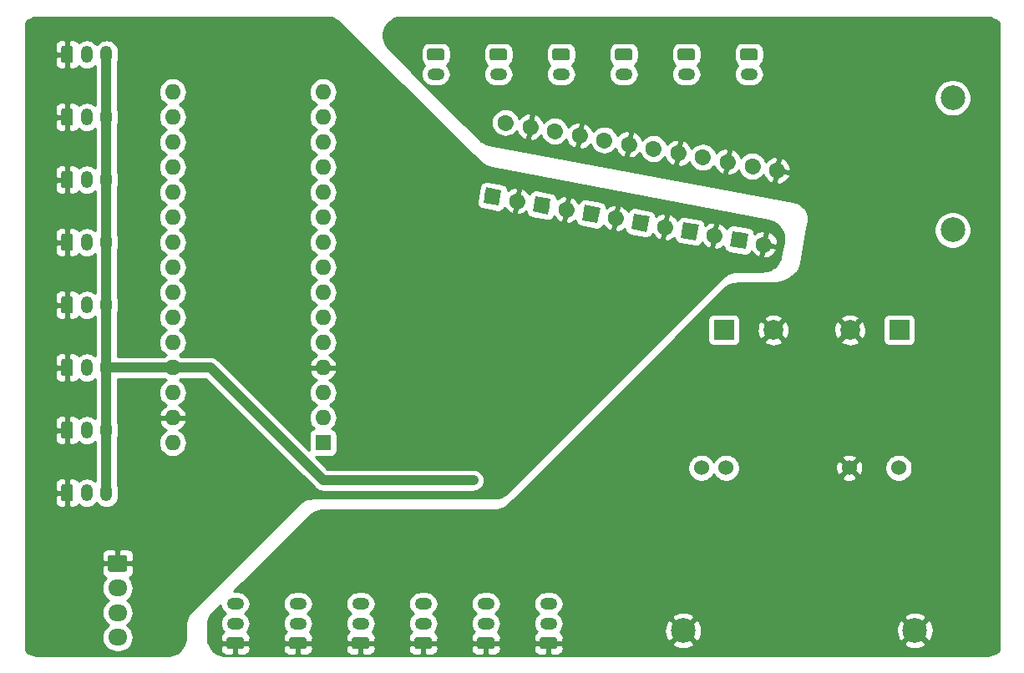
<source format=gbl>
G04 #@! TF.GenerationSoftware,KiCad,Pcbnew,(5.1.2)-1*
G04 #@! TF.CreationDate,2019-08-22T01:38:59+09:00*
G04 #@! TF.ProjectId,AIR_SRV_SIX,4149525f-5352-4565-9f53-49582e6b6963,rev?*
G04 #@! TF.SameCoordinates,PXaba9500PY47868c0*
G04 #@! TF.FileFunction,Copper,L2,Bot*
G04 #@! TF.FilePolarity,Positive*
%FSLAX46Y46*%
G04 Gerber Fmt 4.6, Leading zero omitted, Abs format (unit mm)*
G04 Created by KiCad (PCBNEW (5.1.2)-1) date 2019-08-22 01:38:59*
%MOMM*%
%LPD*%
G04 APERTURE LIST*
%ADD10R,1.600000X1.600000*%
%ADD11O,1.600000X1.600000*%
%ADD12R,2.000000X2.000000*%
%ADD13C,2.000000*%
%ADD14C,0.100000*%
%ADD15C,1.200000*%
%ADD16O,1.750000X1.200000*%
%ADD17O,1.200000X1.750000*%
%ADD18C,1.700000*%
%ADD19O,1.950000X1.700000*%
%ADD20C,2.500000*%
%ADD21C,1.600000*%
%ADD22C,1.600000*%
%ADD23C,1.524000*%
%ADD24C,0.800000*%
%ADD25C,1.000000*%
%ADD26C,0.254000*%
G04 APERTURE END LIST*
D10*
X30820000Y-53270000D03*
D11*
X15580000Y-20250000D03*
X30820000Y-50730000D03*
X15580000Y-22790000D03*
X30820000Y-48190000D03*
X15580000Y-25330000D03*
X30820000Y-45650000D03*
X15580000Y-27870000D03*
X30820000Y-43110000D03*
X15580000Y-30410000D03*
X30820000Y-40570000D03*
X15580000Y-32950000D03*
X30820000Y-38030000D03*
X15580000Y-35490000D03*
X30820000Y-35490000D03*
X15580000Y-38030000D03*
X30820000Y-32950000D03*
X15580000Y-40570000D03*
X30820000Y-30410000D03*
X15580000Y-43110000D03*
X30820000Y-27870000D03*
X15580000Y-45650000D03*
X30820000Y-25330000D03*
X15580000Y-48190000D03*
X30820000Y-22790000D03*
X15580000Y-50730000D03*
X30820000Y-20250000D03*
X15580000Y-53270000D03*
X30820000Y-17710000D03*
X15580000Y-17710000D03*
D12*
X89240000Y-41840000D03*
D13*
X84240000Y-41840000D03*
D12*
X71460000Y-41840000D03*
D13*
X76460000Y-41840000D03*
D14*
G36*
X22579505Y-72991204D02*
G01*
X22603773Y-72994804D01*
X22627572Y-73000765D01*
X22650671Y-73009030D01*
X22672850Y-73019520D01*
X22693893Y-73032132D01*
X22713599Y-73046747D01*
X22731777Y-73063223D01*
X22748253Y-73081401D01*
X22762868Y-73101107D01*
X22775480Y-73122150D01*
X22785970Y-73144329D01*
X22794235Y-73167428D01*
X22800196Y-73191227D01*
X22803796Y-73215495D01*
X22805000Y-73239999D01*
X22805000Y-73940001D01*
X22803796Y-73964505D01*
X22800196Y-73988773D01*
X22794235Y-74012572D01*
X22785970Y-74035671D01*
X22775480Y-74057850D01*
X22762868Y-74078893D01*
X22748253Y-74098599D01*
X22731777Y-74116777D01*
X22713599Y-74133253D01*
X22693893Y-74147868D01*
X22672850Y-74160480D01*
X22650671Y-74170970D01*
X22627572Y-74179235D01*
X22603773Y-74185196D01*
X22579505Y-74188796D01*
X22555001Y-74190000D01*
X21304999Y-74190000D01*
X21280495Y-74188796D01*
X21256227Y-74185196D01*
X21232428Y-74179235D01*
X21209329Y-74170970D01*
X21187150Y-74160480D01*
X21166107Y-74147868D01*
X21146401Y-74133253D01*
X21128223Y-74116777D01*
X21111747Y-74098599D01*
X21097132Y-74078893D01*
X21084520Y-74057850D01*
X21074030Y-74035671D01*
X21065765Y-74012572D01*
X21059804Y-73988773D01*
X21056204Y-73964505D01*
X21055000Y-73940001D01*
X21055000Y-73239999D01*
X21056204Y-73215495D01*
X21059804Y-73191227D01*
X21065765Y-73167428D01*
X21074030Y-73144329D01*
X21084520Y-73122150D01*
X21097132Y-73101107D01*
X21111747Y-73081401D01*
X21128223Y-73063223D01*
X21146401Y-73046747D01*
X21166107Y-73032132D01*
X21187150Y-73019520D01*
X21209329Y-73009030D01*
X21232428Y-73000765D01*
X21256227Y-72994804D01*
X21280495Y-72991204D01*
X21304999Y-72990000D01*
X22555001Y-72990000D01*
X22579505Y-72991204D01*
X22579505Y-72991204D01*
G37*
D15*
X21930000Y-73590000D03*
D16*
X21930000Y-71590000D03*
X21930000Y-69590000D03*
D14*
G36*
X28929505Y-72991204D02*
G01*
X28953773Y-72994804D01*
X28977572Y-73000765D01*
X29000671Y-73009030D01*
X29022850Y-73019520D01*
X29043893Y-73032132D01*
X29063599Y-73046747D01*
X29081777Y-73063223D01*
X29098253Y-73081401D01*
X29112868Y-73101107D01*
X29125480Y-73122150D01*
X29135970Y-73144329D01*
X29144235Y-73167428D01*
X29150196Y-73191227D01*
X29153796Y-73215495D01*
X29155000Y-73239999D01*
X29155000Y-73940001D01*
X29153796Y-73964505D01*
X29150196Y-73988773D01*
X29144235Y-74012572D01*
X29135970Y-74035671D01*
X29125480Y-74057850D01*
X29112868Y-74078893D01*
X29098253Y-74098599D01*
X29081777Y-74116777D01*
X29063599Y-74133253D01*
X29043893Y-74147868D01*
X29022850Y-74160480D01*
X29000671Y-74170970D01*
X28977572Y-74179235D01*
X28953773Y-74185196D01*
X28929505Y-74188796D01*
X28905001Y-74190000D01*
X27654999Y-74190000D01*
X27630495Y-74188796D01*
X27606227Y-74185196D01*
X27582428Y-74179235D01*
X27559329Y-74170970D01*
X27537150Y-74160480D01*
X27516107Y-74147868D01*
X27496401Y-74133253D01*
X27478223Y-74116777D01*
X27461747Y-74098599D01*
X27447132Y-74078893D01*
X27434520Y-74057850D01*
X27424030Y-74035671D01*
X27415765Y-74012572D01*
X27409804Y-73988773D01*
X27406204Y-73964505D01*
X27405000Y-73940001D01*
X27405000Y-73239999D01*
X27406204Y-73215495D01*
X27409804Y-73191227D01*
X27415765Y-73167428D01*
X27424030Y-73144329D01*
X27434520Y-73122150D01*
X27447132Y-73101107D01*
X27461747Y-73081401D01*
X27478223Y-73063223D01*
X27496401Y-73046747D01*
X27516107Y-73032132D01*
X27537150Y-73019520D01*
X27559329Y-73009030D01*
X27582428Y-73000765D01*
X27606227Y-72994804D01*
X27630495Y-72991204D01*
X27654999Y-72990000D01*
X28905001Y-72990000D01*
X28929505Y-72991204D01*
X28929505Y-72991204D01*
G37*
D15*
X28280000Y-73590000D03*
D16*
X28280000Y-71590000D03*
X28280000Y-69590000D03*
D14*
G36*
X35279505Y-72991204D02*
G01*
X35303773Y-72994804D01*
X35327572Y-73000765D01*
X35350671Y-73009030D01*
X35372850Y-73019520D01*
X35393893Y-73032132D01*
X35413599Y-73046747D01*
X35431777Y-73063223D01*
X35448253Y-73081401D01*
X35462868Y-73101107D01*
X35475480Y-73122150D01*
X35485970Y-73144329D01*
X35494235Y-73167428D01*
X35500196Y-73191227D01*
X35503796Y-73215495D01*
X35505000Y-73239999D01*
X35505000Y-73940001D01*
X35503796Y-73964505D01*
X35500196Y-73988773D01*
X35494235Y-74012572D01*
X35485970Y-74035671D01*
X35475480Y-74057850D01*
X35462868Y-74078893D01*
X35448253Y-74098599D01*
X35431777Y-74116777D01*
X35413599Y-74133253D01*
X35393893Y-74147868D01*
X35372850Y-74160480D01*
X35350671Y-74170970D01*
X35327572Y-74179235D01*
X35303773Y-74185196D01*
X35279505Y-74188796D01*
X35255001Y-74190000D01*
X34004999Y-74190000D01*
X33980495Y-74188796D01*
X33956227Y-74185196D01*
X33932428Y-74179235D01*
X33909329Y-74170970D01*
X33887150Y-74160480D01*
X33866107Y-74147868D01*
X33846401Y-74133253D01*
X33828223Y-74116777D01*
X33811747Y-74098599D01*
X33797132Y-74078893D01*
X33784520Y-74057850D01*
X33774030Y-74035671D01*
X33765765Y-74012572D01*
X33759804Y-73988773D01*
X33756204Y-73964505D01*
X33755000Y-73940001D01*
X33755000Y-73239999D01*
X33756204Y-73215495D01*
X33759804Y-73191227D01*
X33765765Y-73167428D01*
X33774030Y-73144329D01*
X33784520Y-73122150D01*
X33797132Y-73101107D01*
X33811747Y-73081401D01*
X33828223Y-73063223D01*
X33846401Y-73046747D01*
X33866107Y-73032132D01*
X33887150Y-73019520D01*
X33909329Y-73009030D01*
X33932428Y-73000765D01*
X33956227Y-72994804D01*
X33980495Y-72991204D01*
X34004999Y-72990000D01*
X35255001Y-72990000D01*
X35279505Y-72991204D01*
X35279505Y-72991204D01*
G37*
D15*
X34630000Y-73590000D03*
D16*
X34630000Y-71590000D03*
X34630000Y-69590000D03*
D17*
X8880000Y-13900000D03*
X6880000Y-13900000D03*
D14*
G36*
X5254505Y-13026204D02*
G01*
X5278773Y-13029804D01*
X5302572Y-13035765D01*
X5325671Y-13044030D01*
X5347850Y-13054520D01*
X5368893Y-13067132D01*
X5388599Y-13081747D01*
X5406777Y-13098223D01*
X5423253Y-13116401D01*
X5437868Y-13136107D01*
X5450480Y-13157150D01*
X5460970Y-13179329D01*
X5469235Y-13202428D01*
X5475196Y-13226227D01*
X5478796Y-13250495D01*
X5480000Y-13274999D01*
X5480000Y-14525001D01*
X5478796Y-14549505D01*
X5475196Y-14573773D01*
X5469235Y-14597572D01*
X5460970Y-14620671D01*
X5450480Y-14642850D01*
X5437868Y-14663893D01*
X5423253Y-14683599D01*
X5406777Y-14701777D01*
X5388599Y-14718253D01*
X5368893Y-14732868D01*
X5347850Y-14745480D01*
X5325671Y-14755970D01*
X5302572Y-14764235D01*
X5278773Y-14770196D01*
X5254505Y-14773796D01*
X5230001Y-14775000D01*
X4529999Y-14775000D01*
X4505495Y-14773796D01*
X4481227Y-14770196D01*
X4457428Y-14764235D01*
X4434329Y-14755970D01*
X4412150Y-14745480D01*
X4391107Y-14732868D01*
X4371401Y-14718253D01*
X4353223Y-14701777D01*
X4336747Y-14683599D01*
X4322132Y-14663893D01*
X4309520Y-14642850D01*
X4299030Y-14620671D01*
X4290765Y-14597572D01*
X4284804Y-14573773D01*
X4281204Y-14549505D01*
X4280000Y-14525001D01*
X4280000Y-13274999D01*
X4281204Y-13250495D01*
X4284804Y-13226227D01*
X4290765Y-13202428D01*
X4299030Y-13179329D01*
X4309520Y-13157150D01*
X4322132Y-13136107D01*
X4336747Y-13116401D01*
X4353223Y-13098223D01*
X4371401Y-13081747D01*
X4391107Y-13067132D01*
X4412150Y-13054520D01*
X4434329Y-13044030D01*
X4457428Y-13035765D01*
X4481227Y-13029804D01*
X4505495Y-13026204D01*
X4529999Y-13025000D01*
X5230001Y-13025000D01*
X5254505Y-13026204D01*
X5254505Y-13026204D01*
G37*
D15*
X4880000Y-13900000D03*
D14*
G36*
X10749504Y-64651204D02*
G01*
X10773773Y-64654804D01*
X10797571Y-64660765D01*
X10820671Y-64669030D01*
X10842849Y-64679520D01*
X10863893Y-64692133D01*
X10883598Y-64706747D01*
X10901777Y-64723223D01*
X10918253Y-64741402D01*
X10932867Y-64761107D01*
X10945480Y-64782151D01*
X10955970Y-64804329D01*
X10964235Y-64827429D01*
X10970196Y-64851227D01*
X10973796Y-64875496D01*
X10975000Y-64900000D01*
X10975000Y-66100000D01*
X10973796Y-66124504D01*
X10970196Y-66148773D01*
X10964235Y-66172571D01*
X10955970Y-66195671D01*
X10945480Y-66217849D01*
X10932867Y-66238893D01*
X10918253Y-66258598D01*
X10901777Y-66276777D01*
X10883598Y-66293253D01*
X10863893Y-66307867D01*
X10842849Y-66320480D01*
X10820671Y-66330970D01*
X10797571Y-66339235D01*
X10773773Y-66345196D01*
X10749504Y-66348796D01*
X10725000Y-66350000D01*
X9275000Y-66350000D01*
X9250496Y-66348796D01*
X9226227Y-66345196D01*
X9202429Y-66339235D01*
X9179329Y-66330970D01*
X9157151Y-66320480D01*
X9136107Y-66307867D01*
X9116402Y-66293253D01*
X9098223Y-66276777D01*
X9081747Y-66258598D01*
X9067133Y-66238893D01*
X9054520Y-66217849D01*
X9044030Y-66195671D01*
X9035765Y-66172571D01*
X9029804Y-66148773D01*
X9026204Y-66124504D01*
X9025000Y-66100000D01*
X9025000Y-64900000D01*
X9026204Y-64875496D01*
X9029804Y-64851227D01*
X9035765Y-64827429D01*
X9044030Y-64804329D01*
X9054520Y-64782151D01*
X9067133Y-64761107D01*
X9081747Y-64741402D01*
X9098223Y-64723223D01*
X9116402Y-64706747D01*
X9136107Y-64692133D01*
X9157151Y-64679520D01*
X9179329Y-64669030D01*
X9202429Y-64660765D01*
X9226227Y-64654804D01*
X9250496Y-64651204D01*
X9275000Y-64650000D01*
X10725000Y-64650000D01*
X10749504Y-64651204D01*
X10749504Y-64651204D01*
G37*
D18*
X10000000Y-65500000D03*
D19*
X10000000Y-68000000D03*
X10000000Y-70500000D03*
X10000000Y-73000000D03*
D16*
X40980000Y-69590000D03*
X40980000Y-71590000D03*
D14*
G36*
X41629505Y-72991204D02*
G01*
X41653773Y-72994804D01*
X41677572Y-73000765D01*
X41700671Y-73009030D01*
X41722850Y-73019520D01*
X41743893Y-73032132D01*
X41763599Y-73046747D01*
X41781777Y-73063223D01*
X41798253Y-73081401D01*
X41812868Y-73101107D01*
X41825480Y-73122150D01*
X41835970Y-73144329D01*
X41844235Y-73167428D01*
X41850196Y-73191227D01*
X41853796Y-73215495D01*
X41855000Y-73239999D01*
X41855000Y-73940001D01*
X41853796Y-73964505D01*
X41850196Y-73988773D01*
X41844235Y-74012572D01*
X41835970Y-74035671D01*
X41825480Y-74057850D01*
X41812868Y-74078893D01*
X41798253Y-74098599D01*
X41781777Y-74116777D01*
X41763599Y-74133253D01*
X41743893Y-74147868D01*
X41722850Y-74160480D01*
X41700671Y-74170970D01*
X41677572Y-74179235D01*
X41653773Y-74185196D01*
X41629505Y-74188796D01*
X41605001Y-74190000D01*
X40354999Y-74190000D01*
X40330495Y-74188796D01*
X40306227Y-74185196D01*
X40282428Y-74179235D01*
X40259329Y-74170970D01*
X40237150Y-74160480D01*
X40216107Y-74147868D01*
X40196401Y-74133253D01*
X40178223Y-74116777D01*
X40161747Y-74098599D01*
X40147132Y-74078893D01*
X40134520Y-74057850D01*
X40124030Y-74035671D01*
X40115765Y-74012572D01*
X40109804Y-73988773D01*
X40106204Y-73964505D01*
X40105000Y-73940001D01*
X40105000Y-73239999D01*
X40106204Y-73215495D01*
X40109804Y-73191227D01*
X40115765Y-73167428D01*
X40124030Y-73144329D01*
X40134520Y-73122150D01*
X40147132Y-73101107D01*
X40161747Y-73081401D01*
X40178223Y-73063223D01*
X40196401Y-73046747D01*
X40216107Y-73032132D01*
X40237150Y-73019520D01*
X40259329Y-73009030D01*
X40282428Y-73000765D01*
X40306227Y-72994804D01*
X40330495Y-72991204D01*
X40354999Y-72990000D01*
X41605001Y-72990000D01*
X41629505Y-72991204D01*
X41629505Y-72991204D01*
G37*
D15*
X40980000Y-73590000D03*
D14*
G36*
X5254505Y-19376204D02*
G01*
X5278773Y-19379804D01*
X5302572Y-19385765D01*
X5325671Y-19394030D01*
X5347850Y-19404520D01*
X5368893Y-19417132D01*
X5388599Y-19431747D01*
X5406777Y-19448223D01*
X5423253Y-19466401D01*
X5437868Y-19486107D01*
X5450480Y-19507150D01*
X5460970Y-19529329D01*
X5469235Y-19552428D01*
X5475196Y-19576227D01*
X5478796Y-19600495D01*
X5480000Y-19624999D01*
X5480000Y-20875001D01*
X5478796Y-20899505D01*
X5475196Y-20923773D01*
X5469235Y-20947572D01*
X5460970Y-20970671D01*
X5450480Y-20992850D01*
X5437868Y-21013893D01*
X5423253Y-21033599D01*
X5406777Y-21051777D01*
X5388599Y-21068253D01*
X5368893Y-21082868D01*
X5347850Y-21095480D01*
X5325671Y-21105970D01*
X5302572Y-21114235D01*
X5278773Y-21120196D01*
X5254505Y-21123796D01*
X5230001Y-21125000D01*
X4529999Y-21125000D01*
X4505495Y-21123796D01*
X4481227Y-21120196D01*
X4457428Y-21114235D01*
X4434329Y-21105970D01*
X4412150Y-21095480D01*
X4391107Y-21082868D01*
X4371401Y-21068253D01*
X4353223Y-21051777D01*
X4336747Y-21033599D01*
X4322132Y-21013893D01*
X4309520Y-20992850D01*
X4299030Y-20970671D01*
X4290765Y-20947572D01*
X4284804Y-20923773D01*
X4281204Y-20899505D01*
X4280000Y-20875001D01*
X4280000Y-19624999D01*
X4281204Y-19600495D01*
X4284804Y-19576227D01*
X4290765Y-19552428D01*
X4299030Y-19529329D01*
X4309520Y-19507150D01*
X4322132Y-19486107D01*
X4336747Y-19466401D01*
X4353223Y-19448223D01*
X4371401Y-19431747D01*
X4391107Y-19417132D01*
X4412150Y-19404520D01*
X4434329Y-19394030D01*
X4457428Y-19385765D01*
X4481227Y-19379804D01*
X4505495Y-19376204D01*
X4529999Y-19375000D01*
X5230001Y-19375000D01*
X5254505Y-19376204D01*
X5254505Y-19376204D01*
G37*
D15*
X4880000Y-20250000D03*
D17*
X6880000Y-20250000D03*
X8880000Y-20250000D03*
X8880000Y-26600000D03*
X6880000Y-26600000D03*
D14*
G36*
X5254505Y-25726204D02*
G01*
X5278773Y-25729804D01*
X5302572Y-25735765D01*
X5325671Y-25744030D01*
X5347850Y-25754520D01*
X5368893Y-25767132D01*
X5388599Y-25781747D01*
X5406777Y-25798223D01*
X5423253Y-25816401D01*
X5437868Y-25836107D01*
X5450480Y-25857150D01*
X5460970Y-25879329D01*
X5469235Y-25902428D01*
X5475196Y-25926227D01*
X5478796Y-25950495D01*
X5480000Y-25974999D01*
X5480000Y-27225001D01*
X5478796Y-27249505D01*
X5475196Y-27273773D01*
X5469235Y-27297572D01*
X5460970Y-27320671D01*
X5450480Y-27342850D01*
X5437868Y-27363893D01*
X5423253Y-27383599D01*
X5406777Y-27401777D01*
X5388599Y-27418253D01*
X5368893Y-27432868D01*
X5347850Y-27445480D01*
X5325671Y-27455970D01*
X5302572Y-27464235D01*
X5278773Y-27470196D01*
X5254505Y-27473796D01*
X5230001Y-27475000D01*
X4529999Y-27475000D01*
X4505495Y-27473796D01*
X4481227Y-27470196D01*
X4457428Y-27464235D01*
X4434329Y-27455970D01*
X4412150Y-27445480D01*
X4391107Y-27432868D01*
X4371401Y-27418253D01*
X4353223Y-27401777D01*
X4336747Y-27383599D01*
X4322132Y-27363893D01*
X4309520Y-27342850D01*
X4299030Y-27320671D01*
X4290765Y-27297572D01*
X4284804Y-27273773D01*
X4281204Y-27249505D01*
X4280000Y-27225001D01*
X4280000Y-25974999D01*
X4281204Y-25950495D01*
X4284804Y-25926227D01*
X4290765Y-25902428D01*
X4299030Y-25879329D01*
X4309520Y-25857150D01*
X4322132Y-25836107D01*
X4336747Y-25816401D01*
X4353223Y-25798223D01*
X4371401Y-25781747D01*
X4391107Y-25767132D01*
X4412150Y-25754520D01*
X4434329Y-25744030D01*
X4457428Y-25735765D01*
X4481227Y-25729804D01*
X4505495Y-25726204D01*
X4529999Y-25725000D01*
X5230001Y-25725000D01*
X5254505Y-25726204D01*
X5254505Y-25726204D01*
G37*
D15*
X4880000Y-26600000D03*
D14*
G36*
X47979505Y-72991204D02*
G01*
X48003773Y-72994804D01*
X48027572Y-73000765D01*
X48050671Y-73009030D01*
X48072850Y-73019520D01*
X48093893Y-73032132D01*
X48113599Y-73046747D01*
X48131777Y-73063223D01*
X48148253Y-73081401D01*
X48162868Y-73101107D01*
X48175480Y-73122150D01*
X48185970Y-73144329D01*
X48194235Y-73167428D01*
X48200196Y-73191227D01*
X48203796Y-73215495D01*
X48205000Y-73239999D01*
X48205000Y-73940001D01*
X48203796Y-73964505D01*
X48200196Y-73988773D01*
X48194235Y-74012572D01*
X48185970Y-74035671D01*
X48175480Y-74057850D01*
X48162868Y-74078893D01*
X48148253Y-74098599D01*
X48131777Y-74116777D01*
X48113599Y-74133253D01*
X48093893Y-74147868D01*
X48072850Y-74160480D01*
X48050671Y-74170970D01*
X48027572Y-74179235D01*
X48003773Y-74185196D01*
X47979505Y-74188796D01*
X47955001Y-74190000D01*
X46704999Y-74190000D01*
X46680495Y-74188796D01*
X46656227Y-74185196D01*
X46632428Y-74179235D01*
X46609329Y-74170970D01*
X46587150Y-74160480D01*
X46566107Y-74147868D01*
X46546401Y-74133253D01*
X46528223Y-74116777D01*
X46511747Y-74098599D01*
X46497132Y-74078893D01*
X46484520Y-74057850D01*
X46474030Y-74035671D01*
X46465765Y-74012572D01*
X46459804Y-73988773D01*
X46456204Y-73964505D01*
X46455000Y-73940001D01*
X46455000Y-73239999D01*
X46456204Y-73215495D01*
X46459804Y-73191227D01*
X46465765Y-73167428D01*
X46474030Y-73144329D01*
X46484520Y-73122150D01*
X46497132Y-73101107D01*
X46511747Y-73081401D01*
X46528223Y-73063223D01*
X46546401Y-73046747D01*
X46566107Y-73032132D01*
X46587150Y-73019520D01*
X46609329Y-73009030D01*
X46632428Y-73000765D01*
X46656227Y-72994804D01*
X46680495Y-72991204D01*
X46704999Y-72990000D01*
X47955001Y-72990000D01*
X47979505Y-72991204D01*
X47979505Y-72991204D01*
G37*
D15*
X47330000Y-73590000D03*
D16*
X47330000Y-71590000D03*
X47330000Y-69590000D03*
D17*
X8880000Y-32950000D03*
X6880000Y-32950000D03*
D14*
G36*
X5254505Y-32076204D02*
G01*
X5278773Y-32079804D01*
X5302572Y-32085765D01*
X5325671Y-32094030D01*
X5347850Y-32104520D01*
X5368893Y-32117132D01*
X5388599Y-32131747D01*
X5406777Y-32148223D01*
X5423253Y-32166401D01*
X5437868Y-32186107D01*
X5450480Y-32207150D01*
X5460970Y-32229329D01*
X5469235Y-32252428D01*
X5475196Y-32276227D01*
X5478796Y-32300495D01*
X5480000Y-32324999D01*
X5480000Y-33575001D01*
X5478796Y-33599505D01*
X5475196Y-33623773D01*
X5469235Y-33647572D01*
X5460970Y-33670671D01*
X5450480Y-33692850D01*
X5437868Y-33713893D01*
X5423253Y-33733599D01*
X5406777Y-33751777D01*
X5388599Y-33768253D01*
X5368893Y-33782868D01*
X5347850Y-33795480D01*
X5325671Y-33805970D01*
X5302572Y-33814235D01*
X5278773Y-33820196D01*
X5254505Y-33823796D01*
X5230001Y-33825000D01*
X4529999Y-33825000D01*
X4505495Y-33823796D01*
X4481227Y-33820196D01*
X4457428Y-33814235D01*
X4434329Y-33805970D01*
X4412150Y-33795480D01*
X4391107Y-33782868D01*
X4371401Y-33768253D01*
X4353223Y-33751777D01*
X4336747Y-33733599D01*
X4322132Y-33713893D01*
X4309520Y-33692850D01*
X4299030Y-33670671D01*
X4290765Y-33647572D01*
X4284804Y-33623773D01*
X4281204Y-33599505D01*
X4280000Y-33575001D01*
X4280000Y-32324999D01*
X4281204Y-32300495D01*
X4284804Y-32276227D01*
X4290765Y-32252428D01*
X4299030Y-32229329D01*
X4309520Y-32207150D01*
X4322132Y-32186107D01*
X4336747Y-32166401D01*
X4353223Y-32148223D01*
X4371401Y-32131747D01*
X4391107Y-32117132D01*
X4412150Y-32104520D01*
X4434329Y-32094030D01*
X4457428Y-32085765D01*
X4481227Y-32079804D01*
X4505495Y-32076204D01*
X4529999Y-32075000D01*
X5230001Y-32075000D01*
X5254505Y-32076204D01*
X5254505Y-32076204D01*
G37*
D15*
X4880000Y-32950000D03*
D16*
X53680000Y-69590000D03*
X53680000Y-71590000D03*
D14*
G36*
X54329505Y-72991204D02*
G01*
X54353773Y-72994804D01*
X54377572Y-73000765D01*
X54400671Y-73009030D01*
X54422850Y-73019520D01*
X54443893Y-73032132D01*
X54463599Y-73046747D01*
X54481777Y-73063223D01*
X54498253Y-73081401D01*
X54512868Y-73101107D01*
X54525480Y-73122150D01*
X54535970Y-73144329D01*
X54544235Y-73167428D01*
X54550196Y-73191227D01*
X54553796Y-73215495D01*
X54555000Y-73239999D01*
X54555000Y-73940001D01*
X54553796Y-73964505D01*
X54550196Y-73988773D01*
X54544235Y-74012572D01*
X54535970Y-74035671D01*
X54525480Y-74057850D01*
X54512868Y-74078893D01*
X54498253Y-74098599D01*
X54481777Y-74116777D01*
X54463599Y-74133253D01*
X54443893Y-74147868D01*
X54422850Y-74160480D01*
X54400671Y-74170970D01*
X54377572Y-74179235D01*
X54353773Y-74185196D01*
X54329505Y-74188796D01*
X54305001Y-74190000D01*
X53054999Y-74190000D01*
X53030495Y-74188796D01*
X53006227Y-74185196D01*
X52982428Y-74179235D01*
X52959329Y-74170970D01*
X52937150Y-74160480D01*
X52916107Y-74147868D01*
X52896401Y-74133253D01*
X52878223Y-74116777D01*
X52861747Y-74098599D01*
X52847132Y-74078893D01*
X52834520Y-74057850D01*
X52824030Y-74035671D01*
X52815765Y-74012572D01*
X52809804Y-73988773D01*
X52806204Y-73964505D01*
X52805000Y-73940001D01*
X52805000Y-73239999D01*
X52806204Y-73215495D01*
X52809804Y-73191227D01*
X52815765Y-73167428D01*
X52824030Y-73144329D01*
X52834520Y-73122150D01*
X52847132Y-73101107D01*
X52861747Y-73081401D01*
X52878223Y-73063223D01*
X52896401Y-73046747D01*
X52916107Y-73032132D01*
X52937150Y-73019520D01*
X52959329Y-73009030D01*
X52982428Y-73000765D01*
X53006227Y-72994804D01*
X53030495Y-72991204D01*
X53054999Y-72990000D01*
X54305001Y-72990000D01*
X54329505Y-72991204D01*
X54329505Y-72991204D01*
G37*
D15*
X53680000Y-73590000D03*
D17*
X8880000Y-39300000D03*
X6880000Y-39300000D03*
D14*
G36*
X5254505Y-38426204D02*
G01*
X5278773Y-38429804D01*
X5302572Y-38435765D01*
X5325671Y-38444030D01*
X5347850Y-38454520D01*
X5368893Y-38467132D01*
X5388599Y-38481747D01*
X5406777Y-38498223D01*
X5423253Y-38516401D01*
X5437868Y-38536107D01*
X5450480Y-38557150D01*
X5460970Y-38579329D01*
X5469235Y-38602428D01*
X5475196Y-38626227D01*
X5478796Y-38650495D01*
X5480000Y-38674999D01*
X5480000Y-39925001D01*
X5478796Y-39949505D01*
X5475196Y-39973773D01*
X5469235Y-39997572D01*
X5460970Y-40020671D01*
X5450480Y-40042850D01*
X5437868Y-40063893D01*
X5423253Y-40083599D01*
X5406777Y-40101777D01*
X5388599Y-40118253D01*
X5368893Y-40132868D01*
X5347850Y-40145480D01*
X5325671Y-40155970D01*
X5302572Y-40164235D01*
X5278773Y-40170196D01*
X5254505Y-40173796D01*
X5230001Y-40175000D01*
X4529999Y-40175000D01*
X4505495Y-40173796D01*
X4481227Y-40170196D01*
X4457428Y-40164235D01*
X4434329Y-40155970D01*
X4412150Y-40145480D01*
X4391107Y-40132868D01*
X4371401Y-40118253D01*
X4353223Y-40101777D01*
X4336747Y-40083599D01*
X4322132Y-40063893D01*
X4309520Y-40042850D01*
X4299030Y-40020671D01*
X4290765Y-39997572D01*
X4284804Y-39973773D01*
X4281204Y-39949505D01*
X4280000Y-39925001D01*
X4280000Y-38674999D01*
X4281204Y-38650495D01*
X4284804Y-38626227D01*
X4290765Y-38602428D01*
X4299030Y-38579329D01*
X4309520Y-38557150D01*
X4322132Y-38536107D01*
X4336747Y-38516401D01*
X4353223Y-38498223D01*
X4371401Y-38481747D01*
X4391107Y-38467132D01*
X4412150Y-38454520D01*
X4434329Y-38444030D01*
X4457428Y-38435765D01*
X4481227Y-38429804D01*
X4505495Y-38426204D01*
X4529999Y-38425000D01*
X5230001Y-38425000D01*
X5254505Y-38426204D01*
X5254505Y-38426204D01*
G37*
D15*
X4880000Y-39300000D03*
D14*
G36*
X5254505Y-44776204D02*
G01*
X5278773Y-44779804D01*
X5302572Y-44785765D01*
X5325671Y-44794030D01*
X5347850Y-44804520D01*
X5368893Y-44817132D01*
X5388599Y-44831747D01*
X5406777Y-44848223D01*
X5423253Y-44866401D01*
X5437868Y-44886107D01*
X5450480Y-44907150D01*
X5460970Y-44929329D01*
X5469235Y-44952428D01*
X5475196Y-44976227D01*
X5478796Y-45000495D01*
X5480000Y-45024999D01*
X5480000Y-46275001D01*
X5478796Y-46299505D01*
X5475196Y-46323773D01*
X5469235Y-46347572D01*
X5460970Y-46370671D01*
X5450480Y-46392850D01*
X5437868Y-46413893D01*
X5423253Y-46433599D01*
X5406777Y-46451777D01*
X5388599Y-46468253D01*
X5368893Y-46482868D01*
X5347850Y-46495480D01*
X5325671Y-46505970D01*
X5302572Y-46514235D01*
X5278773Y-46520196D01*
X5254505Y-46523796D01*
X5230001Y-46525000D01*
X4529999Y-46525000D01*
X4505495Y-46523796D01*
X4481227Y-46520196D01*
X4457428Y-46514235D01*
X4434329Y-46505970D01*
X4412150Y-46495480D01*
X4391107Y-46482868D01*
X4371401Y-46468253D01*
X4353223Y-46451777D01*
X4336747Y-46433599D01*
X4322132Y-46413893D01*
X4309520Y-46392850D01*
X4299030Y-46370671D01*
X4290765Y-46347572D01*
X4284804Y-46323773D01*
X4281204Y-46299505D01*
X4280000Y-46275001D01*
X4280000Y-45024999D01*
X4281204Y-45000495D01*
X4284804Y-44976227D01*
X4290765Y-44952428D01*
X4299030Y-44929329D01*
X4309520Y-44907150D01*
X4322132Y-44886107D01*
X4336747Y-44866401D01*
X4353223Y-44848223D01*
X4371401Y-44831747D01*
X4391107Y-44817132D01*
X4412150Y-44804520D01*
X4434329Y-44794030D01*
X4457428Y-44785765D01*
X4481227Y-44779804D01*
X4505495Y-44776204D01*
X4529999Y-44775000D01*
X5230001Y-44775000D01*
X5254505Y-44776204D01*
X5254505Y-44776204D01*
G37*
D15*
X4880000Y-45650000D03*
D17*
X6880000Y-45650000D03*
X8880000Y-45650000D03*
X8880000Y-52000000D03*
X6880000Y-52000000D03*
D14*
G36*
X5254505Y-51126204D02*
G01*
X5278773Y-51129804D01*
X5302572Y-51135765D01*
X5325671Y-51144030D01*
X5347850Y-51154520D01*
X5368893Y-51167132D01*
X5388599Y-51181747D01*
X5406777Y-51198223D01*
X5423253Y-51216401D01*
X5437868Y-51236107D01*
X5450480Y-51257150D01*
X5460970Y-51279329D01*
X5469235Y-51302428D01*
X5475196Y-51326227D01*
X5478796Y-51350495D01*
X5480000Y-51374999D01*
X5480000Y-52625001D01*
X5478796Y-52649505D01*
X5475196Y-52673773D01*
X5469235Y-52697572D01*
X5460970Y-52720671D01*
X5450480Y-52742850D01*
X5437868Y-52763893D01*
X5423253Y-52783599D01*
X5406777Y-52801777D01*
X5388599Y-52818253D01*
X5368893Y-52832868D01*
X5347850Y-52845480D01*
X5325671Y-52855970D01*
X5302572Y-52864235D01*
X5278773Y-52870196D01*
X5254505Y-52873796D01*
X5230001Y-52875000D01*
X4529999Y-52875000D01*
X4505495Y-52873796D01*
X4481227Y-52870196D01*
X4457428Y-52864235D01*
X4434329Y-52855970D01*
X4412150Y-52845480D01*
X4391107Y-52832868D01*
X4371401Y-52818253D01*
X4353223Y-52801777D01*
X4336747Y-52783599D01*
X4322132Y-52763893D01*
X4309520Y-52742850D01*
X4299030Y-52720671D01*
X4290765Y-52697572D01*
X4284804Y-52673773D01*
X4281204Y-52649505D01*
X4280000Y-52625001D01*
X4280000Y-51374999D01*
X4281204Y-51350495D01*
X4284804Y-51326227D01*
X4290765Y-51302428D01*
X4299030Y-51279329D01*
X4309520Y-51257150D01*
X4322132Y-51236107D01*
X4336747Y-51216401D01*
X4353223Y-51198223D01*
X4371401Y-51181747D01*
X4391107Y-51167132D01*
X4412150Y-51154520D01*
X4434329Y-51144030D01*
X4457428Y-51135765D01*
X4481227Y-51129804D01*
X4505495Y-51126204D01*
X4529999Y-51125000D01*
X5230001Y-51125000D01*
X5254505Y-51126204D01*
X5254505Y-51126204D01*
G37*
D15*
X4880000Y-52000000D03*
D14*
G36*
X5254505Y-57476204D02*
G01*
X5278773Y-57479804D01*
X5302572Y-57485765D01*
X5325671Y-57494030D01*
X5347850Y-57504520D01*
X5368893Y-57517132D01*
X5388599Y-57531747D01*
X5406777Y-57548223D01*
X5423253Y-57566401D01*
X5437868Y-57586107D01*
X5450480Y-57607150D01*
X5460970Y-57629329D01*
X5469235Y-57652428D01*
X5475196Y-57676227D01*
X5478796Y-57700495D01*
X5480000Y-57724999D01*
X5480000Y-58975001D01*
X5478796Y-58999505D01*
X5475196Y-59023773D01*
X5469235Y-59047572D01*
X5460970Y-59070671D01*
X5450480Y-59092850D01*
X5437868Y-59113893D01*
X5423253Y-59133599D01*
X5406777Y-59151777D01*
X5388599Y-59168253D01*
X5368893Y-59182868D01*
X5347850Y-59195480D01*
X5325671Y-59205970D01*
X5302572Y-59214235D01*
X5278773Y-59220196D01*
X5254505Y-59223796D01*
X5230001Y-59225000D01*
X4529999Y-59225000D01*
X4505495Y-59223796D01*
X4481227Y-59220196D01*
X4457428Y-59214235D01*
X4434329Y-59205970D01*
X4412150Y-59195480D01*
X4391107Y-59182868D01*
X4371401Y-59168253D01*
X4353223Y-59151777D01*
X4336747Y-59133599D01*
X4322132Y-59113893D01*
X4309520Y-59092850D01*
X4299030Y-59070671D01*
X4290765Y-59047572D01*
X4284804Y-59023773D01*
X4281204Y-58999505D01*
X4280000Y-58975001D01*
X4280000Y-57724999D01*
X4281204Y-57700495D01*
X4284804Y-57676227D01*
X4290765Y-57652428D01*
X4299030Y-57629329D01*
X4309520Y-57607150D01*
X4322132Y-57586107D01*
X4336747Y-57566401D01*
X4353223Y-57548223D01*
X4371401Y-57531747D01*
X4391107Y-57517132D01*
X4412150Y-57504520D01*
X4434329Y-57494030D01*
X4457428Y-57485765D01*
X4481227Y-57479804D01*
X4505495Y-57476204D01*
X4529999Y-57475000D01*
X5230001Y-57475000D01*
X5254505Y-57476204D01*
X5254505Y-57476204D01*
G37*
D15*
X4880000Y-58350000D03*
D17*
X6880000Y-58350000D03*
X8880000Y-58350000D03*
D20*
X94650000Y-31700000D03*
X94650000Y-18300000D03*
D16*
X74000000Y-15900000D03*
D14*
G36*
X74649505Y-13301204D02*
G01*
X74673773Y-13304804D01*
X74697572Y-13310765D01*
X74720671Y-13319030D01*
X74742850Y-13329520D01*
X74763893Y-13342132D01*
X74783599Y-13356747D01*
X74801777Y-13373223D01*
X74818253Y-13391401D01*
X74832868Y-13411107D01*
X74845480Y-13432150D01*
X74855970Y-13454329D01*
X74864235Y-13477428D01*
X74870196Y-13501227D01*
X74873796Y-13525495D01*
X74875000Y-13549999D01*
X74875000Y-14250001D01*
X74873796Y-14274505D01*
X74870196Y-14298773D01*
X74864235Y-14322572D01*
X74855970Y-14345671D01*
X74845480Y-14367850D01*
X74832868Y-14388893D01*
X74818253Y-14408599D01*
X74801777Y-14426777D01*
X74783599Y-14443253D01*
X74763893Y-14457868D01*
X74742850Y-14470480D01*
X74720671Y-14480970D01*
X74697572Y-14489235D01*
X74673773Y-14495196D01*
X74649505Y-14498796D01*
X74625001Y-14500000D01*
X73374999Y-14500000D01*
X73350495Y-14498796D01*
X73326227Y-14495196D01*
X73302428Y-14489235D01*
X73279329Y-14480970D01*
X73257150Y-14470480D01*
X73236107Y-14457868D01*
X73216401Y-14443253D01*
X73198223Y-14426777D01*
X73181747Y-14408599D01*
X73167132Y-14388893D01*
X73154520Y-14367850D01*
X73144030Y-14345671D01*
X73135765Y-14322572D01*
X73129804Y-14298773D01*
X73126204Y-14274505D01*
X73125000Y-14250001D01*
X73125000Y-13549999D01*
X73126204Y-13525495D01*
X73129804Y-13501227D01*
X73135765Y-13477428D01*
X73144030Y-13454329D01*
X73154520Y-13432150D01*
X73167132Y-13411107D01*
X73181747Y-13391401D01*
X73198223Y-13373223D01*
X73216401Y-13356747D01*
X73236107Y-13342132D01*
X73257150Y-13329520D01*
X73279329Y-13319030D01*
X73302428Y-13310765D01*
X73326227Y-13304804D01*
X73350495Y-13301204D01*
X73374999Y-13300000D01*
X74625001Y-13300000D01*
X74649505Y-13301204D01*
X74649505Y-13301204D01*
G37*
D15*
X74000000Y-13900000D03*
D14*
G36*
X68299505Y-13301204D02*
G01*
X68323773Y-13304804D01*
X68347572Y-13310765D01*
X68370671Y-13319030D01*
X68392850Y-13329520D01*
X68413893Y-13342132D01*
X68433599Y-13356747D01*
X68451777Y-13373223D01*
X68468253Y-13391401D01*
X68482868Y-13411107D01*
X68495480Y-13432150D01*
X68505970Y-13454329D01*
X68514235Y-13477428D01*
X68520196Y-13501227D01*
X68523796Y-13525495D01*
X68525000Y-13549999D01*
X68525000Y-14250001D01*
X68523796Y-14274505D01*
X68520196Y-14298773D01*
X68514235Y-14322572D01*
X68505970Y-14345671D01*
X68495480Y-14367850D01*
X68482868Y-14388893D01*
X68468253Y-14408599D01*
X68451777Y-14426777D01*
X68433599Y-14443253D01*
X68413893Y-14457868D01*
X68392850Y-14470480D01*
X68370671Y-14480970D01*
X68347572Y-14489235D01*
X68323773Y-14495196D01*
X68299505Y-14498796D01*
X68275001Y-14500000D01*
X67024999Y-14500000D01*
X67000495Y-14498796D01*
X66976227Y-14495196D01*
X66952428Y-14489235D01*
X66929329Y-14480970D01*
X66907150Y-14470480D01*
X66886107Y-14457868D01*
X66866401Y-14443253D01*
X66848223Y-14426777D01*
X66831747Y-14408599D01*
X66817132Y-14388893D01*
X66804520Y-14367850D01*
X66794030Y-14345671D01*
X66785765Y-14322572D01*
X66779804Y-14298773D01*
X66776204Y-14274505D01*
X66775000Y-14250001D01*
X66775000Y-13549999D01*
X66776204Y-13525495D01*
X66779804Y-13501227D01*
X66785765Y-13477428D01*
X66794030Y-13454329D01*
X66804520Y-13432150D01*
X66817132Y-13411107D01*
X66831747Y-13391401D01*
X66848223Y-13373223D01*
X66866401Y-13356747D01*
X66886107Y-13342132D01*
X66907150Y-13329520D01*
X66929329Y-13319030D01*
X66952428Y-13310765D01*
X66976227Y-13304804D01*
X67000495Y-13301204D01*
X67024999Y-13300000D01*
X68275001Y-13300000D01*
X68299505Y-13301204D01*
X68299505Y-13301204D01*
G37*
D15*
X67650000Y-13900000D03*
D16*
X67650000Y-15900000D03*
D14*
G36*
X61949505Y-13301204D02*
G01*
X61973773Y-13304804D01*
X61997572Y-13310765D01*
X62020671Y-13319030D01*
X62042850Y-13329520D01*
X62063893Y-13342132D01*
X62083599Y-13356747D01*
X62101777Y-13373223D01*
X62118253Y-13391401D01*
X62132868Y-13411107D01*
X62145480Y-13432150D01*
X62155970Y-13454329D01*
X62164235Y-13477428D01*
X62170196Y-13501227D01*
X62173796Y-13525495D01*
X62175000Y-13549999D01*
X62175000Y-14250001D01*
X62173796Y-14274505D01*
X62170196Y-14298773D01*
X62164235Y-14322572D01*
X62155970Y-14345671D01*
X62145480Y-14367850D01*
X62132868Y-14388893D01*
X62118253Y-14408599D01*
X62101777Y-14426777D01*
X62083599Y-14443253D01*
X62063893Y-14457868D01*
X62042850Y-14470480D01*
X62020671Y-14480970D01*
X61997572Y-14489235D01*
X61973773Y-14495196D01*
X61949505Y-14498796D01*
X61925001Y-14500000D01*
X60674999Y-14500000D01*
X60650495Y-14498796D01*
X60626227Y-14495196D01*
X60602428Y-14489235D01*
X60579329Y-14480970D01*
X60557150Y-14470480D01*
X60536107Y-14457868D01*
X60516401Y-14443253D01*
X60498223Y-14426777D01*
X60481747Y-14408599D01*
X60467132Y-14388893D01*
X60454520Y-14367850D01*
X60444030Y-14345671D01*
X60435765Y-14322572D01*
X60429804Y-14298773D01*
X60426204Y-14274505D01*
X60425000Y-14250001D01*
X60425000Y-13549999D01*
X60426204Y-13525495D01*
X60429804Y-13501227D01*
X60435765Y-13477428D01*
X60444030Y-13454329D01*
X60454520Y-13432150D01*
X60467132Y-13411107D01*
X60481747Y-13391401D01*
X60498223Y-13373223D01*
X60516401Y-13356747D01*
X60536107Y-13342132D01*
X60557150Y-13329520D01*
X60579329Y-13319030D01*
X60602428Y-13310765D01*
X60626227Y-13304804D01*
X60650495Y-13301204D01*
X60674999Y-13300000D01*
X61925001Y-13300000D01*
X61949505Y-13301204D01*
X61949505Y-13301204D01*
G37*
D15*
X61300000Y-13900000D03*
D16*
X61300000Y-15900000D03*
X54950000Y-15900000D03*
D14*
G36*
X55599505Y-13301204D02*
G01*
X55623773Y-13304804D01*
X55647572Y-13310765D01*
X55670671Y-13319030D01*
X55692850Y-13329520D01*
X55713893Y-13342132D01*
X55733599Y-13356747D01*
X55751777Y-13373223D01*
X55768253Y-13391401D01*
X55782868Y-13411107D01*
X55795480Y-13432150D01*
X55805970Y-13454329D01*
X55814235Y-13477428D01*
X55820196Y-13501227D01*
X55823796Y-13525495D01*
X55825000Y-13549999D01*
X55825000Y-14250001D01*
X55823796Y-14274505D01*
X55820196Y-14298773D01*
X55814235Y-14322572D01*
X55805970Y-14345671D01*
X55795480Y-14367850D01*
X55782868Y-14388893D01*
X55768253Y-14408599D01*
X55751777Y-14426777D01*
X55733599Y-14443253D01*
X55713893Y-14457868D01*
X55692850Y-14470480D01*
X55670671Y-14480970D01*
X55647572Y-14489235D01*
X55623773Y-14495196D01*
X55599505Y-14498796D01*
X55575001Y-14500000D01*
X54324999Y-14500000D01*
X54300495Y-14498796D01*
X54276227Y-14495196D01*
X54252428Y-14489235D01*
X54229329Y-14480970D01*
X54207150Y-14470480D01*
X54186107Y-14457868D01*
X54166401Y-14443253D01*
X54148223Y-14426777D01*
X54131747Y-14408599D01*
X54117132Y-14388893D01*
X54104520Y-14367850D01*
X54094030Y-14345671D01*
X54085765Y-14322572D01*
X54079804Y-14298773D01*
X54076204Y-14274505D01*
X54075000Y-14250001D01*
X54075000Y-13549999D01*
X54076204Y-13525495D01*
X54079804Y-13501227D01*
X54085765Y-13477428D01*
X54094030Y-13454329D01*
X54104520Y-13432150D01*
X54117132Y-13411107D01*
X54131747Y-13391401D01*
X54148223Y-13373223D01*
X54166401Y-13356747D01*
X54186107Y-13342132D01*
X54207150Y-13329520D01*
X54229329Y-13319030D01*
X54252428Y-13310765D01*
X54276227Y-13304804D01*
X54300495Y-13301204D01*
X54324999Y-13300000D01*
X55575001Y-13300000D01*
X55599505Y-13301204D01*
X55599505Y-13301204D01*
G37*
D15*
X54950000Y-13900000D03*
D14*
G36*
X49249505Y-13301204D02*
G01*
X49273773Y-13304804D01*
X49297572Y-13310765D01*
X49320671Y-13319030D01*
X49342850Y-13329520D01*
X49363893Y-13342132D01*
X49383599Y-13356747D01*
X49401777Y-13373223D01*
X49418253Y-13391401D01*
X49432868Y-13411107D01*
X49445480Y-13432150D01*
X49455970Y-13454329D01*
X49464235Y-13477428D01*
X49470196Y-13501227D01*
X49473796Y-13525495D01*
X49475000Y-13549999D01*
X49475000Y-14250001D01*
X49473796Y-14274505D01*
X49470196Y-14298773D01*
X49464235Y-14322572D01*
X49455970Y-14345671D01*
X49445480Y-14367850D01*
X49432868Y-14388893D01*
X49418253Y-14408599D01*
X49401777Y-14426777D01*
X49383599Y-14443253D01*
X49363893Y-14457868D01*
X49342850Y-14470480D01*
X49320671Y-14480970D01*
X49297572Y-14489235D01*
X49273773Y-14495196D01*
X49249505Y-14498796D01*
X49225001Y-14500000D01*
X47974999Y-14500000D01*
X47950495Y-14498796D01*
X47926227Y-14495196D01*
X47902428Y-14489235D01*
X47879329Y-14480970D01*
X47857150Y-14470480D01*
X47836107Y-14457868D01*
X47816401Y-14443253D01*
X47798223Y-14426777D01*
X47781747Y-14408599D01*
X47767132Y-14388893D01*
X47754520Y-14367850D01*
X47744030Y-14345671D01*
X47735765Y-14322572D01*
X47729804Y-14298773D01*
X47726204Y-14274505D01*
X47725000Y-14250001D01*
X47725000Y-13549999D01*
X47726204Y-13525495D01*
X47729804Y-13501227D01*
X47735765Y-13477428D01*
X47744030Y-13454329D01*
X47754520Y-13432150D01*
X47767132Y-13411107D01*
X47781747Y-13391401D01*
X47798223Y-13373223D01*
X47816401Y-13356747D01*
X47836107Y-13342132D01*
X47857150Y-13329520D01*
X47879329Y-13319030D01*
X47902428Y-13310765D01*
X47926227Y-13304804D01*
X47950495Y-13301204D01*
X47974999Y-13300000D01*
X49225001Y-13300000D01*
X49249505Y-13301204D01*
X49249505Y-13301204D01*
G37*
D15*
X48600000Y-13900000D03*
D16*
X48600000Y-15900000D03*
X42250000Y-15900000D03*
D14*
G36*
X42899505Y-13301204D02*
G01*
X42923773Y-13304804D01*
X42947572Y-13310765D01*
X42970671Y-13319030D01*
X42992850Y-13329520D01*
X43013893Y-13342132D01*
X43033599Y-13356747D01*
X43051777Y-13373223D01*
X43068253Y-13391401D01*
X43082868Y-13411107D01*
X43095480Y-13432150D01*
X43105970Y-13454329D01*
X43114235Y-13477428D01*
X43120196Y-13501227D01*
X43123796Y-13525495D01*
X43125000Y-13549999D01*
X43125000Y-14250001D01*
X43123796Y-14274505D01*
X43120196Y-14298773D01*
X43114235Y-14322572D01*
X43105970Y-14345671D01*
X43095480Y-14367850D01*
X43082868Y-14388893D01*
X43068253Y-14408599D01*
X43051777Y-14426777D01*
X43033599Y-14443253D01*
X43013893Y-14457868D01*
X42992850Y-14470480D01*
X42970671Y-14480970D01*
X42947572Y-14489235D01*
X42923773Y-14495196D01*
X42899505Y-14498796D01*
X42875001Y-14500000D01*
X41624999Y-14500000D01*
X41600495Y-14498796D01*
X41576227Y-14495196D01*
X41552428Y-14489235D01*
X41529329Y-14480970D01*
X41507150Y-14470480D01*
X41486107Y-14457868D01*
X41466401Y-14443253D01*
X41448223Y-14426777D01*
X41431747Y-14408599D01*
X41417132Y-14388893D01*
X41404520Y-14367850D01*
X41394030Y-14345671D01*
X41385765Y-14322572D01*
X41379804Y-14298773D01*
X41376204Y-14274505D01*
X41375000Y-14250001D01*
X41375000Y-13549999D01*
X41376204Y-13525495D01*
X41379804Y-13501227D01*
X41385765Y-13477428D01*
X41394030Y-13454329D01*
X41404520Y-13432150D01*
X41417132Y-13411107D01*
X41431747Y-13391401D01*
X41448223Y-13373223D01*
X41466401Y-13356747D01*
X41486107Y-13342132D01*
X41507150Y-13329520D01*
X41529329Y-13319030D01*
X41552428Y-13310765D01*
X41576227Y-13304804D01*
X41600495Y-13301204D01*
X41624999Y-13300000D01*
X42875001Y-13300000D01*
X42899505Y-13301204D01*
X42899505Y-13301204D01*
G37*
D15*
X42250000Y-13900000D03*
D21*
X73006813Y-32723540D03*
D14*
G36*
X73655741Y-33650305D02*
G01*
X72080048Y-33372468D01*
X72357885Y-31796775D01*
X73933578Y-32074612D01*
X73655741Y-33650305D01*
X73655741Y-33650305D01*
G37*
D21*
X76831424Y-25660371D03*
D22*
X76831424Y-25660371D02*
X76831424Y-25660371D01*
D21*
X75508225Y-33164606D03*
D22*
X75508225Y-33164606D02*
X75508225Y-33164606D01*
D21*
X74330012Y-25219305D03*
D22*
X74330012Y-25219305D02*
X74330012Y-25219305D01*
D20*
X67330000Y-72310000D03*
X90830000Y-72310000D03*
D23*
X69180000Y-55810000D03*
X71680000Y-55810000D03*
X84180000Y-55810000D03*
X89180000Y-55810000D03*
D21*
X69327190Y-24337174D03*
D22*
X69327190Y-24337174D02*
X69327190Y-24337174D01*
D21*
X70505403Y-32282475D03*
D22*
X70505403Y-32282475D02*
X70505403Y-32282475D01*
D21*
X71828602Y-24778240D03*
D22*
X71828602Y-24778240D02*
X71828602Y-24778240D01*
D21*
X68003991Y-31841409D03*
D14*
G36*
X68652919Y-32768174D02*
G01*
X67077226Y-32490337D01*
X67355063Y-30914644D01*
X68930756Y-31192481D01*
X68652919Y-32768174D01*
X68652919Y-32768174D01*
G37*
D21*
X63001166Y-30959277D03*
D14*
G36*
X63650094Y-31886042D02*
G01*
X62074401Y-31608205D01*
X62352238Y-30032512D01*
X63927931Y-30310349D01*
X63650094Y-31886042D01*
X63650094Y-31886042D01*
G37*
D21*
X66825777Y-23896108D03*
D22*
X66825777Y-23896108D02*
X66825777Y-23896108D01*
D21*
X65502578Y-31400343D03*
D22*
X65502578Y-31400343D02*
X65502578Y-31400343D01*
D21*
X64324365Y-23455042D03*
D22*
X64324365Y-23455042D02*
X64324365Y-23455042D01*
D21*
X59321544Y-22572909D03*
D22*
X59321544Y-22572909D02*
X59321544Y-22572909D01*
D21*
X60499757Y-30518210D03*
D22*
X60499757Y-30518210D02*
X60499757Y-30518210D01*
D21*
X61822956Y-23013975D03*
D22*
X61822956Y-23013975D02*
X61822956Y-23013975D01*
D21*
X57998345Y-30077144D03*
D14*
G36*
X58647273Y-31003909D02*
G01*
X57071580Y-30726072D01*
X57349417Y-29150379D01*
X58925110Y-29428216D01*
X58647273Y-31003909D01*
X58647273Y-31003909D01*
G37*
D21*
X52995522Y-29195012D03*
D14*
G36*
X53644450Y-30121777D02*
G01*
X52068757Y-29843940D01*
X52346594Y-28268247D01*
X53922287Y-28546084D01*
X53644450Y-30121777D01*
X53644450Y-30121777D01*
G37*
D21*
X56820133Y-22131843D03*
D22*
X56820133Y-22131843D02*
X56820133Y-22131843D01*
D21*
X55496934Y-29636078D03*
D22*
X55496934Y-29636078D02*
X55496934Y-29636078D01*
D21*
X54318721Y-21690777D03*
D22*
X54318721Y-21690777D02*
X54318721Y-21690777D01*
D21*
X49315899Y-20808642D03*
D22*
X49315899Y-20808642D02*
X49315899Y-20808642D01*
D21*
X50494112Y-28753943D03*
D22*
X50494112Y-28753943D02*
X50494112Y-28753943D01*
D21*
X51817311Y-21249708D03*
D22*
X51817311Y-21249708D02*
X51817311Y-21249708D01*
D21*
X47992700Y-28312877D03*
D14*
G36*
X48641628Y-29239642D02*
G01*
X47065935Y-28961805D01*
X47343772Y-27386112D01*
X48919465Y-27663949D01*
X48641628Y-29239642D01*
X48641628Y-29239642D01*
G37*
D24*
X49190000Y-55810000D03*
X35265000Y-54265000D03*
X45500000Y-39000000D03*
X45500000Y-53500000D03*
X52500000Y-53500000D03*
X68000000Y-39000000D03*
X1500000Y-11000000D03*
X1500000Y-74000000D03*
X15500000Y-73500000D03*
X7500000Y-63500000D03*
X4000000Y-63500000D03*
X16500000Y-66000000D03*
X23000000Y-52500000D03*
X26000000Y-49000000D03*
X20500000Y-50000000D03*
X18500000Y-47500000D03*
X20500000Y-44000000D03*
X18500000Y-17500000D03*
X28500000Y-17500000D03*
X15500000Y-15000000D03*
X13000000Y-19500000D03*
X13000000Y-28500000D03*
X13000000Y-34000000D03*
X13000000Y-37000000D03*
X1500000Y-24000000D03*
X1500000Y-30500000D03*
X1500000Y-43000000D03*
X1500000Y-49500000D03*
X53500000Y-44500000D03*
X49500000Y-26500000D03*
X54500000Y-27500000D03*
X59500000Y-28500000D03*
X64500000Y-29500000D03*
X69500000Y-30000000D03*
X74500000Y-31000000D03*
X41200000Y-22200000D03*
X30800000Y-12200000D03*
X16400000Y-12000000D03*
X23600000Y-25000000D03*
X24200000Y-40600000D03*
X19200000Y-31800000D03*
X26400000Y-30400000D03*
X33000000Y-47600000D03*
X29200000Y-58400000D03*
X46060000Y-57080000D03*
X47500000Y-62500000D03*
X30500000Y-61000000D03*
X25000000Y-66500000D03*
X54500000Y-56000000D03*
X68000000Y-43000000D03*
X61000000Y-55500000D03*
X69500000Y-46500000D03*
X61000000Y-74000000D03*
X98000000Y-74000000D03*
X98000000Y-41500000D03*
X97500000Y-12000000D03*
X38500000Y-11000000D03*
X55500000Y-19500000D03*
X61500000Y-19500000D03*
X67000000Y-19500000D03*
X72000000Y-19500000D03*
X46000000Y-19500000D03*
X74000000Y-65500000D03*
X85500000Y-65500000D03*
X92000000Y-25500000D03*
X81500000Y-36000000D03*
X78000000Y-16600000D03*
X50200000Y-22800000D03*
X55400000Y-23800000D03*
X60200000Y-24600000D03*
X65400000Y-25600000D03*
X70400000Y-26600000D03*
X75400000Y-27400000D03*
X79800000Y-25400000D03*
X57000000Y-59400000D03*
X56800000Y-66000000D03*
D25*
X8880000Y-45650000D02*
X17580000Y-45650000D01*
X15580000Y-45650000D02*
X19390000Y-45650000D01*
X19390000Y-45650000D02*
X30820000Y-57080000D01*
X30820000Y-57080000D02*
X46060000Y-57080000D01*
X8880000Y-58350000D02*
X8880000Y-13900000D01*
D26*
G36*
X98266504Y-10146385D02*
G01*
X98527593Y-10203181D01*
X98777940Y-10296556D01*
X99012445Y-10424605D01*
X99226338Y-10584724D01*
X99315000Y-10673386D01*
X99315001Y-74326613D01*
X99226338Y-74415276D01*
X99012445Y-74575395D01*
X98777940Y-74703444D01*
X98527593Y-74796819D01*
X98266504Y-74853615D01*
X97995470Y-74873000D01*
X21004530Y-74873000D01*
X20733496Y-74853615D01*
X20472407Y-74796819D01*
X20222060Y-74703444D01*
X19987555Y-74575395D01*
X19773662Y-74415276D01*
X19584724Y-74226338D01*
X19557522Y-74190000D01*
X20416928Y-74190000D01*
X20429188Y-74314482D01*
X20465498Y-74434180D01*
X20524463Y-74544494D01*
X20603815Y-74641185D01*
X20700506Y-74720537D01*
X20810820Y-74779502D01*
X20930518Y-74815812D01*
X21055000Y-74828072D01*
X21644250Y-74825000D01*
X21803000Y-74666250D01*
X21803000Y-73717000D01*
X22057000Y-73717000D01*
X22057000Y-74666250D01*
X22215750Y-74825000D01*
X22805000Y-74828072D01*
X22929482Y-74815812D01*
X23049180Y-74779502D01*
X23159494Y-74720537D01*
X23256185Y-74641185D01*
X23335537Y-74544494D01*
X23394502Y-74434180D01*
X23430812Y-74314482D01*
X23443072Y-74190000D01*
X26766928Y-74190000D01*
X26779188Y-74314482D01*
X26815498Y-74434180D01*
X26874463Y-74544494D01*
X26953815Y-74641185D01*
X27050506Y-74720537D01*
X27160820Y-74779502D01*
X27280518Y-74815812D01*
X27405000Y-74828072D01*
X27994250Y-74825000D01*
X28153000Y-74666250D01*
X28153000Y-73717000D01*
X28407000Y-73717000D01*
X28407000Y-74666250D01*
X28565750Y-74825000D01*
X29155000Y-74828072D01*
X29279482Y-74815812D01*
X29399180Y-74779502D01*
X29509494Y-74720537D01*
X29606185Y-74641185D01*
X29685537Y-74544494D01*
X29744502Y-74434180D01*
X29780812Y-74314482D01*
X29793072Y-74190000D01*
X33116928Y-74190000D01*
X33129188Y-74314482D01*
X33165498Y-74434180D01*
X33224463Y-74544494D01*
X33303815Y-74641185D01*
X33400506Y-74720537D01*
X33510820Y-74779502D01*
X33630518Y-74815812D01*
X33755000Y-74828072D01*
X34344250Y-74825000D01*
X34503000Y-74666250D01*
X34503000Y-73717000D01*
X34757000Y-73717000D01*
X34757000Y-74666250D01*
X34915750Y-74825000D01*
X35505000Y-74828072D01*
X35629482Y-74815812D01*
X35749180Y-74779502D01*
X35859494Y-74720537D01*
X35956185Y-74641185D01*
X36035537Y-74544494D01*
X36094502Y-74434180D01*
X36130812Y-74314482D01*
X36143072Y-74190000D01*
X39466928Y-74190000D01*
X39479188Y-74314482D01*
X39515498Y-74434180D01*
X39574463Y-74544494D01*
X39653815Y-74641185D01*
X39750506Y-74720537D01*
X39860820Y-74779502D01*
X39980518Y-74815812D01*
X40105000Y-74828072D01*
X40694250Y-74825000D01*
X40853000Y-74666250D01*
X40853000Y-73717000D01*
X41107000Y-73717000D01*
X41107000Y-74666250D01*
X41265750Y-74825000D01*
X41855000Y-74828072D01*
X41979482Y-74815812D01*
X42099180Y-74779502D01*
X42209494Y-74720537D01*
X42306185Y-74641185D01*
X42385537Y-74544494D01*
X42444502Y-74434180D01*
X42480812Y-74314482D01*
X42493072Y-74190000D01*
X45816928Y-74190000D01*
X45829188Y-74314482D01*
X45865498Y-74434180D01*
X45924463Y-74544494D01*
X46003815Y-74641185D01*
X46100506Y-74720537D01*
X46210820Y-74779502D01*
X46330518Y-74815812D01*
X46455000Y-74828072D01*
X47044250Y-74825000D01*
X47203000Y-74666250D01*
X47203000Y-73717000D01*
X47457000Y-73717000D01*
X47457000Y-74666250D01*
X47615750Y-74825000D01*
X48205000Y-74828072D01*
X48329482Y-74815812D01*
X48449180Y-74779502D01*
X48559494Y-74720537D01*
X48656185Y-74641185D01*
X48735537Y-74544494D01*
X48794502Y-74434180D01*
X48830812Y-74314482D01*
X48843072Y-74190000D01*
X52166928Y-74190000D01*
X52179188Y-74314482D01*
X52215498Y-74434180D01*
X52274463Y-74544494D01*
X52353815Y-74641185D01*
X52450506Y-74720537D01*
X52560820Y-74779502D01*
X52680518Y-74815812D01*
X52805000Y-74828072D01*
X53394250Y-74825000D01*
X53553000Y-74666250D01*
X53553000Y-73717000D01*
X53807000Y-73717000D01*
X53807000Y-74666250D01*
X53965750Y-74825000D01*
X54555000Y-74828072D01*
X54679482Y-74815812D01*
X54799180Y-74779502D01*
X54909494Y-74720537D01*
X55006185Y-74641185D01*
X55085537Y-74544494D01*
X55144502Y-74434180D01*
X55180812Y-74314482D01*
X55193072Y-74190000D01*
X55190000Y-73875750D01*
X55031250Y-73717000D01*
X53807000Y-73717000D01*
X53553000Y-73717000D01*
X52328750Y-73717000D01*
X52170000Y-73875750D01*
X52166928Y-74190000D01*
X48843072Y-74190000D01*
X48840000Y-73875750D01*
X48681250Y-73717000D01*
X47457000Y-73717000D01*
X47203000Y-73717000D01*
X45978750Y-73717000D01*
X45820000Y-73875750D01*
X45816928Y-74190000D01*
X42493072Y-74190000D01*
X42490000Y-73875750D01*
X42331250Y-73717000D01*
X41107000Y-73717000D01*
X40853000Y-73717000D01*
X39628750Y-73717000D01*
X39470000Y-73875750D01*
X39466928Y-74190000D01*
X36143072Y-74190000D01*
X36140000Y-73875750D01*
X35981250Y-73717000D01*
X34757000Y-73717000D01*
X34503000Y-73717000D01*
X33278750Y-73717000D01*
X33120000Y-73875750D01*
X33116928Y-74190000D01*
X29793072Y-74190000D01*
X29790000Y-73875750D01*
X29631250Y-73717000D01*
X28407000Y-73717000D01*
X28153000Y-73717000D01*
X26928750Y-73717000D01*
X26770000Y-73875750D01*
X26766928Y-74190000D01*
X23443072Y-74190000D01*
X23440000Y-73875750D01*
X23281250Y-73717000D01*
X22057000Y-73717000D01*
X21803000Y-73717000D01*
X20578750Y-73717000D01*
X20420000Y-73875750D01*
X20416928Y-74190000D01*
X19557522Y-74190000D01*
X19424605Y-74012445D01*
X19296556Y-73777940D01*
X19238992Y-73623605D01*
X66196000Y-73623605D01*
X66321914Y-73913577D01*
X66654126Y-74079433D01*
X67012312Y-74177290D01*
X67382706Y-74203389D01*
X67751075Y-74156725D01*
X68103262Y-74039094D01*
X68338086Y-73913577D01*
X68464000Y-73623605D01*
X89696000Y-73623605D01*
X89821914Y-73913577D01*
X90154126Y-74079433D01*
X90512312Y-74177290D01*
X90882706Y-74203389D01*
X91251075Y-74156725D01*
X91603262Y-74039094D01*
X91838086Y-73913577D01*
X91964000Y-73623605D01*
X90830000Y-72489605D01*
X89696000Y-73623605D01*
X68464000Y-73623605D01*
X67330000Y-72489605D01*
X66196000Y-73623605D01*
X19238992Y-73623605D01*
X19203181Y-73527593D01*
X19146385Y-73266504D01*
X19127000Y-72995470D01*
X19127000Y-71832583D01*
X19143293Y-71583989D01*
X19191084Y-71343728D01*
X19269825Y-71111768D01*
X19378171Y-70892062D01*
X19514264Y-70688384D01*
X19678525Y-70501081D01*
X20429768Y-69749838D01*
X20437870Y-69832102D01*
X20508489Y-70064901D01*
X20623167Y-70279449D01*
X20777498Y-70467502D01*
X20926762Y-70590000D01*
X20777498Y-70712498D01*
X20623167Y-70900551D01*
X20508489Y-71115099D01*
X20437870Y-71347898D01*
X20414025Y-71590000D01*
X20437870Y-71832102D01*
X20508489Y-72064901D01*
X20623167Y-72279449D01*
X20749436Y-72433309D01*
X20700506Y-72459463D01*
X20603815Y-72538815D01*
X20524463Y-72635506D01*
X20465498Y-72745820D01*
X20429188Y-72865518D01*
X20416928Y-72990000D01*
X20420000Y-73304250D01*
X20578750Y-73463000D01*
X21803000Y-73463000D01*
X21803000Y-73443000D01*
X22057000Y-73443000D01*
X22057000Y-73463000D01*
X23281250Y-73463000D01*
X23440000Y-73304250D01*
X23443072Y-72990000D01*
X23430812Y-72865518D01*
X23394502Y-72745820D01*
X23335537Y-72635506D01*
X23256185Y-72538815D01*
X23159494Y-72459463D01*
X23110564Y-72433309D01*
X23236833Y-72279449D01*
X23351511Y-72064901D01*
X23422130Y-71832102D01*
X23445975Y-71590000D01*
X23422130Y-71347898D01*
X23351511Y-71115099D01*
X23236833Y-70900551D01*
X23082502Y-70712498D01*
X22933238Y-70590000D01*
X23082502Y-70467502D01*
X23236833Y-70279449D01*
X23351511Y-70064901D01*
X23422130Y-69832102D01*
X23445975Y-69590000D01*
X26764025Y-69590000D01*
X26787870Y-69832102D01*
X26858489Y-70064901D01*
X26973167Y-70279449D01*
X27127498Y-70467502D01*
X27276762Y-70590000D01*
X27127498Y-70712498D01*
X26973167Y-70900551D01*
X26858489Y-71115099D01*
X26787870Y-71347898D01*
X26764025Y-71590000D01*
X26787870Y-71832102D01*
X26858489Y-72064901D01*
X26973167Y-72279449D01*
X27099436Y-72433309D01*
X27050506Y-72459463D01*
X26953815Y-72538815D01*
X26874463Y-72635506D01*
X26815498Y-72745820D01*
X26779188Y-72865518D01*
X26766928Y-72990000D01*
X26770000Y-73304250D01*
X26928750Y-73463000D01*
X28153000Y-73463000D01*
X28153000Y-73443000D01*
X28407000Y-73443000D01*
X28407000Y-73463000D01*
X29631250Y-73463000D01*
X29790000Y-73304250D01*
X29793072Y-72990000D01*
X29780812Y-72865518D01*
X29744502Y-72745820D01*
X29685537Y-72635506D01*
X29606185Y-72538815D01*
X29509494Y-72459463D01*
X29460564Y-72433309D01*
X29586833Y-72279449D01*
X29701511Y-72064901D01*
X29772130Y-71832102D01*
X29795975Y-71590000D01*
X29772130Y-71347898D01*
X29701511Y-71115099D01*
X29586833Y-70900551D01*
X29432502Y-70712498D01*
X29283238Y-70590000D01*
X29432502Y-70467502D01*
X29586833Y-70279449D01*
X29701511Y-70064901D01*
X29772130Y-69832102D01*
X29795975Y-69590000D01*
X33114025Y-69590000D01*
X33137870Y-69832102D01*
X33208489Y-70064901D01*
X33323167Y-70279449D01*
X33477498Y-70467502D01*
X33626762Y-70590000D01*
X33477498Y-70712498D01*
X33323167Y-70900551D01*
X33208489Y-71115099D01*
X33137870Y-71347898D01*
X33114025Y-71590000D01*
X33137870Y-71832102D01*
X33208489Y-72064901D01*
X33323167Y-72279449D01*
X33449436Y-72433309D01*
X33400506Y-72459463D01*
X33303815Y-72538815D01*
X33224463Y-72635506D01*
X33165498Y-72745820D01*
X33129188Y-72865518D01*
X33116928Y-72990000D01*
X33120000Y-73304250D01*
X33278750Y-73463000D01*
X34503000Y-73463000D01*
X34503000Y-73443000D01*
X34757000Y-73443000D01*
X34757000Y-73463000D01*
X35981250Y-73463000D01*
X36140000Y-73304250D01*
X36143072Y-72990000D01*
X36130812Y-72865518D01*
X36094502Y-72745820D01*
X36035537Y-72635506D01*
X35956185Y-72538815D01*
X35859494Y-72459463D01*
X35810564Y-72433309D01*
X35936833Y-72279449D01*
X36051511Y-72064901D01*
X36122130Y-71832102D01*
X36145975Y-71590000D01*
X36122130Y-71347898D01*
X36051511Y-71115099D01*
X35936833Y-70900551D01*
X35782502Y-70712498D01*
X35633238Y-70590000D01*
X35782502Y-70467502D01*
X35936833Y-70279449D01*
X36051511Y-70064901D01*
X36122130Y-69832102D01*
X36145975Y-69590000D01*
X39464025Y-69590000D01*
X39487870Y-69832102D01*
X39558489Y-70064901D01*
X39673167Y-70279449D01*
X39827498Y-70467502D01*
X39976762Y-70590000D01*
X39827498Y-70712498D01*
X39673167Y-70900551D01*
X39558489Y-71115099D01*
X39487870Y-71347898D01*
X39464025Y-71590000D01*
X39487870Y-71832102D01*
X39558489Y-72064901D01*
X39673167Y-72279449D01*
X39799436Y-72433309D01*
X39750506Y-72459463D01*
X39653815Y-72538815D01*
X39574463Y-72635506D01*
X39515498Y-72745820D01*
X39479188Y-72865518D01*
X39466928Y-72990000D01*
X39470000Y-73304250D01*
X39628750Y-73463000D01*
X40853000Y-73463000D01*
X40853000Y-73443000D01*
X41107000Y-73443000D01*
X41107000Y-73463000D01*
X42331250Y-73463000D01*
X42490000Y-73304250D01*
X42493072Y-72990000D01*
X42480812Y-72865518D01*
X42444502Y-72745820D01*
X42385537Y-72635506D01*
X42306185Y-72538815D01*
X42209494Y-72459463D01*
X42160564Y-72433309D01*
X42286833Y-72279449D01*
X42401511Y-72064901D01*
X42472130Y-71832102D01*
X42495975Y-71590000D01*
X42472130Y-71347898D01*
X42401511Y-71115099D01*
X42286833Y-70900551D01*
X42132502Y-70712498D01*
X41983238Y-70590000D01*
X42132502Y-70467502D01*
X42286833Y-70279449D01*
X42401511Y-70064901D01*
X42472130Y-69832102D01*
X42495975Y-69590000D01*
X45814025Y-69590000D01*
X45837870Y-69832102D01*
X45908489Y-70064901D01*
X46023167Y-70279449D01*
X46177498Y-70467502D01*
X46326762Y-70590000D01*
X46177498Y-70712498D01*
X46023167Y-70900551D01*
X45908489Y-71115099D01*
X45837870Y-71347898D01*
X45814025Y-71590000D01*
X45837870Y-71832102D01*
X45908489Y-72064901D01*
X46023167Y-72279449D01*
X46149436Y-72433309D01*
X46100506Y-72459463D01*
X46003815Y-72538815D01*
X45924463Y-72635506D01*
X45865498Y-72745820D01*
X45829188Y-72865518D01*
X45816928Y-72990000D01*
X45820000Y-73304250D01*
X45978750Y-73463000D01*
X47203000Y-73463000D01*
X47203000Y-73443000D01*
X47457000Y-73443000D01*
X47457000Y-73463000D01*
X48681250Y-73463000D01*
X48840000Y-73304250D01*
X48843072Y-72990000D01*
X48830812Y-72865518D01*
X48794502Y-72745820D01*
X48735537Y-72635506D01*
X48656185Y-72538815D01*
X48559494Y-72459463D01*
X48510564Y-72433309D01*
X48636833Y-72279449D01*
X48751511Y-72064901D01*
X48822130Y-71832102D01*
X48845975Y-71590000D01*
X48822130Y-71347898D01*
X48751511Y-71115099D01*
X48636833Y-70900551D01*
X48482502Y-70712498D01*
X48333238Y-70590000D01*
X48482502Y-70467502D01*
X48636833Y-70279449D01*
X48751511Y-70064901D01*
X48822130Y-69832102D01*
X48845975Y-69590000D01*
X52164025Y-69590000D01*
X52187870Y-69832102D01*
X52258489Y-70064901D01*
X52373167Y-70279449D01*
X52527498Y-70467502D01*
X52676762Y-70590000D01*
X52527498Y-70712498D01*
X52373167Y-70900551D01*
X52258489Y-71115099D01*
X52187870Y-71347898D01*
X52164025Y-71590000D01*
X52187870Y-71832102D01*
X52258489Y-72064901D01*
X52373167Y-72279449D01*
X52499436Y-72433309D01*
X52450506Y-72459463D01*
X52353815Y-72538815D01*
X52274463Y-72635506D01*
X52215498Y-72745820D01*
X52179188Y-72865518D01*
X52166928Y-72990000D01*
X52170000Y-73304250D01*
X52328750Y-73463000D01*
X53553000Y-73463000D01*
X53553000Y-73443000D01*
X53807000Y-73443000D01*
X53807000Y-73463000D01*
X55031250Y-73463000D01*
X55190000Y-73304250D01*
X55193072Y-72990000D01*
X55180812Y-72865518D01*
X55144502Y-72745820D01*
X55085537Y-72635506D01*
X55006185Y-72538815D01*
X54909494Y-72459463D01*
X54860564Y-72433309D01*
X54918506Y-72362706D01*
X65436611Y-72362706D01*
X65483275Y-72731075D01*
X65600906Y-73083262D01*
X65726423Y-73318086D01*
X66016395Y-73444000D01*
X67150395Y-72310000D01*
X67509605Y-72310000D01*
X68643605Y-73444000D01*
X68933577Y-73318086D01*
X69099433Y-72985874D01*
X69197290Y-72627688D01*
X69215961Y-72362706D01*
X88936611Y-72362706D01*
X88983275Y-72731075D01*
X89100906Y-73083262D01*
X89226423Y-73318086D01*
X89516395Y-73444000D01*
X90650395Y-72310000D01*
X91009605Y-72310000D01*
X92143605Y-73444000D01*
X92433577Y-73318086D01*
X92599433Y-72985874D01*
X92697290Y-72627688D01*
X92723389Y-72257294D01*
X92676725Y-71888925D01*
X92559094Y-71536738D01*
X92433577Y-71301914D01*
X92143605Y-71176000D01*
X91009605Y-72310000D01*
X90650395Y-72310000D01*
X89516395Y-71176000D01*
X89226423Y-71301914D01*
X89060567Y-71634126D01*
X88962710Y-71992312D01*
X88936611Y-72362706D01*
X69215961Y-72362706D01*
X69223389Y-72257294D01*
X69176725Y-71888925D01*
X69059094Y-71536738D01*
X68933577Y-71301914D01*
X68643605Y-71176000D01*
X67509605Y-72310000D01*
X67150395Y-72310000D01*
X66016395Y-71176000D01*
X65726423Y-71301914D01*
X65560567Y-71634126D01*
X65462710Y-71992312D01*
X65436611Y-72362706D01*
X54918506Y-72362706D01*
X54986833Y-72279449D01*
X55101511Y-72064901D01*
X55172130Y-71832102D01*
X55195975Y-71590000D01*
X55172130Y-71347898D01*
X55101511Y-71115099D01*
X55038063Y-70996395D01*
X66196000Y-70996395D01*
X67330000Y-72130395D01*
X68464000Y-70996395D01*
X89696000Y-70996395D01*
X90830000Y-72130395D01*
X91964000Y-70996395D01*
X91838086Y-70706423D01*
X91505874Y-70540567D01*
X91147688Y-70442710D01*
X90777294Y-70416611D01*
X90408925Y-70463275D01*
X90056738Y-70580906D01*
X89821914Y-70706423D01*
X89696000Y-70996395D01*
X68464000Y-70996395D01*
X68338086Y-70706423D01*
X68005874Y-70540567D01*
X67647688Y-70442710D01*
X67277294Y-70416611D01*
X66908925Y-70463275D01*
X66556738Y-70580906D01*
X66321914Y-70706423D01*
X66196000Y-70996395D01*
X55038063Y-70996395D01*
X54986833Y-70900551D01*
X54832502Y-70712498D01*
X54683238Y-70590000D01*
X54832502Y-70467502D01*
X54986833Y-70279449D01*
X55101511Y-70064901D01*
X55172130Y-69832102D01*
X55195975Y-69590000D01*
X55172130Y-69347898D01*
X55101511Y-69115099D01*
X54986833Y-68900551D01*
X54832502Y-68712498D01*
X54644449Y-68558167D01*
X54429901Y-68443489D01*
X54197102Y-68372870D01*
X54015665Y-68355000D01*
X53344335Y-68355000D01*
X53162898Y-68372870D01*
X52930099Y-68443489D01*
X52715551Y-68558167D01*
X52527498Y-68712498D01*
X52373167Y-68900551D01*
X52258489Y-69115099D01*
X52187870Y-69347898D01*
X52164025Y-69590000D01*
X48845975Y-69590000D01*
X48822130Y-69347898D01*
X48751511Y-69115099D01*
X48636833Y-68900551D01*
X48482502Y-68712498D01*
X48294449Y-68558167D01*
X48079901Y-68443489D01*
X47847102Y-68372870D01*
X47665665Y-68355000D01*
X46994335Y-68355000D01*
X46812898Y-68372870D01*
X46580099Y-68443489D01*
X46365551Y-68558167D01*
X46177498Y-68712498D01*
X46023167Y-68900551D01*
X45908489Y-69115099D01*
X45837870Y-69347898D01*
X45814025Y-69590000D01*
X42495975Y-69590000D01*
X42472130Y-69347898D01*
X42401511Y-69115099D01*
X42286833Y-68900551D01*
X42132502Y-68712498D01*
X41944449Y-68558167D01*
X41729901Y-68443489D01*
X41497102Y-68372870D01*
X41315665Y-68355000D01*
X40644335Y-68355000D01*
X40462898Y-68372870D01*
X40230099Y-68443489D01*
X40015551Y-68558167D01*
X39827498Y-68712498D01*
X39673167Y-68900551D01*
X39558489Y-69115099D01*
X39487870Y-69347898D01*
X39464025Y-69590000D01*
X36145975Y-69590000D01*
X36122130Y-69347898D01*
X36051511Y-69115099D01*
X35936833Y-68900551D01*
X35782502Y-68712498D01*
X35594449Y-68558167D01*
X35379901Y-68443489D01*
X35147102Y-68372870D01*
X34965665Y-68355000D01*
X34294335Y-68355000D01*
X34112898Y-68372870D01*
X33880099Y-68443489D01*
X33665551Y-68558167D01*
X33477498Y-68712498D01*
X33323167Y-68900551D01*
X33208489Y-69115099D01*
X33137870Y-69347898D01*
X33114025Y-69590000D01*
X29795975Y-69590000D01*
X29772130Y-69347898D01*
X29701511Y-69115099D01*
X29586833Y-68900551D01*
X29432502Y-68712498D01*
X29244449Y-68558167D01*
X29029901Y-68443489D01*
X28797102Y-68372870D01*
X28615665Y-68355000D01*
X27944335Y-68355000D01*
X27762898Y-68372870D01*
X27530099Y-68443489D01*
X27315551Y-68558167D01*
X27127498Y-68712498D01*
X26973167Y-68900551D01*
X26858489Y-69115099D01*
X26787870Y-69347898D01*
X26764025Y-69590000D01*
X23445975Y-69590000D01*
X23422130Y-69347898D01*
X23351511Y-69115099D01*
X23236833Y-68900551D01*
X23082502Y-68712498D01*
X22894449Y-68558167D01*
X22679901Y-68443489D01*
X22447102Y-68372870D01*
X22265665Y-68355000D01*
X21824606Y-68355000D01*
X29501081Y-60678525D01*
X29688384Y-60514264D01*
X29892062Y-60378171D01*
X30111768Y-60269825D01*
X30343728Y-60191084D01*
X30583989Y-60143293D01*
X30832583Y-60127000D01*
X48171573Y-60127000D01*
X48179879Y-60126728D01*
X48440931Y-60109618D01*
X48457401Y-60107450D01*
X48713987Y-60056412D01*
X48730034Y-60052112D01*
X48977763Y-59968019D01*
X48993111Y-59961662D01*
X49227744Y-59845954D01*
X49242130Y-59837648D01*
X49459653Y-59692304D01*
X49472833Y-59682191D01*
X49669523Y-59509698D01*
X49675589Y-59504017D01*
X53507198Y-55672408D01*
X67783000Y-55672408D01*
X67783000Y-55947592D01*
X67836686Y-56217490D01*
X67941995Y-56471727D01*
X68094880Y-56700535D01*
X68289465Y-56895120D01*
X68518273Y-57048005D01*
X68772510Y-57153314D01*
X69042408Y-57207000D01*
X69317592Y-57207000D01*
X69587490Y-57153314D01*
X69841727Y-57048005D01*
X70070535Y-56895120D01*
X70265120Y-56700535D01*
X70418005Y-56471727D01*
X70430000Y-56442769D01*
X70441995Y-56471727D01*
X70594880Y-56700535D01*
X70789465Y-56895120D01*
X71018273Y-57048005D01*
X71272510Y-57153314D01*
X71542408Y-57207000D01*
X71817592Y-57207000D01*
X72087490Y-57153314D01*
X72341727Y-57048005D01*
X72570535Y-56895120D01*
X72690090Y-56775565D01*
X83394040Y-56775565D01*
X83461020Y-57015656D01*
X83710048Y-57132756D01*
X83977135Y-57199023D01*
X84252017Y-57211910D01*
X84524133Y-57170922D01*
X84783023Y-57077636D01*
X84898980Y-57015656D01*
X84965960Y-56775565D01*
X84180000Y-55989605D01*
X83394040Y-56775565D01*
X72690090Y-56775565D01*
X72765120Y-56700535D01*
X72918005Y-56471727D01*
X73023314Y-56217490D01*
X73077000Y-55947592D01*
X73077000Y-55882017D01*
X82778090Y-55882017D01*
X82819078Y-56154133D01*
X82912364Y-56413023D01*
X82974344Y-56528980D01*
X83214435Y-56595960D01*
X84000395Y-55810000D01*
X84359605Y-55810000D01*
X85145565Y-56595960D01*
X85385656Y-56528980D01*
X85502756Y-56279952D01*
X85569023Y-56012865D01*
X85581910Y-55737983D01*
X85572033Y-55672408D01*
X87783000Y-55672408D01*
X87783000Y-55947592D01*
X87836686Y-56217490D01*
X87941995Y-56471727D01*
X88094880Y-56700535D01*
X88289465Y-56895120D01*
X88518273Y-57048005D01*
X88772510Y-57153314D01*
X89042408Y-57207000D01*
X89317592Y-57207000D01*
X89587490Y-57153314D01*
X89841727Y-57048005D01*
X90070535Y-56895120D01*
X90265120Y-56700535D01*
X90418005Y-56471727D01*
X90523314Y-56217490D01*
X90577000Y-55947592D01*
X90577000Y-55672408D01*
X90523314Y-55402510D01*
X90418005Y-55148273D01*
X90265120Y-54919465D01*
X90070535Y-54724880D01*
X89841727Y-54571995D01*
X89587490Y-54466686D01*
X89317592Y-54413000D01*
X89042408Y-54413000D01*
X88772510Y-54466686D01*
X88518273Y-54571995D01*
X88289465Y-54724880D01*
X88094880Y-54919465D01*
X87941995Y-55148273D01*
X87836686Y-55402510D01*
X87783000Y-55672408D01*
X85572033Y-55672408D01*
X85540922Y-55465867D01*
X85447636Y-55206977D01*
X85385656Y-55091020D01*
X85145565Y-55024040D01*
X84359605Y-55810000D01*
X84000395Y-55810000D01*
X83214435Y-55024040D01*
X82974344Y-55091020D01*
X82857244Y-55340048D01*
X82790977Y-55607135D01*
X82778090Y-55882017D01*
X73077000Y-55882017D01*
X73077000Y-55672408D01*
X73023314Y-55402510D01*
X72918005Y-55148273D01*
X72765120Y-54919465D01*
X72690090Y-54844435D01*
X83394040Y-54844435D01*
X84180000Y-55630395D01*
X84965960Y-54844435D01*
X84898980Y-54604344D01*
X84649952Y-54487244D01*
X84382865Y-54420977D01*
X84107983Y-54408090D01*
X83835867Y-54449078D01*
X83576977Y-54542364D01*
X83461020Y-54604344D01*
X83394040Y-54844435D01*
X72690090Y-54844435D01*
X72570535Y-54724880D01*
X72341727Y-54571995D01*
X72087490Y-54466686D01*
X71817592Y-54413000D01*
X71542408Y-54413000D01*
X71272510Y-54466686D01*
X71018273Y-54571995D01*
X70789465Y-54724880D01*
X70594880Y-54919465D01*
X70441995Y-55148273D01*
X70430000Y-55177231D01*
X70418005Y-55148273D01*
X70265120Y-54919465D01*
X70070535Y-54724880D01*
X69841727Y-54571995D01*
X69587490Y-54466686D01*
X69317592Y-54413000D01*
X69042408Y-54413000D01*
X68772510Y-54466686D01*
X68518273Y-54571995D01*
X68289465Y-54724880D01*
X68094880Y-54919465D01*
X67941995Y-55148273D01*
X67836686Y-55402510D01*
X67783000Y-55672408D01*
X53507198Y-55672408D01*
X68339606Y-40840000D01*
X69821928Y-40840000D01*
X69821928Y-42840000D01*
X69834188Y-42964482D01*
X69870498Y-43084180D01*
X69929463Y-43194494D01*
X70008815Y-43291185D01*
X70105506Y-43370537D01*
X70215820Y-43429502D01*
X70335518Y-43465812D01*
X70460000Y-43478072D01*
X72460000Y-43478072D01*
X72584482Y-43465812D01*
X72704180Y-43429502D01*
X72814494Y-43370537D01*
X72911185Y-43291185D01*
X72990537Y-43194494D01*
X73049502Y-43084180D01*
X73082496Y-42975413D01*
X75504192Y-42975413D01*
X75599956Y-43239814D01*
X75889571Y-43380704D01*
X76201108Y-43462384D01*
X76522595Y-43481718D01*
X76841675Y-43437961D01*
X77146088Y-43332795D01*
X77320044Y-43239814D01*
X77415808Y-42975413D01*
X83284192Y-42975413D01*
X83379956Y-43239814D01*
X83669571Y-43380704D01*
X83981108Y-43462384D01*
X84302595Y-43481718D01*
X84621675Y-43437961D01*
X84926088Y-43332795D01*
X85100044Y-43239814D01*
X85195808Y-42975413D01*
X84240000Y-42019605D01*
X83284192Y-42975413D01*
X77415808Y-42975413D01*
X76460000Y-42019605D01*
X75504192Y-42975413D01*
X73082496Y-42975413D01*
X73085812Y-42964482D01*
X73098072Y-42840000D01*
X73098072Y-41902595D01*
X74818282Y-41902595D01*
X74862039Y-42221675D01*
X74967205Y-42526088D01*
X75060186Y-42700044D01*
X75324587Y-42795808D01*
X76280395Y-41840000D01*
X76639605Y-41840000D01*
X77595413Y-42795808D01*
X77859814Y-42700044D01*
X78000704Y-42410429D01*
X78082384Y-42098892D01*
X78094189Y-41902595D01*
X82598282Y-41902595D01*
X82642039Y-42221675D01*
X82747205Y-42526088D01*
X82840186Y-42700044D01*
X83104587Y-42795808D01*
X84060395Y-41840000D01*
X84419605Y-41840000D01*
X85375413Y-42795808D01*
X85639814Y-42700044D01*
X85780704Y-42410429D01*
X85862384Y-42098892D01*
X85881718Y-41777405D01*
X85837961Y-41458325D01*
X85732795Y-41153912D01*
X85639814Y-40979956D01*
X85375413Y-40884192D01*
X84419605Y-41840000D01*
X84060395Y-41840000D01*
X83104587Y-40884192D01*
X82840186Y-40979956D01*
X82699296Y-41269571D01*
X82617616Y-41581108D01*
X82598282Y-41902595D01*
X78094189Y-41902595D01*
X78101718Y-41777405D01*
X78057961Y-41458325D01*
X77952795Y-41153912D01*
X77859814Y-40979956D01*
X77595413Y-40884192D01*
X76639605Y-41840000D01*
X76280395Y-41840000D01*
X75324587Y-40884192D01*
X75060186Y-40979956D01*
X74919296Y-41269571D01*
X74837616Y-41581108D01*
X74818282Y-41902595D01*
X73098072Y-41902595D01*
X73098072Y-40840000D01*
X73085812Y-40715518D01*
X73082497Y-40704587D01*
X75504192Y-40704587D01*
X76460000Y-41660395D01*
X77415808Y-40704587D01*
X83284192Y-40704587D01*
X84240000Y-41660395D01*
X85060395Y-40840000D01*
X87601928Y-40840000D01*
X87601928Y-42840000D01*
X87614188Y-42964482D01*
X87650498Y-43084180D01*
X87709463Y-43194494D01*
X87788815Y-43291185D01*
X87885506Y-43370537D01*
X87995820Y-43429502D01*
X88115518Y-43465812D01*
X88240000Y-43478072D01*
X90240000Y-43478072D01*
X90364482Y-43465812D01*
X90484180Y-43429502D01*
X90594494Y-43370537D01*
X90691185Y-43291185D01*
X90770537Y-43194494D01*
X90829502Y-43084180D01*
X90865812Y-42964482D01*
X90878072Y-42840000D01*
X90878072Y-40840000D01*
X90865812Y-40715518D01*
X90829502Y-40595820D01*
X90770537Y-40485506D01*
X90691185Y-40388815D01*
X90594494Y-40309463D01*
X90484180Y-40250498D01*
X90364482Y-40214188D01*
X90240000Y-40201928D01*
X88240000Y-40201928D01*
X88115518Y-40214188D01*
X87995820Y-40250498D01*
X87885506Y-40309463D01*
X87788815Y-40388815D01*
X87709463Y-40485506D01*
X87650498Y-40595820D01*
X87614188Y-40715518D01*
X87601928Y-40840000D01*
X85060395Y-40840000D01*
X85195808Y-40704587D01*
X85100044Y-40440186D01*
X84810429Y-40299296D01*
X84498892Y-40217616D01*
X84177405Y-40198282D01*
X83858325Y-40242039D01*
X83553912Y-40347205D01*
X83379956Y-40440186D01*
X83284192Y-40704587D01*
X77415808Y-40704587D01*
X77320044Y-40440186D01*
X77030429Y-40299296D01*
X76718892Y-40217616D01*
X76397405Y-40198282D01*
X76078325Y-40242039D01*
X75773912Y-40347205D01*
X75599956Y-40440186D01*
X75504192Y-40704587D01*
X73082497Y-40704587D01*
X73049502Y-40595820D01*
X72990537Y-40485506D01*
X72911185Y-40388815D01*
X72814494Y-40309463D01*
X72704180Y-40250498D01*
X72584482Y-40214188D01*
X72460000Y-40201928D01*
X70460000Y-40201928D01*
X70335518Y-40214188D01*
X70215820Y-40250498D01*
X70105506Y-40309463D01*
X70008815Y-40388815D01*
X69929463Y-40485506D01*
X69870498Y-40595820D01*
X69834188Y-40715518D01*
X69821928Y-40840000D01*
X68339606Y-40840000D01*
X71501081Y-37678525D01*
X71688384Y-37514264D01*
X71892062Y-37378171D01*
X72111768Y-37269825D01*
X72343728Y-37191084D01*
X72583989Y-37143293D01*
X72832583Y-37127000D01*
X76527864Y-37127000D01*
X76537668Y-37126621D01*
X76845537Y-37102783D01*
X76864912Y-37099765D01*
X77165443Y-37028819D01*
X77184122Y-37022854D01*
X77470149Y-36906492D01*
X77479087Y-36902446D01*
X78145867Y-36569056D01*
X78153376Y-36564981D01*
X78385293Y-36428807D01*
X78399405Y-36419189D01*
X78610954Y-36253130D01*
X78623648Y-36241706D01*
X78811006Y-36048766D01*
X78822053Y-36035742D01*
X78981830Y-35819410D01*
X78991029Y-35805022D01*
X79120338Y-35569209D01*
X79127524Y-35553716D01*
X79224025Y-35302686D01*
X79229067Y-35286370D01*
X79291017Y-35024662D01*
X79292704Y-35016287D01*
X79876360Y-31514344D01*
X92765000Y-31514344D01*
X92765000Y-31885656D01*
X92837439Y-32249834D01*
X92979534Y-32592882D01*
X93185825Y-32901618D01*
X93448382Y-33164175D01*
X93757118Y-33370466D01*
X94100166Y-33512561D01*
X94464344Y-33585000D01*
X94835656Y-33585000D01*
X95199834Y-33512561D01*
X95542882Y-33370466D01*
X95851618Y-33164175D01*
X96114175Y-32901618D01*
X96320466Y-32592882D01*
X96462561Y-32249834D01*
X96535000Y-31885656D01*
X96535000Y-31514344D01*
X96462561Y-31150166D01*
X96320466Y-30807118D01*
X96114175Y-30498382D01*
X95851618Y-30235825D01*
X95542882Y-30029534D01*
X95199834Y-29887439D01*
X94835656Y-29815000D01*
X94464344Y-29815000D01*
X94100166Y-29887439D01*
X93757118Y-30029534D01*
X93448382Y-30235825D01*
X93185825Y-30498382D01*
X92979534Y-30807118D01*
X92837439Y-31150166D01*
X92765000Y-31514344D01*
X79876360Y-31514344D01*
X80009024Y-30718365D01*
X80010283Y-30708387D01*
X80028948Y-30491735D01*
X80029083Y-30471636D01*
X80013334Y-30254753D01*
X80010297Y-30234885D01*
X79960529Y-30023202D01*
X79954395Y-30004062D01*
X79871854Y-29802882D01*
X79862778Y-29784949D01*
X79749533Y-29599310D01*
X79737741Y-29583034D01*
X79596627Y-29417585D01*
X79589803Y-29410197D01*
X79527309Y-29347703D01*
X79520327Y-29341227D01*
X79293090Y-29145755D01*
X79277770Y-29134458D01*
X79023871Y-28975142D01*
X79007036Y-28966262D01*
X78732178Y-28846681D01*
X78714205Y-28840417D01*
X78424563Y-28763256D01*
X78415275Y-28761151D01*
X47636216Y-22990077D01*
X47360403Y-22916600D01*
X47103046Y-22804633D01*
X46865316Y-22655463D01*
X46648935Y-22469329D01*
X44988248Y-20808642D01*
X47873956Y-20808642D01*
X47901663Y-21089951D01*
X47983717Y-21360450D01*
X48116967Y-21609743D01*
X48296291Y-21828250D01*
X48514798Y-22007574D01*
X48764091Y-22140824D01*
X49034590Y-22222878D01*
X49245407Y-22243642D01*
X49386391Y-22243642D01*
X49597208Y-22222878D01*
X49867707Y-22140824D01*
X50117000Y-22007574D01*
X50335507Y-21828250D01*
X50454235Y-21683580D01*
X50533941Y-21891738D01*
X50683855Y-22129775D01*
X50877327Y-22333991D01*
X51106922Y-22496538D01*
X51231873Y-22559856D01*
X51342046Y-22522383D01*
X51721863Y-22522383D01*
X51919346Y-22681076D01*
X52058417Y-22664313D01*
X52329761Y-22590094D01*
X52581410Y-22464365D01*
X52803697Y-22291957D01*
X52950279Y-22123050D01*
X52986539Y-22242585D01*
X53119789Y-22491878D01*
X53299113Y-22710385D01*
X53517620Y-22889709D01*
X53766913Y-23022959D01*
X54037412Y-23105013D01*
X54248229Y-23125777D01*
X54389213Y-23125777D01*
X54600030Y-23105013D01*
X54870529Y-23022959D01*
X55119822Y-22889709D01*
X55338329Y-22710385D01*
X55457057Y-22565715D01*
X55536763Y-22773873D01*
X55686677Y-23011910D01*
X55880149Y-23216126D01*
X56109744Y-23378673D01*
X56234695Y-23441991D01*
X56344868Y-23404518D01*
X56724685Y-23404518D01*
X56922168Y-23563211D01*
X57061239Y-23546448D01*
X57332583Y-23472229D01*
X57584232Y-23346500D01*
X57806519Y-23174092D01*
X57953102Y-23005184D01*
X57989362Y-23124717D01*
X58122612Y-23374010D01*
X58301936Y-23592517D01*
X58520443Y-23771841D01*
X58769736Y-23905091D01*
X59040235Y-23987145D01*
X59251052Y-24007909D01*
X59392036Y-24007909D01*
X59602853Y-23987145D01*
X59873352Y-23905091D01*
X60122645Y-23771841D01*
X60341152Y-23592517D01*
X60459880Y-23447847D01*
X60539586Y-23656005D01*
X60689500Y-23894042D01*
X60882972Y-24098258D01*
X61112567Y-24260805D01*
X61237518Y-24324123D01*
X61347691Y-24286650D01*
X61727508Y-24286650D01*
X61924991Y-24445343D01*
X62064062Y-24428580D01*
X62335406Y-24354361D01*
X62587055Y-24228632D01*
X62809342Y-24056224D01*
X62955924Y-23887318D01*
X62992183Y-24006850D01*
X63125433Y-24256143D01*
X63304757Y-24474650D01*
X63523264Y-24653974D01*
X63772557Y-24787224D01*
X64043056Y-24869278D01*
X64253873Y-24890042D01*
X64394857Y-24890042D01*
X64605674Y-24869278D01*
X64876173Y-24787224D01*
X65125466Y-24653974D01*
X65343973Y-24474650D01*
X65462701Y-24329980D01*
X65542407Y-24538138D01*
X65692321Y-24776175D01*
X65885793Y-24980391D01*
X66115388Y-25142938D01*
X66240339Y-25206256D01*
X66350512Y-25168783D01*
X66730329Y-25168783D01*
X66927812Y-25327476D01*
X67066883Y-25310713D01*
X67338227Y-25236494D01*
X67589876Y-25110765D01*
X67812163Y-24938357D01*
X67958748Y-24769447D01*
X67995008Y-24888982D01*
X68128258Y-25138275D01*
X68307582Y-25356782D01*
X68526089Y-25536106D01*
X68775382Y-25669356D01*
X69045881Y-25751410D01*
X69256698Y-25772174D01*
X69397682Y-25772174D01*
X69608499Y-25751410D01*
X69878998Y-25669356D01*
X70128291Y-25536106D01*
X70346798Y-25356782D01*
X70465526Y-25212112D01*
X70545232Y-25420270D01*
X70695146Y-25658307D01*
X70888618Y-25862523D01*
X71118213Y-26025070D01*
X71243164Y-26088388D01*
X71353337Y-26050915D01*
X71733154Y-26050915D01*
X71930637Y-26209608D01*
X72069708Y-26192845D01*
X72341052Y-26118626D01*
X72592701Y-25992897D01*
X72814988Y-25820489D01*
X72961571Y-25651581D01*
X72997830Y-25771113D01*
X73131080Y-26020406D01*
X73310404Y-26238913D01*
X73528911Y-26418237D01*
X73778204Y-26551487D01*
X74048703Y-26633541D01*
X74259520Y-26654305D01*
X74400504Y-26654305D01*
X74611321Y-26633541D01*
X74881820Y-26551487D01*
X75131113Y-26418237D01*
X75349620Y-26238913D01*
X75468348Y-26094243D01*
X75548054Y-26302401D01*
X75697968Y-26540438D01*
X75891440Y-26744654D01*
X76121035Y-26907201D01*
X76245986Y-26970519D01*
X76356159Y-26933046D01*
X76735976Y-26933046D01*
X76933459Y-27091739D01*
X77072530Y-27074976D01*
X77343874Y-27000757D01*
X77595523Y-26875028D01*
X77817810Y-26702620D01*
X78002189Y-26490160D01*
X78141577Y-26245811D01*
X78060691Y-26006083D01*
X76934441Y-25807495D01*
X76735976Y-26933046D01*
X76356159Y-26933046D01*
X76485835Y-26888940D01*
X76684300Y-25763388D01*
X76664604Y-25759915D01*
X76700321Y-25557354D01*
X76978548Y-25557354D01*
X78104798Y-25755942D01*
X78262797Y-25558336D01*
X78215388Y-25281050D01*
X78114794Y-25018341D01*
X77964880Y-24780304D01*
X77771408Y-24576088D01*
X77541813Y-24413541D01*
X77416862Y-24350223D01*
X77177013Y-24431802D01*
X76978548Y-25557354D01*
X76700321Y-25557354D01*
X76708711Y-25509774D01*
X76728407Y-25513247D01*
X76926872Y-24387696D01*
X76729389Y-24229003D01*
X76590318Y-24245766D01*
X76318974Y-24319985D01*
X76067325Y-24445714D01*
X75845038Y-24618122D01*
X75698454Y-24787031D01*
X75662194Y-24667497D01*
X75528944Y-24418204D01*
X75349620Y-24199697D01*
X75131113Y-24020373D01*
X74881820Y-23887123D01*
X74611321Y-23805069D01*
X74400504Y-23784305D01*
X74259520Y-23784305D01*
X74048703Y-23805069D01*
X73778204Y-23887123D01*
X73528911Y-24020373D01*
X73310404Y-24199697D01*
X73191677Y-24344366D01*
X73111972Y-24136210D01*
X72962058Y-23898173D01*
X72768586Y-23693957D01*
X72538991Y-23531410D01*
X72414040Y-23468092D01*
X72174191Y-23549671D01*
X71975726Y-24675223D01*
X71995422Y-24678696D01*
X71951315Y-24928837D01*
X71931619Y-24925364D01*
X71733154Y-26050915D01*
X71353337Y-26050915D01*
X71483013Y-26006809D01*
X71681478Y-24881257D01*
X71661782Y-24877784D01*
X71705889Y-24627643D01*
X71725585Y-24631116D01*
X71924050Y-23505565D01*
X71726567Y-23346872D01*
X71587496Y-23363635D01*
X71316152Y-23437854D01*
X71064503Y-23563583D01*
X70842216Y-23735991D01*
X70695632Y-23904900D01*
X70659372Y-23785366D01*
X70526122Y-23536073D01*
X70346798Y-23317566D01*
X70128291Y-23138242D01*
X69878998Y-23004992D01*
X69608499Y-22922938D01*
X69397682Y-22902174D01*
X69256698Y-22902174D01*
X69045881Y-22922938D01*
X68775382Y-23004992D01*
X68526089Y-23138242D01*
X68307582Y-23317566D01*
X68188853Y-23462237D01*
X68109147Y-23254078D01*
X67959233Y-23016041D01*
X67765761Y-22811825D01*
X67536166Y-22649278D01*
X67411215Y-22585960D01*
X67171366Y-22667539D01*
X66972901Y-23793091D01*
X66992597Y-23796564D01*
X66948490Y-24046705D01*
X66928794Y-24043232D01*
X66730329Y-25168783D01*
X66350512Y-25168783D01*
X66480188Y-25124677D01*
X66678653Y-23999125D01*
X66658957Y-23995652D01*
X66703064Y-23745511D01*
X66722760Y-23748984D01*
X66921225Y-22623433D01*
X66723742Y-22464740D01*
X66584671Y-22481503D01*
X66313327Y-22555722D01*
X66061678Y-22681451D01*
X65839391Y-22853859D01*
X65692807Y-23022768D01*
X65656547Y-22903234D01*
X65523297Y-22653941D01*
X65343973Y-22435434D01*
X65125466Y-22256110D01*
X64876173Y-22122860D01*
X64605674Y-22040806D01*
X64394857Y-22020042D01*
X64253873Y-22020042D01*
X64043056Y-22040806D01*
X63772557Y-22122860D01*
X63523264Y-22256110D01*
X63304757Y-22435434D01*
X63186031Y-22580102D01*
X63106326Y-22371945D01*
X62956412Y-22133908D01*
X62762940Y-21929692D01*
X62533345Y-21767145D01*
X62408394Y-21703827D01*
X62168545Y-21785406D01*
X61970080Y-22910958D01*
X61989776Y-22914431D01*
X61945669Y-23164572D01*
X61925973Y-23161099D01*
X61727508Y-24286650D01*
X61347691Y-24286650D01*
X61477367Y-24242544D01*
X61675832Y-23116992D01*
X61656136Y-23113519D01*
X61700243Y-22863378D01*
X61719939Y-22866851D01*
X61918404Y-21741300D01*
X61720921Y-21582607D01*
X61581850Y-21599370D01*
X61310506Y-21673589D01*
X61058857Y-21799318D01*
X60836570Y-21971726D01*
X60689986Y-22140635D01*
X60653726Y-22021101D01*
X60520476Y-21771808D01*
X60341152Y-21553301D01*
X60122645Y-21373977D01*
X59873352Y-21240727D01*
X59602853Y-21158673D01*
X59392036Y-21137909D01*
X59251052Y-21137909D01*
X59040235Y-21158673D01*
X58769736Y-21240727D01*
X58520443Y-21373977D01*
X58301936Y-21553301D01*
X58183209Y-21697971D01*
X58103503Y-21489813D01*
X57953589Y-21251776D01*
X57760117Y-21047560D01*
X57530522Y-20885013D01*
X57405571Y-20821695D01*
X57165722Y-20903274D01*
X56967257Y-22028826D01*
X56986953Y-22032299D01*
X56942846Y-22282440D01*
X56923150Y-22278967D01*
X56724685Y-23404518D01*
X56344868Y-23404518D01*
X56474544Y-23360412D01*
X56673009Y-22234860D01*
X56653313Y-22231387D01*
X56697420Y-21981246D01*
X56717116Y-21984719D01*
X56915581Y-20859168D01*
X56718098Y-20700475D01*
X56579027Y-20717238D01*
X56307683Y-20791457D01*
X56056034Y-20917186D01*
X55833747Y-21089594D01*
X55687163Y-21258503D01*
X55650903Y-21138969D01*
X55517653Y-20889676D01*
X55338329Y-20671169D01*
X55119822Y-20491845D01*
X54870529Y-20358595D01*
X54600030Y-20276541D01*
X54389213Y-20255777D01*
X54248229Y-20255777D01*
X54037412Y-20276541D01*
X53766913Y-20358595D01*
X53517620Y-20491845D01*
X53299113Y-20671169D01*
X53180387Y-20815837D01*
X53100681Y-20607678D01*
X52950767Y-20369641D01*
X52757295Y-20165425D01*
X52527700Y-20002878D01*
X52402749Y-19939560D01*
X52162900Y-20021139D01*
X51964435Y-21146691D01*
X51984131Y-21150164D01*
X51940024Y-21400305D01*
X51920328Y-21396832D01*
X51721863Y-22522383D01*
X51342046Y-22522383D01*
X51471722Y-22478277D01*
X51670187Y-21352725D01*
X51650491Y-21349252D01*
X51694598Y-21099111D01*
X51714294Y-21102584D01*
X51912759Y-19977033D01*
X51715276Y-19818340D01*
X51576205Y-19835103D01*
X51304861Y-19909322D01*
X51053212Y-20035051D01*
X50830925Y-20207459D01*
X50684341Y-20376368D01*
X50648081Y-20256834D01*
X50514831Y-20007541D01*
X50335507Y-19789034D01*
X50117000Y-19609710D01*
X49867707Y-19476460D01*
X49597208Y-19394406D01*
X49386391Y-19373642D01*
X49245407Y-19373642D01*
X49034590Y-19394406D01*
X48764091Y-19476460D01*
X48514798Y-19609710D01*
X48296291Y-19789034D01*
X48116967Y-20007541D01*
X47983717Y-20256834D01*
X47901663Y-20527333D01*
X47873956Y-20808642D01*
X44988248Y-20808642D01*
X42293950Y-18114344D01*
X92765000Y-18114344D01*
X92765000Y-18485656D01*
X92837439Y-18849834D01*
X92979534Y-19192882D01*
X93185825Y-19501618D01*
X93448382Y-19764175D01*
X93757118Y-19970466D01*
X94100166Y-20112561D01*
X94464344Y-20185000D01*
X94835656Y-20185000D01*
X95199834Y-20112561D01*
X95542882Y-19970466D01*
X95851618Y-19764175D01*
X96114175Y-19501618D01*
X96320466Y-19192882D01*
X96462561Y-18849834D01*
X96535000Y-18485656D01*
X96535000Y-18114344D01*
X96462561Y-17750166D01*
X96320466Y-17407118D01*
X96114175Y-17098382D01*
X95851618Y-16835825D01*
X95542882Y-16629534D01*
X95199834Y-16487439D01*
X94835656Y-16415000D01*
X94464344Y-16415000D01*
X94100166Y-16487439D01*
X93757118Y-16629534D01*
X93448382Y-16835825D01*
X93185825Y-17098382D01*
X92979534Y-17407118D01*
X92837439Y-17750166D01*
X92765000Y-18114344D01*
X42293950Y-18114344D01*
X40079606Y-15900000D01*
X40734025Y-15900000D01*
X40757870Y-16142102D01*
X40828489Y-16374901D01*
X40943167Y-16589449D01*
X41097498Y-16777502D01*
X41285551Y-16931833D01*
X41500099Y-17046511D01*
X41732898Y-17117130D01*
X41914335Y-17135000D01*
X42585665Y-17135000D01*
X42767102Y-17117130D01*
X42999901Y-17046511D01*
X43214449Y-16931833D01*
X43402502Y-16777502D01*
X43556833Y-16589449D01*
X43671511Y-16374901D01*
X43742130Y-16142102D01*
X43765975Y-15900000D01*
X47084025Y-15900000D01*
X47107870Y-16142102D01*
X47178489Y-16374901D01*
X47293167Y-16589449D01*
X47447498Y-16777502D01*
X47635551Y-16931833D01*
X47850099Y-17046511D01*
X48082898Y-17117130D01*
X48264335Y-17135000D01*
X48935665Y-17135000D01*
X49117102Y-17117130D01*
X49349901Y-17046511D01*
X49564449Y-16931833D01*
X49752502Y-16777502D01*
X49906833Y-16589449D01*
X50021511Y-16374901D01*
X50092130Y-16142102D01*
X50115975Y-15900000D01*
X53434025Y-15900000D01*
X53457870Y-16142102D01*
X53528489Y-16374901D01*
X53643167Y-16589449D01*
X53797498Y-16777502D01*
X53985551Y-16931833D01*
X54200099Y-17046511D01*
X54432898Y-17117130D01*
X54614335Y-17135000D01*
X55285665Y-17135000D01*
X55467102Y-17117130D01*
X55699901Y-17046511D01*
X55914449Y-16931833D01*
X56102502Y-16777502D01*
X56256833Y-16589449D01*
X56371511Y-16374901D01*
X56442130Y-16142102D01*
X56465975Y-15900000D01*
X59784025Y-15900000D01*
X59807870Y-16142102D01*
X59878489Y-16374901D01*
X59993167Y-16589449D01*
X60147498Y-16777502D01*
X60335551Y-16931833D01*
X60550099Y-17046511D01*
X60782898Y-17117130D01*
X60964335Y-17135000D01*
X61635665Y-17135000D01*
X61817102Y-17117130D01*
X62049901Y-17046511D01*
X62264449Y-16931833D01*
X62452502Y-16777502D01*
X62606833Y-16589449D01*
X62721511Y-16374901D01*
X62792130Y-16142102D01*
X62815975Y-15900000D01*
X66134025Y-15900000D01*
X66157870Y-16142102D01*
X66228489Y-16374901D01*
X66343167Y-16589449D01*
X66497498Y-16777502D01*
X66685551Y-16931833D01*
X66900099Y-17046511D01*
X67132898Y-17117130D01*
X67314335Y-17135000D01*
X67985665Y-17135000D01*
X68167102Y-17117130D01*
X68399901Y-17046511D01*
X68614449Y-16931833D01*
X68802502Y-16777502D01*
X68956833Y-16589449D01*
X69071511Y-16374901D01*
X69142130Y-16142102D01*
X69165975Y-15900000D01*
X72484025Y-15900000D01*
X72507870Y-16142102D01*
X72578489Y-16374901D01*
X72693167Y-16589449D01*
X72847498Y-16777502D01*
X73035551Y-16931833D01*
X73250099Y-17046511D01*
X73482898Y-17117130D01*
X73664335Y-17135000D01*
X74335665Y-17135000D01*
X74517102Y-17117130D01*
X74749901Y-17046511D01*
X74964449Y-16931833D01*
X75152502Y-16777502D01*
X75306833Y-16589449D01*
X75421511Y-16374901D01*
X75492130Y-16142102D01*
X75515975Y-15900000D01*
X75492130Y-15657898D01*
X75421511Y-15425099D01*
X75306833Y-15210551D01*
X75152502Y-15022498D01*
X75113889Y-14990809D01*
X75118387Y-14988405D01*
X75252962Y-14877962D01*
X75363405Y-14743387D01*
X75445472Y-14589851D01*
X75496008Y-14423255D01*
X75513072Y-14250001D01*
X75513072Y-13549999D01*
X75496008Y-13376745D01*
X75445472Y-13210149D01*
X75363405Y-13056613D01*
X75252962Y-12922038D01*
X75118387Y-12811595D01*
X74964851Y-12729528D01*
X74798255Y-12678992D01*
X74625001Y-12661928D01*
X73374999Y-12661928D01*
X73201745Y-12678992D01*
X73035149Y-12729528D01*
X72881613Y-12811595D01*
X72747038Y-12922038D01*
X72636595Y-13056613D01*
X72554528Y-13210149D01*
X72503992Y-13376745D01*
X72486928Y-13549999D01*
X72486928Y-14250001D01*
X72503992Y-14423255D01*
X72554528Y-14589851D01*
X72636595Y-14743387D01*
X72747038Y-14877962D01*
X72881613Y-14988405D01*
X72886111Y-14990809D01*
X72847498Y-15022498D01*
X72693167Y-15210551D01*
X72578489Y-15425099D01*
X72507870Y-15657898D01*
X72484025Y-15900000D01*
X69165975Y-15900000D01*
X69142130Y-15657898D01*
X69071511Y-15425099D01*
X68956833Y-15210551D01*
X68802502Y-15022498D01*
X68763889Y-14990809D01*
X68768387Y-14988405D01*
X68902962Y-14877962D01*
X69013405Y-14743387D01*
X69095472Y-14589851D01*
X69146008Y-14423255D01*
X69163072Y-14250001D01*
X69163072Y-13549999D01*
X69146008Y-13376745D01*
X69095472Y-13210149D01*
X69013405Y-13056613D01*
X68902962Y-12922038D01*
X68768387Y-12811595D01*
X68614851Y-12729528D01*
X68448255Y-12678992D01*
X68275001Y-12661928D01*
X67024999Y-12661928D01*
X66851745Y-12678992D01*
X66685149Y-12729528D01*
X66531613Y-12811595D01*
X66397038Y-12922038D01*
X66286595Y-13056613D01*
X66204528Y-13210149D01*
X66153992Y-13376745D01*
X66136928Y-13549999D01*
X66136928Y-14250001D01*
X66153992Y-14423255D01*
X66204528Y-14589851D01*
X66286595Y-14743387D01*
X66397038Y-14877962D01*
X66531613Y-14988405D01*
X66536111Y-14990809D01*
X66497498Y-15022498D01*
X66343167Y-15210551D01*
X66228489Y-15425099D01*
X66157870Y-15657898D01*
X66134025Y-15900000D01*
X62815975Y-15900000D01*
X62792130Y-15657898D01*
X62721511Y-15425099D01*
X62606833Y-15210551D01*
X62452502Y-15022498D01*
X62413889Y-14990809D01*
X62418387Y-14988405D01*
X62552962Y-14877962D01*
X62663405Y-14743387D01*
X62745472Y-14589851D01*
X62796008Y-14423255D01*
X62813072Y-14250001D01*
X62813072Y-13549999D01*
X62796008Y-13376745D01*
X62745472Y-13210149D01*
X62663405Y-13056613D01*
X62552962Y-12922038D01*
X62418387Y-12811595D01*
X62264851Y-12729528D01*
X62098255Y-12678992D01*
X61925001Y-12661928D01*
X60674999Y-12661928D01*
X60501745Y-12678992D01*
X60335149Y-12729528D01*
X60181613Y-12811595D01*
X60047038Y-12922038D01*
X59936595Y-13056613D01*
X59854528Y-13210149D01*
X59803992Y-13376745D01*
X59786928Y-13549999D01*
X59786928Y-14250001D01*
X59803992Y-14423255D01*
X59854528Y-14589851D01*
X59936595Y-14743387D01*
X60047038Y-14877962D01*
X60181613Y-14988405D01*
X60186111Y-14990809D01*
X60147498Y-15022498D01*
X59993167Y-15210551D01*
X59878489Y-15425099D01*
X59807870Y-15657898D01*
X59784025Y-15900000D01*
X56465975Y-15900000D01*
X56442130Y-15657898D01*
X56371511Y-15425099D01*
X56256833Y-15210551D01*
X56102502Y-15022498D01*
X56063889Y-14990809D01*
X56068387Y-14988405D01*
X56202962Y-14877962D01*
X56313405Y-14743387D01*
X56395472Y-14589851D01*
X56446008Y-14423255D01*
X56463072Y-14250001D01*
X56463072Y-13549999D01*
X56446008Y-13376745D01*
X56395472Y-13210149D01*
X56313405Y-13056613D01*
X56202962Y-12922038D01*
X56068387Y-12811595D01*
X55914851Y-12729528D01*
X55748255Y-12678992D01*
X55575001Y-12661928D01*
X54324999Y-12661928D01*
X54151745Y-12678992D01*
X53985149Y-12729528D01*
X53831613Y-12811595D01*
X53697038Y-12922038D01*
X53586595Y-13056613D01*
X53504528Y-13210149D01*
X53453992Y-13376745D01*
X53436928Y-13549999D01*
X53436928Y-14250001D01*
X53453992Y-14423255D01*
X53504528Y-14589851D01*
X53586595Y-14743387D01*
X53697038Y-14877962D01*
X53831613Y-14988405D01*
X53836111Y-14990809D01*
X53797498Y-15022498D01*
X53643167Y-15210551D01*
X53528489Y-15425099D01*
X53457870Y-15657898D01*
X53434025Y-15900000D01*
X50115975Y-15900000D01*
X50092130Y-15657898D01*
X50021511Y-15425099D01*
X49906833Y-15210551D01*
X49752502Y-15022498D01*
X49713889Y-14990809D01*
X49718387Y-14988405D01*
X49852962Y-14877962D01*
X49963405Y-14743387D01*
X50045472Y-14589851D01*
X50096008Y-14423255D01*
X50113072Y-14250001D01*
X50113072Y-13549999D01*
X50096008Y-13376745D01*
X50045472Y-13210149D01*
X49963405Y-13056613D01*
X49852962Y-12922038D01*
X49718387Y-12811595D01*
X49564851Y-12729528D01*
X49398255Y-12678992D01*
X49225001Y-12661928D01*
X47974999Y-12661928D01*
X47801745Y-12678992D01*
X47635149Y-12729528D01*
X47481613Y-12811595D01*
X47347038Y-12922038D01*
X47236595Y-13056613D01*
X47154528Y-13210149D01*
X47103992Y-13376745D01*
X47086928Y-13549999D01*
X47086928Y-14250001D01*
X47103992Y-14423255D01*
X47154528Y-14589851D01*
X47236595Y-14743387D01*
X47347038Y-14877962D01*
X47481613Y-14988405D01*
X47486111Y-14990809D01*
X47447498Y-15022498D01*
X47293167Y-15210551D01*
X47178489Y-15425099D01*
X47107870Y-15657898D01*
X47084025Y-15900000D01*
X43765975Y-15900000D01*
X43742130Y-15657898D01*
X43671511Y-15425099D01*
X43556833Y-15210551D01*
X43402502Y-15022498D01*
X43363889Y-14990809D01*
X43368387Y-14988405D01*
X43502962Y-14877962D01*
X43613405Y-14743387D01*
X43695472Y-14589851D01*
X43746008Y-14423255D01*
X43763072Y-14250001D01*
X43763072Y-13549999D01*
X43746008Y-13376745D01*
X43695472Y-13210149D01*
X43613405Y-13056613D01*
X43502962Y-12922038D01*
X43368387Y-12811595D01*
X43214851Y-12729528D01*
X43048255Y-12678992D01*
X42875001Y-12661928D01*
X41624999Y-12661928D01*
X41451745Y-12678992D01*
X41285149Y-12729528D01*
X41131613Y-12811595D01*
X40997038Y-12922038D01*
X40886595Y-13056613D01*
X40804528Y-13210149D01*
X40753992Y-13376745D01*
X40736928Y-13549999D01*
X40736928Y-14250001D01*
X40753992Y-14423255D01*
X40804528Y-14589851D01*
X40886595Y-14743387D01*
X40997038Y-14877962D01*
X41131613Y-14988405D01*
X41136111Y-14990809D01*
X41097498Y-15022498D01*
X40943167Y-15210551D01*
X40828489Y-15425099D01*
X40757870Y-15657898D01*
X40734025Y-15900000D01*
X40079606Y-15900000D01*
X37507123Y-13327517D01*
X37333983Y-13128548D01*
X37192399Y-12911263D01*
X37082192Y-12676495D01*
X37005475Y-12428754D01*
X36963721Y-12172793D01*
X36957731Y-11913514D01*
X36987619Y-11655891D01*
X37052811Y-11404877D01*
X37152062Y-11165266D01*
X37283460Y-10941670D01*
X37444488Y-10738375D01*
X37632062Y-10559273D01*
X37842578Y-10407805D01*
X38072009Y-10286869D01*
X38315940Y-10198795D01*
X38569702Y-10145264D01*
X38832827Y-10127000D01*
X97995470Y-10127000D01*
X98266504Y-10146385D01*
X98266504Y-10146385D01*
G37*
X98266504Y-10146385D02*
X98527593Y-10203181D01*
X98777940Y-10296556D01*
X99012445Y-10424605D01*
X99226338Y-10584724D01*
X99315000Y-10673386D01*
X99315001Y-74326613D01*
X99226338Y-74415276D01*
X99012445Y-74575395D01*
X98777940Y-74703444D01*
X98527593Y-74796819D01*
X98266504Y-74853615D01*
X97995470Y-74873000D01*
X21004530Y-74873000D01*
X20733496Y-74853615D01*
X20472407Y-74796819D01*
X20222060Y-74703444D01*
X19987555Y-74575395D01*
X19773662Y-74415276D01*
X19584724Y-74226338D01*
X19557522Y-74190000D01*
X20416928Y-74190000D01*
X20429188Y-74314482D01*
X20465498Y-74434180D01*
X20524463Y-74544494D01*
X20603815Y-74641185D01*
X20700506Y-74720537D01*
X20810820Y-74779502D01*
X20930518Y-74815812D01*
X21055000Y-74828072D01*
X21644250Y-74825000D01*
X21803000Y-74666250D01*
X21803000Y-73717000D01*
X22057000Y-73717000D01*
X22057000Y-74666250D01*
X22215750Y-74825000D01*
X22805000Y-74828072D01*
X22929482Y-74815812D01*
X23049180Y-74779502D01*
X23159494Y-74720537D01*
X23256185Y-74641185D01*
X23335537Y-74544494D01*
X23394502Y-74434180D01*
X23430812Y-74314482D01*
X23443072Y-74190000D01*
X26766928Y-74190000D01*
X26779188Y-74314482D01*
X26815498Y-74434180D01*
X26874463Y-74544494D01*
X26953815Y-74641185D01*
X27050506Y-74720537D01*
X27160820Y-74779502D01*
X27280518Y-74815812D01*
X27405000Y-74828072D01*
X27994250Y-74825000D01*
X28153000Y-74666250D01*
X28153000Y-73717000D01*
X28407000Y-73717000D01*
X28407000Y-74666250D01*
X28565750Y-74825000D01*
X29155000Y-74828072D01*
X29279482Y-74815812D01*
X29399180Y-74779502D01*
X29509494Y-74720537D01*
X29606185Y-74641185D01*
X29685537Y-74544494D01*
X29744502Y-74434180D01*
X29780812Y-74314482D01*
X29793072Y-74190000D01*
X33116928Y-74190000D01*
X33129188Y-74314482D01*
X33165498Y-74434180D01*
X33224463Y-74544494D01*
X33303815Y-74641185D01*
X33400506Y-74720537D01*
X33510820Y-74779502D01*
X33630518Y-74815812D01*
X33755000Y-74828072D01*
X34344250Y-74825000D01*
X34503000Y-74666250D01*
X34503000Y-73717000D01*
X34757000Y-73717000D01*
X34757000Y-74666250D01*
X34915750Y-74825000D01*
X35505000Y-74828072D01*
X35629482Y-74815812D01*
X35749180Y-74779502D01*
X35859494Y-74720537D01*
X35956185Y-74641185D01*
X36035537Y-74544494D01*
X36094502Y-74434180D01*
X36130812Y-74314482D01*
X36143072Y-74190000D01*
X39466928Y-74190000D01*
X39479188Y-74314482D01*
X39515498Y-74434180D01*
X39574463Y-74544494D01*
X39653815Y-74641185D01*
X39750506Y-74720537D01*
X39860820Y-74779502D01*
X39980518Y-74815812D01*
X40105000Y-74828072D01*
X40694250Y-74825000D01*
X40853000Y-74666250D01*
X40853000Y-73717000D01*
X41107000Y-73717000D01*
X41107000Y-74666250D01*
X41265750Y-74825000D01*
X41855000Y-74828072D01*
X41979482Y-74815812D01*
X42099180Y-74779502D01*
X42209494Y-74720537D01*
X42306185Y-74641185D01*
X42385537Y-74544494D01*
X42444502Y-74434180D01*
X42480812Y-74314482D01*
X42493072Y-74190000D01*
X45816928Y-74190000D01*
X45829188Y-74314482D01*
X45865498Y-74434180D01*
X45924463Y-74544494D01*
X46003815Y-74641185D01*
X46100506Y-74720537D01*
X46210820Y-74779502D01*
X46330518Y-74815812D01*
X46455000Y-74828072D01*
X47044250Y-74825000D01*
X47203000Y-74666250D01*
X47203000Y-73717000D01*
X47457000Y-73717000D01*
X47457000Y-74666250D01*
X47615750Y-74825000D01*
X48205000Y-74828072D01*
X48329482Y-74815812D01*
X48449180Y-74779502D01*
X48559494Y-74720537D01*
X48656185Y-74641185D01*
X48735537Y-74544494D01*
X48794502Y-74434180D01*
X48830812Y-74314482D01*
X48843072Y-74190000D01*
X52166928Y-74190000D01*
X52179188Y-74314482D01*
X52215498Y-74434180D01*
X52274463Y-74544494D01*
X52353815Y-74641185D01*
X52450506Y-74720537D01*
X52560820Y-74779502D01*
X52680518Y-74815812D01*
X52805000Y-74828072D01*
X53394250Y-74825000D01*
X53553000Y-74666250D01*
X53553000Y-73717000D01*
X53807000Y-73717000D01*
X53807000Y-74666250D01*
X53965750Y-74825000D01*
X54555000Y-74828072D01*
X54679482Y-74815812D01*
X54799180Y-74779502D01*
X54909494Y-74720537D01*
X55006185Y-74641185D01*
X55085537Y-74544494D01*
X55144502Y-74434180D01*
X55180812Y-74314482D01*
X55193072Y-74190000D01*
X55190000Y-73875750D01*
X55031250Y-73717000D01*
X53807000Y-73717000D01*
X53553000Y-73717000D01*
X52328750Y-73717000D01*
X52170000Y-73875750D01*
X52166928Y-74190000D01*
X48843072Y-74190000D01*
X48840000Y-73875750D01*
X48681250Y-73717000D01*
X47457000Y-73717000D01*
X47203000Y-73717000D01*
X45978750Y-73717000D01*
X45820000Y-73875750D01*
X45816928Y-74190000D01*
X42493072Y-74190000D01*
X42490000Y-73875750D01*
X42331250Y-73717000D01*
X41107000Y-73717000D01*
X40853000Y-73717000D01*
X39628750Y-73717000D01*
X39470000Y-73875750D01*
X39466928Y-74190000D01*
X36143072Y-74190000D01*
X36140000Y-73875750D01*
X35981250Y-73717000D01*
X34757000Y-73717000D01*
X34503000Y-73717000D01*
X33278750Y-73717000D01*
X33120000Y-73875750D01*
X33116928Y-74190000D01*
X29793072Y-74190000D01*
X29790000Y-73875750D01*
X29631250Y-73717000D01*
X28407000Y-73717000D01*
X28153000Y-73717000D01*
X26928750Y-73717000D01*
X26770000Y-73875750D01*
X26766928Y-74190000D01*
X23443072Y-74190000D01*
X23440000Y-73875750D01*
X23281250Y-73717000D01*
X22057000Y-73717000D01*
X21803000Y-73717000D01*
X20578750Y-73717000D01*
X20420000Y-73875750D01*
X20416928Y-74190000D01*
X19557522Y-74190000D01*
X19424605Y-74012445D01*
X19296556Y-73777940D01*
X19238992Y-73623605D01*
X66196000Y-73623605D01*
X66321914Y-73913577D01*
X66654126Y-74079433D01*
X67012312Y-74177290D01*
X67382706Y-74203389D01*
X67751075Y-74156725D01*
X68103262Y-74039094D01*
X68338086Y-73913577D01*
X68464000Y-73623605D01*
X89696000Y-73623605D01*
X89821914Y-73913577D01*
X90154126Y-74079433D01*
X90512312Y-74177290D01*
X90882706Y-74203389D01*
X91251075Y-74156725D01*
X91603262Y-74039094D01*
X91838086Y-73913577D01*
X91964000Y-73623605D01*
X90830000Y-72489605D01*
X89696000Y-73623605D01*
X68464000Y-73623605D01*
X67330000Y-72489605D01*
X66196000Y-73623605D01*
X19238992Y-73623605D01*
X19203181Y-73527593D01*
X19146385Y-73266504D01*
X19127000Y-72995470D01*
X19127000Y-71832583D01*
X19143293Y-71583989D01*
X19191084Y-71343728D01*
X19269825Y-71111768D01*
X19378171Y-70892062D01*
X19514264Y-70688384D01*
X19678525Y-70501081D01*
X20429768Y-69749838D01*
X20437870Y-69832102D01*
X20508489Y-70064901D01*
X20623167Y-70279449D01*
X20777498Y-70467502D01*
X20926762Y-70590000D01*
X20777498Y-70712498D01*
X20623167Y-70900551D01*
X20508489Y-71115099D01*
X20437870Y-71347898D01*
X20414025Y-71590000D01*
X20437870Y-71832102D01*
X20508489Y-72064901D01*
X20623167Y-72279449D01*
X20749436Y-72433309D01*
X20700506Y-72459463D01*
X20603815Y-72538815D01*
X20524463Y-72635506D01*
X20465498Y-72745820D01*
X20429188Y-72865518D01*
X20416928Y-72990000D01*
X20420000Y-73304250D01*
X20578750Y-73463000D01*
X21803000Y-73463000D01*
X21803000Y-73443000D01*
X22057000Y-73443000D01*
X22057000Y-73463000D01*
X23281250Y-73463000D01*
X23440000Y-73304250D01*
X23443072Y-72990000D01*
X23430812Y-72865518D01*
X23394502Y-72745820D01*
X23335537Y-72635506D01*
X23256185Y-72538815D01*
X23159494Y-72459463D01*
X23110564Y-72433309D01*
X23236833Y-72279449D01*
X23351511Y-72064901D01*
X23422130Y-71832102D01*
X23445975Y-71590000D01*
X23422130Y-71347898D01*
X23351511Y-71115099D01*
X23236833Y-70900551D01*
X23082502Y-70712498D01*
X22933238Y-70590000D01*
X23082502Y-70467502D01*
X23236833Y-70279449D01*
X23351511Y-70064901D01*
X23422130Y-69832102D01*
X23445975Y-69590000D01*
X26764025Y-69590000D01*
X26787870Y-69832102D01*
X26858489Y-70064901D01*
X26973167Y-70279449D01*
X27127498Y-70467502D01*
X27276762Y-70590000D01*
X27127498Y-70712498D01*
X26973167Y-70900551D01*
X26858489Y-71115099D01*
X26787870Y-71347898D01*
X26764025Y-71590000D01*
X26787870Y-71832102D01*
X26858489Y-72064901D01*
X26973167Y-72279449D01*
X27099436Y-72433309D01*
X27050506Y-72459463D01*
X26953815Y-72538815D01*
X26874463Y-72635506D01*
X26815498Y-72745820D01*
X26779188Y-72865518D01*
X26766928Y-72990000D01*
X26770000Y-73304250D01*
X26928750Y-73463000D01*
X28153000Y-73463000D01*
X28153000Y-73443000D01*
X28407000Y-73443000D01*
X28407000Y-73463000D01*
X29631250Y-73463000D01*
X29790000Y-73304250D01*
X29793072Y-72990000D01*
X29780812Y-72865518D01*
X29744502Y-72745820D01*
X29685537Y-72635506D01*
X29606185Y-72538815D01*
X29509494Y-72459463D01*
X29460564Y-72433309D01*
X29586833Y-72279449D01*
X29701511Y-72064901D01*
X29772130Y-71832102D01*
X29795975Y-71590000D01*
X29772130Y-71347898D01*
X29701511Y-71115099D01*
X29586833Y-70900551D01*
X29432502Y-70712498D01*
X29283238Y-70590000D01*
X29432502Y-70467502D01*
X29586833Y-70279449D01*
X29701511Y-70064901D01*
X29772130Y-69832102D01*
X29795975Y-69590000D01*
X33114025Y-69590000D01*
X33137870Y-69832102D01*
X33208489Y-70064901D01*
X33323167Y-70279449D01*
X33477498Y-70467502D01*
X33626762Y-70590000D01*
X33477498Y-70712498D01*
X33323167Y-70900551D01*
X33208489Y-71115099D01*
X33137870Y-71347898D01*
X33114025Y-71590000D01*
X33137870Y-71832102D01*
X33208489Y-72064901D01*
X33323167Y-72279449D01*
X33449436Y-72433309D01*
X33400506Y-72459463D01*
X33303815Y-72538815D01*
X33224463Y-72635506D01*
X33165498Y-72745820D01*
X33129188Y-72865518D01*
X33116928Y-72990000D01*
X33120000Y-73304250D01*
X33278750Y-73463000D01*
X34503000Y-73463000D01*
X34503000Y-73443000D01*
X34757000Y-73443000D01*
X34757000Y-73463000D01*
X35981250Y-73463000D01*
X36140000Y-73304250D01*
X36143072Y-72990000D01*
X36130812Y-72865518D01*
X36094502Y-72745820D01*
X36035537Y-72635506D01*
X35956185Y-72538815D01*
X35859494Y-72459463D01*
X35810564Y-72433309D01*
X35936833Y-72279449D01*
X36051511Y-72064901D01*
X36122130Y-71832102D01*
X36145975Y-71590000D01*
X36122130Y-71347898D01*
X36051511Y-71115099D01*
X35936833Y-70900551D01*
X35782502Y-70712498D01*
X35633238Y-70590000D01*
X35782502Y-70467502D01*
X35936833Y-70279449D01*
X36051511Y-70064901D01*
X36122130Y-69832102D01*
X36145975Y-69590000D01*
X39464025Y-69590000D01*
X39487870Y-69832102D01*
X39558489Y-70064901D01*
X39673167Y-70279449D01*
X39827498Y-70467502D01*
X39976762Y-70590000D01*
X39827498Y-70712498D01*
X39673167Y-70900551D01*
X39558489Y-71115099D01*
X39487870Y-71347898D01*
X39464025Y-71590000D01*
X39487870Y-71832102D01*
X39558489Y-72064901D01*
X39673167Y-72279449D01*
X39799436Y-72433309D01*
X39750506Y-72459463D01*
X39653815Y-72538815D01*
X39574463Y-72635506D01*
X39515498Y-72745820D01*
X39479188Y-72865518D01*
X39466928Y-72990000D01*
X39470000Y-73304250D01*
X39628750Y-73463000D01*
X40853000Y-73463000D01*
X40853000Y-73443000D01*
X41107000Y-73443000D01*
X41107000Y-73463000D01*
X42331250Y-73463000D01*
X42490000Y-73304250D01*
X42493072Y-72990000D01*
X42480812Y-72865518D01*
X42444502Y-72745820D01*
X42385537Y-72635506D01*
X42306185Y-72538815D01*
X42209494Y-72459463D01*
X42160564Y-72433309D01*
X42286833Y-72279449D01*
X42401511Y-72064901D01*
X42472130Y-71832102D01*
X42495975Y-71590000D01*
X42472130Y-71347898D01*
X42401511Y-71115099D01*
X42286833Y-70900551D01*
X42132502Y-70712498D01*
X41983238Y-70590000D01*
X42132502Y-70467502D01*
X42286833Y-70279449D01*
X42401511Y-70064901D01*
X42472130Y-69832102D01*
X42495975Y-69590000D01*
X45814025Y-69590000D01*
X45837870Y-69832102D01*
X45908489Y-70064901D01*
X46023167Y-70279449D01*
X46177498Y-70467502D01*
X46326762Y-70590000D01*
X46177498Y-70712498D01*
X46023167Y-70900551D01*
X45908489Y-71115099D01*
X45837870Y-71347898D01*
X45814025Y-71590000D01*
X45837870Y-71832102D01*
X45908489Y-72064901D01*
X46023167Y-72279449D01*
X46149436Y-72433309D01*
X46100506Y-72459463D01*
X46003815Y-72538815D01*
X45924463Y-72635506D01*
X45865498Y-72745820D01*
X45829188Y-72865518D01*
X45816928Y-72990000D01*
X45820000Y-73304250D01*
X45978750Y-73463000D01*
X47203000Y-73463000D01*
X47203000Y-73443000D01*
X47457000Y-73443000D01*
X47457000Y-73463000D01*
X48681250Y-73463000D01*
X48840000Y-73304250D01*
X48843072Y-72990000D01*
X48830812Y-72865518D01*
X48794502Y-72745820D01*
X48735537Y-72635506D01*
X48656185Y-72538815D01*
X48559494Y-72459463D01*
X48510564Y-72433309D01*
X48636833Y-72279449D01*
X48751511Y-72064901D01*
X48822130Y-71832102D01*
X48845975Y-71590000D01*
X48822130Y-71347898D01*
X48751511Y-71115099D01*
X48636833Y-70900551D01*
X48482502Y-70712498D01*
X48333238Y-70590000D01*
X48482502Y-70467502D01*
X48636833Y-70279449D01*
X48751511Y-70064901D01*
X48822130Y-69832102D01*
X48845975Y-69590000D01*
X52164025Y-69590000D01*
X52187870Y-69832102D01*
X52258489Y-70064901D01*
X52373167Y-70279449D01*
X52527498Y-70467502D01*
X52676762Y-70590000D01*
X52527498Y-70712498D01*
X52373167Y-70900551D01*
X52258489Y-71115099D01*
X52187870Y-71347898D01*
X52164025Y-71590000D01*
X52187870Y-71832102D01*
X52258489Y-72064901D01*
X52373167Y-72279449D01*
X52499436Y-72433309D01*
X52450506Y-72459463D01*
X52353815Y-72538815D01*
X52274463Y-72635506D01*
X52215498Y-72745820D01*
X52179188Y-72865518D01*
X52166928Y-72990000D01*
X52170000Y-73304250D01*
X52328750Y-73463000D01*
X53553000Y-73463000D01*
X53553000Y-73443000D01*
X53807000Y-73443000D01*
X53807000Y-73463000D01*
X55031250Y-73463000D01*
X55190000Y-73304250D01*
X55193072Y-72990000D01*
X55180812Y-72865518D01*
X55144502Y-72745820D01*
X55085537Y-72635506D01*
X55006185Y-72538815D01*
X54909494Y-72459463D01*
X54860564Y-72433309D01*
X54918506Y-72362706D01*
X65436611Y-72362706D01*
X65483275Y-72731075D01*
X65600906Y-73083262D01*
X65726423Y-73318086D01*
X66016395Y-73444000D01*
X67150395Y-72310000D01*
X67509605Y-72310000D01*
X68643605Y-73444000D01*
X68933577Y-73318086D01*
X69099433Y-72985874D01*
X69197290Y-72627688D01*
X69215961Y-72362706D01*
X88936611Y-72362706D01*
X88983275Y-72731075D01*
X89100906Y-73083262D01*
X89226423Y-73318086D01*
X89516395Y-73444000D01*
X90650395Y-72310000D01*
X91009605Y-72310000D01*
X92143605Y-73444000D01*
X92433577Y-73318086D01*
X92599433Y-72985874D01*
X92697290Y-72627688D01*
X92723389Y-72257294D01*
X92676725Y-71888925D01*
X92559094Y-71536738D01*
X92433577Y-71301914D01*
X92143605Y-71176000D01*
X91009605Y-72310000D01*
X90650395Y-72310000D01*
X89516395Y-71176000D01*
X89226423Y-71301914D01*
X89060567Y-71634126D01*
X88962710Y-71992312D01*
X88936611Y-72362706D01*
X69215961Y-72362706D01*
X69223389Y-72257294D01*
X69176725Y-71888925D01*
X69059094Y-71536738D01*
X68933577Y-71301914D01*
X68643605Y-71176000D01*
X67509605Y-72310000D01*
X67150395Y-72310000D01*
X66016395Y-71176000D01*
X65726423Y-71301914D01*
X65560567Y-71634126D01*
X65462710Y-71992312D01*
X65436611Y-72362706D01*
X54918506Y-72362706D01*
X54986833Y-72279449D01*
X55101511Y-72064901D01*
X55172130Y-71832102D01*
X55195975Y-71590000D01*
X55172130Y-71347898D01*
X55101511Y-71115099D01*
X55038063Y-70996395D01*
X66196000Y-70996395D01*
X67330000Y-72130395D01*
X68464000Y-70996395D01*
X89696000Y-70996395D01*
X90830000Y-72130395D01*
X91964000Y-70996395D01*
X91838086Y-70706423D01*
X91505874Y-70540567D01*
X91147688Y-70442710D01*
X90777294Y-70416611D01*
X90408925Y-70463275D01*
X90056738Y-70580906D01*
X89821914Y-70706423D01*
X89696000Y-70996395D01*
X68464000Y-70996395D01*
X68338086Y-70706423D01*
X68005874Y-70540567D01*
X67647688Y-70442710D01*
X67277294Y-70416611D01*
X66908925Y-70463275D01*
X66556738Y-70580906D01*
X66321914Y-70706423D01*
X66196000Y-70996395D01*
X55038063Y-70996395D01*
X54986833Y-70900551D01*
X54832502Y-70712498D01*
X54683238Y-70590000D01*
X54832502Y-70467502D01*
X54986833Y-70279449D01*
X55101511Y-70064901D01*
X55172130Y-69832102D01*
X55195975Y-69590000D01*
X55172130Y-69347898D01*
X55101511Y-69115099D01*
X54986833Y-68900551D01*
X54832502Y-68712498D01*
X54644449Y-68558167D01*
X54429901Y-68443489D01*
X54197102Y-68372870D01*
X54015665Y-68355000D01*
X53344335Y-68355000D01*
X53162898Y-68372870D01*
X52930099Y-68443489D01*
X52715551Y-68558167D01*
X52527498Y-68712498D01*
X52373167Y-68900551D01*
X52258489Y-69115099D01*
X52187870Y-69347898D01*
X52164025Y-69590000D01*
X48845975Y-69590000D01*
X48822130Y-69347898D01*
X48751511Y-69115099D01*
X48636833Y-68900551D01*
X48482502Y-68712498D01*
X48294449Y-68558167D01*
X48079901Y-68443489D01*
X47847102Y-68372870D01*
X47665665Y-68355000D01*
X46994335Y-68355000D01*
X46812898Y-68372870D01*
X46580099Y-68443489D01*
X46365551Y-68558167D01*
X46177498Y-68712498D01*
X46023167Y-68900551D01*
X45908489Y-69115099D01*
X45837870Y-69347898D01*
X45814025Y-69590000D01*
X42495975Y-69590000D01*
X42472130Y-69347898D01*
X42401511Y-69115099D01*
X42286833Y-68900551D01*
X42132502Y-68712498D01*
X41944449Y-68558167D01*
X41729901Y-68443489D01*
X41497102Y-68372870D01*
X41315665Y-68355000D01*
X40644335Y-68355000D01*
X40462898Y-68372870D01*
X40230099Y-68443489D01*
X40015551Y-68558167D01*
X39827498Y-68712498D01*
X39673167Y-68900551D01*
X39558489Y-69115099D01*
X39487870Y-69347898D01*
X39464025Y-69590000D01*
X36145975Y-69590000D01*
X36122130Y-69347898D01*
X36051511Y-69115099D01*
X35936833Y-68900551D01*
X35782502Y-68712498D01*
X35594449Y-68558167D01*
X35379901Y-68443489D01*
X35147102Y-68372870D01*
X34965665Y-68355000D01*
X34294335Y-68355000D01*
X34112898Y-68372870D01*
X33880099Y-68443489D01*
X33665551Y-68558167D01*
X33477498Y-68712498D01*
X33323167Y-68900551D01*
X33208489Y-69115099D01*
X33137870Y-69347898D01*
X33114025Y-69590000D01*
X29795975Y-69590000D01*
X29772130Y-69347898D01*
X29701511Y-69115099D01*
X29586833Y-68900551D01*
X29432502Y-68712498D01*
X29244449Y-68558167D01*
X29029901Y-68443489D01*
X28797102Y-68372870D01*
X28615665Y-68355000D01*
X27944335Y-68355000D01*
X27762898Y-68372870D01*
X27530099Y-68443489D01*
X27315551Y-68558167D01*
X27127498Y-68712498D01*
X26973167Y-68900551D01*
X26858489Y-69115099D01*
X26787870Y-69347898D01*
X26764025Y-69590000D01*
X23445975Y-69590000D01*
X23422130Y-69347898D01*
X23351511Y-69115099D01*
X23236833Y-68900551D01*
X23082502Y-68712498D01*
X22894449Y-68558167D01*
X22679901Y-68443489D01*
X22447102Y-68372870D01*
X22265665Y-68355000D01*
X21824606Y-68355000D01*
X29501081Y-60678525D01*
X29688384Y-60514264D01*
X29892062Y-60378171D01*
X30111768Y-60269825D01*
X30343728Y-60191084D01*
X30583989Y-60143293D01*
X30832583Y-60127000D01*
X48171573Y-60127000D01*
X48179879Y-60126728D01*
X48440931Y-60109618D01*
X48457401Y-60107450D01*
X48713987Y-60056412D01*
X48730034Y-60052112D01*
X48977763Y-59968019D01*
X48993111Y-59961662D01*
X49227744Y-59845954D01*
X49242130Y-59837648D01*
X49459653Y-59692304D01*
X49472833Y-59682191D01*
X49669523Y-59509698D01*
X49675589Y-59504017D01*
X53507198Y-55672408D01*
X67783000Y-55672408D01*
X67783000Y-55947592D01*
X67836686Y-56217490D01*
X67941995Y-56471727D01*
X68094880Y-56700535D01*
X68289465Y-56895120D01*
X68518273Y-57048005D01*
X68772510Y-57153314D01*
X69042408Y-57207000D01*
X69317592Y-57207000D01*
X69587490Y-57153314D01*
X69841727Y-57048005D01*
X70070535Y-56895120D01*
X70265120Y-56700535D01*
X70418005Y-56471727D01*
X70430000Y-56442769D01*
X70441995Y-56471727D01*
X70594880Y-56700535D01*
X70789465Y-56895120D01*
X71018273Y-57048005D01*
X71272510Y-57153314D01*
X71542408Y-57207000D01*
X71817592Y-57207000D01*
X72087490Y-57153314D01*
X72341727Y-57048005D01*
X72570535Y-56895120D01*
X72690090Y-56775565D01*
X83394040Y-56775565D01*
X83461020Y-57015656D01*
X83710048Y-57132756D01*
X83977135Y-57199023D01*
X84252017Y-57211910D01*
X84524133Y-57170922D01*
X84783023Y-57077636D01*
X84898980Y-57015656D01*
X84965960Y-56775565D01*
X84180000Y-55989605D01*
X83394040Y-56775565D01*
X72690090Y-56775565D01*
X72765120Y-56700535D01*
X72918005Y-56471727D01*
X73023314Y-56217490D01*
X73077000Y-55947592D01*
X73077000Y-55882017D01*
X82778090Y-55882017D01*
X82819078Y-56154133D01*
X82912364Y-56413023D01*
X82974344Y-56528980D01*
X83214435Y-56595960D01*
X84000395Y-55810000D01*
X84359605Y-55810000D01*
X85145565Y-56595960D01*
X85385656Y-56528980D01*
X85502756Y-56279952D01*
X85569023Y-56012865D01*
X85581910Y-55737983D01*
X85572033Y-55672408D01*
X87783000Y-55672408D01*
X87783000Y-55947592D01*
X87836686Y-56217490D01*
X87941995Y-56471727D01*
X88094880Y-56700535D01*
X88289465Y-56895120D01*
X88518273Y-57048005D01*
X88772510Y-57153314D01*
X89042408Y-57207000D01*
X89317592Y-57207000D01*
X89587490Y-57153314D01*
X89841727Y-57048005D01*
X90070535Y-56895120D01*
X90265120Y-56700535D01*
X90418005Y-56471727D01*
X90523314Y-56217490D01*
X90577000Y-55947592D01*
X90577000Y-55672408D01*
X90523314Y-55402510D01*
X90418005Y-55148273D01*
X90265120Y-54919465D01*
X90070535Y-54724880D01*
X89841727Y-54571995D01*
X89587490Y-54466686D01*
X89317592Y-54413000D01*
X89042408Y-54413000D01*
X88772510Y-54466686D01*
X88518273Y-54571995D01*
X88289465Y-54724880D01*
X88094880Y-54919465D01*
X87941995Y-55148273D01*
X87836686Y-55402510D01*
X87783000Y-55672408D01*
X85572033Y-55672408D01*
X85540922Y-55465867D01*
X85447636Y-55206977D01*
X85385656Y-55091020D01*
X85145565Y-55024040D01*
X84359605Y-55810000D01*
X84000395Y-55810000D01*
X83214435Y-55024040D01*
X82974344Y-55091020D01*
X82857244Y-55340048D01*
X82790977Y-55607135D01*
X82778090Y-55882017D01*
X73077000Y-55882017D01*
X73077000Y-55672408D01*
X73023314Y-55402510D01*
X72918005Y-55148273D01*
X72765120Y-54919465D01*
X72690090Y-54844435D01*
X83394040Y-54844435D01*
X84180000Y-55630395D01*
X84965960Y-54844435D01*
X84898980Y-54604344D01*
X84649952Y-54487244D01*
X84382865Y-54420977D01*
X84107983Y-54408090D01*
X83835867Y-54449078D01*
X83576977Y-54542364D01*
X83461020Y-54604344D01*
X83394040Y-54844435D01*
X72690090Y-54844435D01*
X72570535Y-54724880D01*
X72341727Y-54571995D01*
X72087490Y-54466686D01*
X71817592Y-54413000D01*
X71542408Y-54413000D01*
X71272510Y-54466686D01*
X71018273Y-54571995D01*
X70789465Y-54724880D01*
X70594880Y-54919465D01*
X70441995Y-55148273D01*
X70430000Y-55177231D01*
X70418005Y-55148273D01*
X70265120Y-54919465D01*
X70070535Y-54724880D01*
X69841727Y-54571995D01*
X69587490Y-54466686D01*
X69317592Y-54413000D01*
X69042408Y-54413000D01*
X68772510Y-54466686D01*
X68518273Y-54571995D01*
X68289465Y-54724880D01*
X68094880Y-54919465D01*
X67941995Y-55148273D01*
X67836686Y-55402510D01*
X67783000Y-55672408D01*
X53507198Y-55672408D01*
X68339606Y-40840000D01*
X69821928Y-40840000D01*
X69821928Y-42840000D01*
X69834188Y-42964482D01*
X69870498Y-43084180D01*
X69929463Y-43194494D01*
X70008815Y-43291185D01*
X70105506Y-43370537D01*
X70215820Y-43429502D01*
X70335518Y-43465812D01*
X70460000Y-43478072D01*
X72460000Y-43478072D01*
X72584482Y-43465812D01*
X72704180Y-43429502D01*
X72814494Y-43370537D01*
X72911185Y-43291185D01*
X72990537Y-43194494D01*
X73049502Y-43084180D01*
X73082496Y-42975413D01*
X75504192Y-42975413D01*
X75599956Y-43239814D01*
X75889571Y-43380704D01*
X76201108Y-43462384D01*
X76522595Y-43481718D01*
X76841675Y-43437961D01*
X77146088Y-43332795D01*
X77320044Y-43239814D01*
X77415808Y-42975413D01*
X83284192Y-42975413D01*
X83379956Y-43239814D01*
X83669571Y-43380704D01*
X83981108Y-43462384D01*
X84302595Y-43481718D01*
X84621675Y-43437961D01*
X84926088Y-43332795D01*
X85100044Y-43239814D01*
X85195808Y-42975413D01*
X84240000Y-42019605D01*
X83284192Y-42975413D01*
X77415808Y-42975413D01*
X76460000Y-42019605D01*
X75504192Y-42975413D01*
X73082496Y-42975413D01*
X73085812Y-42964482D01*
X73098072Y-42840000D01*
X73098072Y-41902595D01*
X74818282Y-41902595D01*
X74862039Y-42221675D01*
X74967205Y-42526088D01*
X75060186Y-42700044D01*
X75324587Y-42795808D01*
X76280395Y-41840000D01*
X76639605Y-41840000D01*
X77595413Y-42795808D01*
X77859814Y-42700044D01*
X78000704Y-42410429D01*
X78082384Y-42098892D01*
X78094189Y-41902595D01*
X82598282Y-41902595D01*
X82642039Y-42221675D01*
X82747205Y-42526088D01*
X82840186Y-42700044D01*
X83104587Y-42795808D01*
X84060395Y-41840000D01*
X84419605Y-41840000D01*
X85375413Y-42795808D01*
X85639814Y-42700044D01*
X85780704Y-42410429D01*
X85862384Y-42098892D01*
X85881718Y-41777405D01*
X85837961Y-41458325D01*
X85732795Y-41153912D01*
X85639814Y-40979956D01*
X85375413Y-40884192D01*
X84419605Y-41840000D01*
X84060395Y-41840000D01*
X83104587Y-40884192D01*
X82840186Y-40979956D01*
X82699296Y-41269571D01*
X82617616Y-41581108D01*
X82598282Y-41902595D01*
X78094189Y-41902595D01*
X78101718Y-41777405D01*
X78057961Y-41458325D01*
X77952795Y-41153912D01*
X77859814Y-40979956D01*
X77595413Y-40884192D01*
X76639605Y-41840000D01*
X76280395Y-41840000D01*
X75324587Y-40884192D01*
X75060186Y-40979956D01*
X74919296Y-41269571D01*
X74837616Y-41581108D01*
X74818282Y-41902595D01*
X73098072Y-41902595D01*
X73098072Y-40840000D01*
X73085812Y-40715518D01*
X73082497Y-40704587D01*
X75504192Y-40704587D01*
X76460000Y-41660395D01*
X77415808Y-40704587D01*
X83284192Y-40704587D01*
X84240000Y-41660395D01*
X85060395Y-40840000D01*
X87601928Y-40840000D01*
X87601928Y-42840000D01*
X87614188Y-42964482D01*
X87650498Y-43084180D01*
X87709463Y-43194494D01*
X87788815Y-43291185D01*
X87885506Y-43370537D01*
X87995820Y-43429502D01*
X88115518Y-43465812D01*
X88240000Y-43478072D01*
X90240000Y-43478072D01*
X90364482Y-43465812D01*
X90484180Y-43429502D01*
X90594494Y-43370537D01*
X90691185Y-43291185D01*
X90770537Y-43194494D01*
X90829502Y-43084180D01*
X90865812Y-42964482D01*
X90878072Y-42840000D01*
X90878072Y-40840000D01*
X90865812Y-40715518D01*
X90829502Y-40595820D01*
X90770537Y-40485506D01*
X90691185Y-40388815D01*
X90594494Y-40309463D01*
X90484180Y-40250498D01*
X90364482Y-40214188D01*
X90240000Y-40201928D01*
X88240000Y-40201928D01*
X88115518Y-40214188D01*
X87995820Y-40250498D01*
X87885506Y-40309463D01*
X87788815Y-40388815D01*
X87709463Y-40485506D01*
X87650498Y-40595820D01*
X87614188Y-40715518D01*
X87601928Y-40840000D01*
X85060395Y-40840000D01*
X85195808Y-40704587D01*
X85100044Y-40440186D01*
X84810429Y-40299296D01*
X84498892Y-40217616D01*
X84177405Y-40198282D01*
X83858325Y-40242039D01*
X83553912Y-40347205D01*
X83379956Y-40440186D01*
X83284192Y-40704587D01*
X77415808Y-40704587D01*
X77320044Y-40440186D01*
X77030429Y-40299296D01*
X76718892Y-40217616D01*
X76397405Y-40198282D01*
X76078325Y-40242039D01*
X75773912Y-40347205D01*
X75599956Y-40440186D01*
X75504192Y-40704587D01*
X73082497Y-40704587D01*
X73049502Y-40595820D01*
X72990537Y-40485506D01*
X72911185Y-40388815D01*
X72814494Y-40309463D01*
X72704180Y-40250498D01*
X72584482Y-40214188D01*
X72460000Y-40201928D01*
X70460000Y-40201928D01*
X70335518Y-40214188D01*
X70215820Y-40250498D01*
X70105506Y-40309463D01*
X70008815Y-40388815D01*
X69929463Y-40485506D01*
X69870498Y-40595820D01*
X69834188Y-40715518D01*
X69821928Y-40840000D01*
X68339606Y-40840000D01*
X71501081Y-37678525D01*
X71688384Y-37514264D01*
X71892062Y-37378171D01*
X72111768Y-37269825D01*
X72343728Y-37191084D01*
X72583989Y-37143293D01*
X72832583Y-37127000D01*
X76527864Y-37127000D01*
X76537668Y-37126621D01*
X76845537Y-37102783D01*
X76864912Y-37099765D01*
X77165443Y-37028819D01*
X77184122Y-37022854D01*
X77470149Y-36906492D01*
X77479087Y-36902446D01*
X78145867Y-36569056D01*
X78153376Y-36564981D01*
X78385293Y-36428807D01*
X78399405Y-36419189D01*
X78610954Y-36253130D01*
X78623648Y-36241706D01*
X78811006Y-36048766D01*
X78822053Y-36035742D01*
X78981830Y-35819410D01*
X78991029Y-35805022D01*
X79120338Y-35569209D01*
X79127524Y-35553716D01*
X79224025Y-35302686D01*
X79229067Y-35286370D01*
X79291017Y-35024662D01*
X79292704Y-35016287D01*
X79876360Y-31514344D01*
X92765000Y-31514344D01*
X92765000Y-31885656D01*
X92837439Y-32249834D01*
X92979534Y-32592882D01*
X93185825Y-32901618D01*
X93448382Y-33164175D01*
X93757118Y-33370466D01*
X94100166Y-33512561D01*
X94464344Y-33585000D01*
X94835656Y-33585000D01*
X95199834Y-33512561D01*
X95542882Y-33370466D01*
X95851618Y-33164175D01*
X96114175Y-32901618D01*
X96320466Y-32592882D01*
X96462561Y-32249834D01*
X96535000Y-31885656D01*
X96535000Y-31514344D01*
X96462561Y-31150166D01*
X96320466Y-30807118D01*
X96114175Y-30498382D01*
X95851618Y-30235825D01*
X95542882Y-30029534D01*
X95199834Y-29887439D01*
X94835656Y-29815000D01*
X94464344Y-29815000D01*
X94100166Y-29887439D01*
X93757118Y-30029534D01*
X93448382Y-30235825D01*
X93185825Y-30498382D01*
X92979534Y-30807118D01*
X92837439Y-31150166D01*
X92765000Y-31514344D01*
X79876360Y-31514344D01*
X80009024Y-30718365D01*
X80010283Y-30708387D01*
X80028948Y-30491735D01*
X80029083Y-30471636D01*
X80013334Y-30254753D01*
X80010297Y-30234885D01*
X79960529Y-30023202D01*
X79954395Y-30004062D01*
X79871854Y-29802882D01*
X79862778Y-29784949D01*
X79749533Y-29599310D01*
X79737741Y-29583034D01*
X79596627Y-29417585D01*
X79589803Y-29410197D01*
X79527309Y-29347703D01*
X79520327Y-29341227D01*
X79293090Y-29145755D01*
X79277770Y-29134458D01*
X79023871Y-28975142D01*
X79007036Y-28966262D01*
X78732178Y-28846681D01*
X78714205Y-28840417D01*
X78424563Y-28763256D01*
X78415275Y-28761151D01*
X47636216Y-22990077D01*
X47360403Y-22916600D01*
X47103046Y-22804633D01*
X46865316Y-22655463D01*
X46648935Y-22469329D01*
X44988248Y-20808642D01*
X47873956Y-20808642D01*
X47901663Y-21089951D01*
X47983717Y-21360450D01*
X48116967Y-21609743D01*
X48296291Y-21828250D01*
X48514798Y-22007574D01*
X48764091Y-22140824D01*
X49034590Y-22222878D01*
X49245407Y-22243642D01*
X49386391Y-22243642D01*
X49597208Y-22222878D01*
X49867707Y-22140824D01*
X50117000Y-22007574D01*
X50335507Y-21828250D01*
X50454235Y-21683580D01*
X50533941Y-21891738D01*
X50683855Y-22129775D01*
X50877327Y-22333991D01*
X51106922Y-22496538D01*
X51231873Y-22559856D01*
X51342046Y-22522383D01*
X51721863Y-22522383D01*
X51919346Y-22681076D01*
X52058417Y-22664313D01*
X52329761Y-22590094D01*
X52581410Y-22464365D01*
X52803697Y-22291957D01*
X52950279Y-22123050D01*
X52986539Y-22242585D01*
X53119789Y-22491878D01*
X53299113Y-22710385D01*
X53517620Y-22889709D01*
X53766913Y-23022959D01*
X54037412Y-23105013D01*
X54248229Y-23125777D01*
X54389213Y-23125777D01*
X54600030Y-23105013D01*
X54870529Y-23022959D01*
X55119822Y-22889709D01*
X55338329Y-22710385D01*
X55457057Y-22565715D01*
X55536763Y-22773873D01*
X55686677Y-23011910D01*
X55880149Y-23216126D01*
X56109744Y-23378673D01*
X56234695Y-23441991D01*
X56344868Y-23404518D01*
X56724685Y-23404518D01*
X56922168Y-23563211D01*
X57061239Y-23546448D01*
X57332583Y-23472229D01*
X57584232Y-23346500D01*
X57806519Y-23174092D01*
X57953102Y-23005184D01*
X57989362Y-23124717D01*
X58122612Y-23374010D01*
X58301936Y-23592517D01*
X58520443Y-23771841D01*
X58769736Y-23905091D01*
X59040235Y-23987145D01*
X59251052Y-24007909D01*
X59392036Y-24007909D01*
X59602853Y-23987145D01*
X59873352Y-23905091D01*
X60122645Y-23771841D01*
X60341152Y-23592517D01*
X60459880Y-23447847D01*
X60539586Y-23656005D01*
X60689500Y-23894042D01*
X60882972Y-24098258D01*
X61112567Y-24260805D01*
X61237518Y-24324123D01*
X61347691Y-24286650D01*
X61727508Y-24286650D01*
X61924991Y-24445343D01*
X62064062Y-24428580D01*
X62335406Y-24354361D01*
X62587055Y-24228632D01*
X62809342Y-24056224D01*
X62955924Y-23887318D01*
X62992183Y-24006850D01*
X63125433Y-24256143D01*
X63304757Y-24474650D01*
X63523264Y-24653974D01*
X63772557Y-24787224D01*
X64043056Y-24869278D01*
X64253873Y-24890042D01*
X64394857Y-24890042D01*
X64605674Y-24869278D01*
X64876173Y-24787224D01*
X65125466Y-24653974D01*
X65343973Y-24474650D01*
X65462701Y-24329980D01*
X65542407Y-24538138D01*
X65692321Y-24776175D01*
X65885793Y-24980391D01*
X66115388Y-25142938D01*
X66240339Y-25206256D01*
X66350512Y-25168783D01*
X66730329Y-25168783D01*
X66927812Y-25327476D01*
X67066883Y-25310713D01*
X67338227Y-25236494D01*
X67589876Y-25110765D01*
X67812163Y-24938357D01*
X67958748Y-24769447D01*
X67995008Y-24888982D01*
X68128258Y-25138275D01*
X68307582Y-25356782D01*
X68526089Y-25536106D01*
X68775382Y-25669356D01*
X69045881Y-25751410D01*
X69256698Y-25772174D01*
X69397682Y-25772174D01*
X69608499Y-25751410D01*
X69878998Y-25669356D01*
X70128291Y-25536106D01*
X70346798Y-25356782D01*
X70465526Y-25212112D01*
X70545232Y-25420270D01*
X70695146Y-25658307D01*
X70888618Y-25862523D01*
X71118213Y-26025070D01*
X71243164Y-26088388D01*
X71353337Y-26050915D01*
X71733154Y-26050915D01*
X71930637Y-26209608D01*
X72069708Y-26192845D01*
X72341052Y-26118626D01*
X72592701Y-25992897D01*
X72814988Y-25820489D01*
X72961571Y-25651581D01*
X72997830Y-25771113D01*
X73131080Y-26020406D01*
X73310404Y-26238913D01*
X73528911Y-26418237D01*
X73778204Y-26551487D01*
X74048703Y-26633541D01*
X74259520Y-26654305D01*
X74400504Y-26654305D01*
X74611321Y-26633541D01*
X74881820Y-26551487D01*
X75131113Y-26418237D01*
X75349620Y-26238913D01*
X75468348Y-26094243D01*
X75548054Y-26302401D01*
X75697968Y-26540438D01*
X75891440Y-26744654D01*
X76121035Y-26907201D01*
X76245986Y-26970519D01*
X76356159Y-26933046D01*
X76735976Y-26933046D01*
X76933459Y-27091739D01*
X77072530Y-27074976D01*
X77343874Y-27000757D01*
X77595523Y-26875028D01*
X77817810Y-26702620D01*
X78002189Y-26490160D01*
X78141577Y-26245811D01*
X78060691Y-26006083D01*
X76934441Y-25807495D01*
X76735976Y-26933046D01*
X76356159Y-26933046D01*
X76485835Y-26888940D01*
X76684300Y-25763388D01*
X76664604Y-25759915D01*
X76700321Y-25557354D01*
X76978548Y-25557354D01*
X78104798Y-25755942D01*
X78262797Y-25558336D01*
X78215388Y-25281050D01*
X78114794Y-25018341D01*
X77964880Y-24780304D01*
X77771408Y-24576088D01*
X77541813Y-24413541D01*
X77416862Y-24350223D01*
X77177013Y-24431802D01*
X76978548Y-25557354D01*
X76700321Y-25557354D01*
X76708711Y-25509774D01*
X76728407Y-25513247D01*
X76926872Y-24387696D01*
X76729389Y-24229003D01*
X76590318Y-24245766D01*
X76318974Y-24319985D01*
X76067325Y-24445714D01*
X75845038Y-24618122D01*
X75698454Y-24787031D01*
X75662194Y-24667497D01*
X75528944Y-24418204D01*
X75349620Y-24199697D01*
X75131113Y-24020373D01*
X74881820Y-23887123D01*
X74611321Y-23805069D01*
X74400504Y-23784305D01*
X74259520Y-23784305D01*
X74048703Y-23805069D01*
X73778204Y-23887123D01*
X73528911Y-24020373D01*
X73310404Y-24199697D01*
X73191677Y-24344366D01*
X73111972Y-24136210D01*
X72962058Y-23898173D01*
X72768586Y-23693957D01*
X72538991Y-23531410D01*
X72414040Y-23468092D01*
X72174191Y-23549671D01*
X71975726Y-24675223D01*
X71995422Y-24678696D01*
X71951315Y-24928837D01*
X71931619Y-24925364D01*
X71733154Y-26050915D01*
X71353337Y-26050915D01*
X71483013Y-26006809D01*
X71681478Y-24881257D01*
X71661782Y-24877784D01*
X71705889Y-24627643D01*
X71725585Y-24631116D01*
X71924050Y-23505565D01*
X71726567Y-23346872D01*
X71587496Y-23363635D01*
X71316152Y-23437854D01*
X71064503Y-23563583D01*
X70842216Y-23735991D01*
X70695632Y-23904900D01*
X70659372Y-23785366D01*
X70526122Y-23536073D01*
X70346798Y-23317566D01*
X70128291Y-23138242D01*
X69878998Y-23004992D01*
X69608499Y-22922938D01*
X69397682Y-22902174D01*
X69256698Y-22902174D01*
X69045881Y-22922938D01*
X68775382Y-23004992D01*
X68526089Y-23138242D01*
X68307582Y-23317566D01*
X68188853Y-23462237D01*
X68109147Y-23254078D01*
X67959233Y-23016041D01*
X67765761Y-22811825D01*
X67536166Y-22649278D01*
X67411215Y-22585960D01*
X67171366Y-22667539D01*
X66972901Y-23793091D01*
X66992597Y-23796564D01*
X66948490Y-24046705D01*
X66928794Y-24043232D01*
X66730329Y-25168783D01*
X66350512Y-25168783D01*
X66480188Y-25124677D01*
X66678653Y-23999125D01*
X66658957Y-23995652D01*
X66703064Y-23745511D01*
X66722760Y-23748984D01*
X66921225Y-22623433D01*
X66723742Y-22464740D01*
X66584671Y-22481503D01*
X66313327Y-22555722D01*
X66061678Y-22681451D01*
X65839391Y-22853859D01*
X65692807Y-23022768D01*
X65656547Y-22903234D01*
X65523297Y-22653941D01*
X65343973Y-22435434D01*
X65125466Y-22256110D01*
X64876173Y-22122860D01*
X64605674Y-22040806D01*
X64394857Y-22020042D01*
X64253873Y-22020042D01*
X64043056Y-22040806D01*
X63772557Y-22122860D01*
X63523264Y-22256110D01*
X63304757Y-22435434D01*
X63186031Y-22580102D01*
X63106326Y-22371945D01*
X62956412Y-22133908D01*
X62762940Y-21929692D01*
X62533345Y-21767145D01*
X62408394Y-21703827D01*
X62168545Y-21785406D01*
X61970080Y-22910958D01*
X61989776Y-22914431D01*
X61945669Y-23164572D01*
X61925973Y-23161099D01*
X61727508Y-24286650D01*
X61347691Y-24286650D01*
X61477367Y-24242544D01*
X61675832Y-23116992D01*
X61656136Y-23113519D01*
X61700243Y-22863378D01*
X61719939Y-22866851D01*
X61918404Y-21741300D01*
X61720921Y-21582607D01*
X61581850Y-21599370D01*
X61310506Y-21673589D01*
X61058857Y-21799318D01*
X60836570Y-21971726D01*
X60689986Y-22140635D01*
X60653726Y-22021101D01*
X60520476Y-21771808D01*
X60341152Y-21553301D01*
X60122645Y-21373977D01*
X59873352Y-21240727D01*
X59602853Y-21158673D01*
X59392036Y-21137909D01*
X59251052Y-21137909D01*
X59040235Y-21158673D01*
X58769736Y-21240727D01*
X58520443Y-21373977D01*
X58301936Y-21553301D01*
X58183209Y-21697971D01*
X58103503Y-21489813D01*
X57953589Y-21251776D01*
X57760117Y-21047560D01*
X57530522Y-20885013D01*
X57405571Y-20821695D01*
X57165722Y-20903274D01*
X56967257Y-22028826D01*
X56986953Y-22032299D01*
X56942846Y-22282440D01*
X56923150Y-22278967D01*
X56724685Y-23404518D01*
X56344868Y-23404518D01*
X56474544Y-23360412D01*
X56673009Y-22234860D01*
X56653313Y-22231387D01*
X56697420Y-21981246D01*
X56717116Y-21984719D01*
X56915581Y-20859168D01*
X56718098Y-20700475D01*
X56579027Y-20717238D01*
X56307683Y-20791457D01*
X56056034Y-20917186D01*
X55833747Y-21089594D01*
X55687163Y-21258503D01*
X55650903Y-21138969D01*
X55517653Y-20889676D01*
X55338329Y-20671169D01*
X55119822Y-20491845D01*
X54870529Y-20358595D01*
X54600030Y-20276541D01*
X54389213Y-20255777D01*
X54248229Y-20255777D01*
X54037412Y-20276541D01*
X53766913Y-20358595D01*
X53517620Y-20491845D01*
X53299113Y-20671169D01*
X53180387Y-20815837D01*
X53100681Y-20607678D01*
X52950767Y-20369641D01*
X52757295Y-20165425D01*
X52527700Y-20002878D01*
X52402749Y-19939560D01*
X52162900Y-20021139D01*
X51964435Y-21146691D01*
X51984131Y-21150164D01*
X51940024Y-21400305D01*
X51920328Y-21396832D01*
X51721863Y-22522383D01*
X51342046Y-22522383D01*
X51471722Y-22478277D01*
X51670187Y-21352725D01*
X51650491Y-21349252D01*
X51694598Y-21099111D01*
X51714294Y-21102584D01*
X51912759Y-19977033D01*
X51715276Y-19818340D01*
X51576205Y-19835103D01*
X51304861Y-19909322D01*
X51053212Y-20035051D01*
X50830925Y-20207459D01*
X50684341Y-20376368D01*
X50648081Y-20256834D01*
X50514831Y-20007541D01*
X50335507Y-19789034D01*
X50117000Y-19609710D01*
X49867707Y-19476460D01*
X49597208Y-19394406D01*
X49386391Y-19373642D01*
X49245407Y-19373642D01*
X49034590Y-19394406D01*
X48764091Y-19476460D01*
X48514798Y-19609710D01*
X48296291Y-19789034D01*
X48116967Y-20007541D01*
X47983717Y-20256834D01*
X47901663Y-20527333D01*
X47873956Y-20808642D01*
X44988248Y-20808642D01*
X42293950Y-18114344D01*
X92765000Y-18114344D01*
X92765000Y-18485656D01*
X92837439Y-18849834D01*
X92979534Y-19192882D01*
X93185825Y-19501618D01*
X93448382Y-19764175D01*
X93757118Y-19970466D01*
X94100166Y-20112561D01*
X94464344Y-20185000D01*
X94835656Y-20185000D01*
X95199834Y-20112561D01*
X95542882Y-19970466D01*
X95851618Y-19764175D01*
X96114175Y-19501618D01*
X96320466Y-19192882D01*
X96462561Y-18849834D01*
X96535000Y-18485656D01*
X96535000Y-18114344D01*
X96462561Y-17750166D01*
X96320466Y-17407118D01*
X96114175Y-17098382D01*
X95851618Y-16835825D01*
X95542882Y-16629534D01*
X95199834Y-16487439D01*
X94835656Y-16415000D01*
X94464344Y-16415000D01*
X94100166Y-16487439D01*
X93757118Y-16629534D01*
X93448382Y-16835825D01*
X93185825Y-17098382D01*
X92979534Y-17407118D01*
X92837439Y-17750166D01*
X92765000Y-18114344D01*
X42293950Y-18114344D01*
X40079606Y-15900000D01*
X40734025Y-15900000D01*
X40757870Y-16142102D01*
X40828489Y-16374901D01*
X40943167Y-16589449D01*
X41097498Y-16777502D01*
X41285551Y-16931833D01*
X41500099Y-17046511D01*
X41732898Y-17117130D01*
X41914335Y-17135000D01*
X42585665Y-17135000D01*
X42767102Y-17117130D01*
X42999901Y-17046511D01*
X43214449Y-16931833D01*
X43402502Y-16777502D01*
X43556833Y-16589449D01*
X43671511Y-16374901D01*
X43742130Y-16142102D01*
X43765975Y-15900000D01*
X47084025Y-15900000D01*
X47107870Y-16142102D01*
X47178489Y-16374901D01*
X47293167Y-16589449D01*
X47447498Y-16777502D01*
X47635551Y-16931833D01*
X47850099Y-17046511D01*
X48082898Y-17117130D01*
X48264335Y-17135000D01*
X48935665Y-17135000D01*
X49117102Y-17117130D01*
X49349901Y-17046511D01*
X49564449Y-16931833D01*
X49752502Y-16777502D01*
X49906833Y-16589449D01*
X50021511Y-16374901D01*
X50092130Y-16142102D01*
X50115975Y-15900000D01*
X53434025Y-15900000D01*
X53457870Y-16142102D01*
X53528489Y-16374901D01*
X53643167Y-16589449D01*
X53797498Y-16777502D01*
X53985551Y-16931833D01*
X54200099Y-17046511D01*
X54432898Y-17117130D01*
X54614335Y-17135000D01*
X55285665Y-17135000D01*
X55467102Y-17117130D01*
X55699901Y-17046511D01*
X55914449Y-16931833D01*
X56102502Y-16777502D01*
X56256833Y-16589449D01*
X56371511Y-16374901D01*
X56442130Y-16142102D01*
X56465975Y-15900000D01*
X59784025Y-15900000D01*
X59807870Y-16142102D01*
X59878489Y-16374901D01*
X59993167Y-16589449D01*
X60147498Y-16777502D01*
X60335551Y-16931833D01*
X60550099Y-17046511D01*
X60782898Y-17117130D01*
X60964335Y-17135000D01*
X61635665Y-17135000D01*
X61817102Y-17117130D01*
X62049901Y-17046511D01*
X62264449Y-16931833D01*
X62452502Y-16777502D01*
X62606833Y-16589449D01*
X62721511Y-16374901D01*
X62792130Y-16142102D01*
X62815975Y-15900000D01*
X66134025Y-15900000D01*
X66157870Y-16142102D01*
X66228489Y-16374901D01*
X66343167Y-16589449D01*
X66497498Y-16777502D01*
X66685551Y-16931833D01*
X66900099Y-17046511D01*
X67132898Y-17117130D01*
X67314335Y-17135000D01*
X67985665Y-17135000D01*
X68167102Y-17117130D01*
X68399901Y-17046511D01*
X68614449Y-16931833D01*
X68802502Y-16777502D01*
X68956833Y-16589449D01*
X69071511Y-16374901D01*
X69142130Y-16142102D01*
X69165975Y-15900000D01*
X72484025Y-15900000D01*
X72507870Y-16142102D01*
X72578489Y-16374901D01*
X72693167Y-16589449D01*
X72847498Y-16777502D01*
X73035551Y-16931833D01*
X73250099Y-17046511D01*
X73482898Y-17117130D01*
X73664335Y-17135000D01*
X74335665Y-17135000D01*
X74517102Y-17117130D01*
X74749901Y-17046511D01*
X74964449Y-16931833D01*
X75152502Y-16777502D01*
X75306833Y-16589449D01*
X75421511Y-16374901D01*
X75492130Y-16142102D01*
X75515975Y-15900000D01*
X75492130Y-15657898D01*
X75421511Y-15425099D01*
X75306833Y-15210551D01*
X75152502Y-15022498D01*
X75113889Y-14990809D01*
X75118387Y-14988405D01*
X75252962Y-14877962D01*
X75363405Y-14743387D01*
X75445472Y-14589851D01*
X75496008Y-14423255D01*
X75513072Y-14250001D01*
X75513072Y-13549999D01*
X75496008Y-13376745D01*
X75445472Y-13210149D01*
X75363405Y-13056613D01*
X75252962Y-12922038D01*
X75118387Y-12811595D01*
X74964851Y-12729528D01*
X74798255Y-12678992D01*
X74625001Y-12661928D01*
X73374999Y-12661928D01*
X73201745Y-12678992D01*
X73035149Y-12729528D01*
X72881613Y-12811595D01*
X72747038Y-12922038D01*
X72636595Y-13056613D01*
X72554528Y-13210149D01*
X72503992Y-13376745D01*
X72486928Y-13549999D01*
X72486928Y-14250001D01*
X72503992Y-14423255D01*
X72554528Y-14589851D01*
X72636595Y-14743387D01*
X72747038Y-14877962D01*
X72881613Y-14988405D01*
X72886111Y-14990809D01*
X72847498Y-15022498D01*
X72693167Y-15210551D01*
X72578489Y-15425099D01*
X72507870Y-15657898D01*
X72484025Y-15900000D01*
X69165975Y-15900000D01*
X69142130Y-15657898D01*
X69071511Y-15425099D01*
X68956833Y-15210551D01*
X68802502Y-15022498D01*
X68763889Y-14990809D01*
X68768387Y-14988405D01*
X68902962Y-14877962D01*
X69013405Y-14743387D01*
X69095472Y-14589851D01*
X69146008Y-14423255D01*
X69163072Y-14250001D01*
X69163072Y-13549999D01*
X69146008Y-13376745D01*
X69095472Y-13210149D01*
X69013405Y-13056613D01*
X68902962Y-12922038D01*
X68768387Y-12811595D01*
X68614851Y-12729528D01*
X68448255Y-12678992D01*
X68275001Y-12661928D01*
X67024999Y-12661928D01*
X66851745Y-12678992D01*
X66685149Y-12729528D01*
X66531613Y-12811595D01*
X66397038Y-12922038D01*
X66286595Y-13056613D01*
X66204528Y-13210149D01*
X66153992Y-13376745D01*
X66136928Y-13549999D01*
X66136928Y-14250001D01*
X66153992Y-14423255D01*
X66204528Y-14589851D01*
X66286595Y-14743387D01*
X66397038Y-14877962D01*
X66531613Y-14988405D01*
X66536111Y-14990809D01*
X66497498Y-15022498D01*
X66343167Y-15210551D01*
X66228489Y-15425099D01*
X66157870Y-15657898D01*
X66134025Y-15900000D01*
X62815975Y-15900000D01*
X62792130Y-15657898D01*
X62721511Y-15425099D01*
X62606833Y-15210551D01*
X62452502Y-15022498D01*
X62413889Y-14990809D01*
X62418387Y-14988405D01*
X62552962Y-14877962D01*
X62663405Y-14743387D01*
X62745472Y-14589851D01*
X62796008Y-14423255D01*
X62813072Y-14250001D01*
X62813072Y-13549999D01*
X62796008Y-13376745D01*
X62745472Y-13210149D01*
X62663405Y-13056613D01*
X62552962Y-12922038D01*
X62418387Y-12811595D01*
X62264851Y-12729528D01*
X62098255Y-12678992D01*
X61925001Y-12661928D01*
X60674999Y-12661928D01*
X60501745Y-12678992D01*
X60335149Y-12729528D01*
X60181613Y-12811595D01*
X60047038Y-12922038D01*
X59936595Y-13056613D01*
X59854528Y-13210149D01*
X59803992Y-13376745D01*
X59786928Y-13549999D01*
X59786928Y-14250001D01*
X59803992Y-14423255D01*
X59854528Y-14589851D01*
X59936595Y-14743387D01*
X60047038Y-14877962D01*
X60181613Y-14988405D01*
X60186111Y-14990809D01*
X60147498Y-15022498D01*
X59993167Y-15210551D01*
X59878489Y-15425099D01*
X59807870Y-15657898D01*
X59784025Y-15900000D01*
X56465975Y-15900000D01*
X56442130Y-15657898D01*
X56371511Y-15425099D01*
X56256833Y-15210551D01*
X56102502Y-15022498D01*
X56063889Y-14990809D01*
X56068387Y-14988405D01*
X56202962Y-14877962D01*
X56313405Y-14743387D01*
X56395472Y-14589851D01*
X56446008Y-14423255D01*
X56463072Y-14250001D01*
X56463072Y-13549999D01*
X56446008Y-13376745D01*
X56395472Y-13210149D01*
X56313405Y-13056613D01*
X56202962Y-12922038D01*
X56068387Y-12811595D01*
X55914851Y-12729528D01*
X55748255Y-12678992D01*
X55575001Y-12661928D01*
X54324999Y-12661928D01*
X54151745Y-12678992D01*
X53985149Y-12729528D01*
X53831613Y-12811595D01*
X53697038Y-12922038D01*
X53586595Y-13056613D01*
X53504528Y-13210149D01*
X53453992Y-13376745D01*
X53436928Y-13549999D01*
X53436928Y-14250001D01*
X53453992Y-14423255D01*
X53504528Y-14589851D01*
X53586595Y-14743387D01*
X53697038Y-14877962D01*
X53831613Y-14988405D01*
X53836111Y-14990809D01*
X53797498Y-15022498D01*
X53643167Y-15210551D01*
X53528489Y-15425099D01*
X53457870Y-15657898D01*
X53434025Y-15900000D01*
X50115975Y-15900000D01*
X50092130Y-15657898D01*
X50021511Y-15425099D01*
X49906833Y-15210551D01*
X49752502Y-15022498D01*
X49713889Y-14990809D01*
X49718387Y-14988405D01*
X49852962Y-14877962D01*
X49963405Y-14743387D01*
X50045472Y-14589851D01*
X50096008Y-14423255D01*
X50113072Y-14250001D01*
X50113072Y-13549999D01*
X50096008Y-13376745D01*
X50045472Y-13210149D01*
X49963405Y-13056613D01*
X49852962Y-12922038D01*
X49718387Y-12811595D01*
X49564851Y-12729528D01*
X49398255Y-12678992D01*
X49225001Y-12661928D01*
X47974999Y-12661928D01*
X47801745Y-12678992D01*
X47635149Y-12729528D01*
X47481613Y-12811595D01*
X47347038Y-12922038D01*
X47236595Y-13056613D01*
X47154528Y-13210149D01*
X47103992Y-13376745D01*
X47086928Y-13549999D01*
X47086928Y-14250001D01*
X47103992Y-14423255D01*
X47154528Y-14589851D01*
X47236595Y-14743387D01*
X47347038Y-14877962D01*
X47481613Y-14988405D01*
X47486111Y-14990809D01*
X47447498Y-15022498D01*
X47293167Y-15210551D01*
X47178489Y-15425099D01*
X47107870Y-15657898D01*
X47084025Y-15900000D01*
X43765975Y-15900000D01*
X43742130Y-15657898D01*
X43671511Y-15425099D01*
X43556833Y-15210551D01*
X43402502Y-15022498D01*
X43363889Y-14990809D01*
X43368387Y-14988405D01*
X43502962Y-14877962D01*
X43613405Y-14743387D01*
X43695472Y-14589851D01*
X43746008Y-14423255D01*
X43763072Y-14250001D01*
X43763072Y-13549999D01*
X43746008Y-13376745D01*
X43695472Y-13210149D01*
X43613405Y-13056613D01*
X43502962Y-12922038D01*
X43368387Y-12811595D01*
X43214851Y-12729528D01*
X43048255Y-12678992D01*
X42875001Y-12661928D01*
X41624999Y-12661928D01*
X41451745Y-12678992D01*
X41285149Y-12729528D01*
X41131613Y-12811595D01*
X40997038Y-12922038D01*
X40886595Y-13056613D01*
X40804528Y-13210149D01*
X40753992Y-13376745D01*
X40736928Y-13549999D01*
X40736928Y-14250001D01*
X40753992Y-14423255D01*
X40804528Y-14589851D01*
X40886595Y-14743387D01*
X40997038Y-14877962D01*
X41131613Y-14988405D01*
X41136111Y-14990809D01*
X41097498Y-15022498D01*
X40943167Y-15210551D01*
X40828489Y-15425099D01*
X40757870Y-15657898D01*
X40734025Y-15900000D01*
X40079606Y-15900000D01*
X37507123Y-13327517D01*
X37333983Y-13128548D01*
X37192399Y-12911263D01*
X37082192Y-12676495D01*
X37005475Y-12428754D01*
X36963721Y-12172793D01*
X36957731Y-11913514D01*
X36987619Y-11655891D01*
X37052811Y-11404877D01*
X37152062Y-11165266D01*
X37283460Y-10941670D01*
X37444488Y-10738375D01*
X37632062Y-10559273D01*
X37842578Y-10407805D01*
X38072009Y-10286869D01*
X38315940Y-10198795D01*
X38569702Y-10145264D01*
X38832827Y-10127000D01*
X97995470Y-10127000D01*
X98266504Y-10146385D01*
G36*
X31421641Y-10143025D02*
G01*
X31659976Y-10190028D01*
X31890227Y-10267489D01*
X32108510Y-10374102D01*
X32311157Y-10508074D01*
X32497875Y-10669853D01*
X46877056Y-24862291D01*
X46883978Y-24868635D01*
X47109051Y-25060111D01*
X47124201Y-25071180D01*
X47375030Y-25227404D01*
X47391648Y-25236121D01*
X47662759Y-25353679D01*
X47680479Y-25359851D01*
X47965953Y-25436180D01*
X47975106Y-25438268D01*
X75986953Y-30747703D01*
X76251292Y-30817790D01*
X76498665Y-30923223D01*
X76728385Y-31062996D01*
X76935716Y-31234227D01*
X77116391Y-31433393D01*
X77266674Y-31656374D01*
X77383473Y-31898584D01*
X77464378Y-32155025D01*
X77507721Y-32420407D01*
X77512609Y-32689262D01*
X77478366Y-32960593D01*
X77197874Y-34363055D01*
X77129154Y-34615215D01*
X77028267Y-34851585D01*
X76895974Y-35071911D01*
X76734759Y-35272054D01*
X76547666Y-35448235D01*
X76338206Y-35597148D01*
X76110333Y-35715982D01*
X75868346Y-35802495D01*
X75616780Y-35855065D01*
X75356025Y-35873000D01*
X72828427Y-35873000D01*
X72820121Y-35873272D01*
X72559069Y-35890382D01*
X72542599Y-35892550D01*
X72286013Y-35943588D01*
X72269966Y-35947888D01*
X72022237Y-36031981D01*
X72006889Y-36038338D01*
X71772256Y-36154046D01*
X71757870Y-36162352D01*
X71540347Y-36307696D01*
X71527167Y-36317809D01*
X71330477Y-36490302D01*
X71324411Y-36495983D01*
X49498919Y-58321475D01*
X49311616Y-58485736D01*
X49107938Y-58621829D01*
X48888232Y-58730175D01*
X48656272Y-58808916D01*
X48416011Y-58856707D01*
X48167417Y-58873000D01*
X29828427Y-58873000D01*
X29820121Y-58873272D01*
X29559069Y-58890382D01*
X29542599Y-58892550D01*
X29286013Y-58943588D01*
X29269966Y-58947888D01*
X29022237Y-59031981D01*
X29006889Y-59038338D01*
X28772256Y-59154046D01*
X28757870Y-59162352D01*
X28540347Y-59307696D01*
X28527167Y-59317809D01*
X28330477Y-59490302D01*
X28324411Y-59495983D01*
X17495983Y-70324411D01*
X17490302Y-70330477D01*
X17317809Y-70527167D01*
X17307696Y-70540347D01*
X17162352Y-70757870D01*
X17154046Y-70772256D01*
X17038338Y-71006889D01*
X17031981Y-71022237D01*
X16947888Y-71269966D01*
X16943588Y-71286013D01*
X16892550Y-71542599D01*
X16890382Y-71559069D01*
X16873272Y-71820121D01*
X16873000Y-71828427D01*
X16873000Y-72995470D01*
X16853615Y-73266504D01*
X16796819Y-73527593D01*
X16703444Y-73777940D01*
X16575395Y-74012445D01*
X16415276Y-74226338D01*
X16226338Y-74415276D01*
X16012445Y-74575395D01*
X15777940Y-74703444D01*
X15527593Y-74796819D01*
X15266504Y-74853615D01*
X14995470Y-74873000D01*
X2004530Y-74873000D01*
X1733496Y-74853615D01*
X1472407Y-74796819D01*
X1222060Y-74703444D01*
X987555Y-74575395D01*
X773662Y-74415276D01*
X685000Y-74326614D01*
X685000Y-68000000D01*
X8382815Y-68000000D01*
X8411487Y-68291111D01*
X8496401Y-68571034D01*
X8634294Y-68829014D01*
X8819866Y-69055134D01*
X9045986Y-69240706D01*
X9063374Y-69250000D01*
X9045986Y-69259294D01*
X8819866Y-69444866D01*
X8634294Y-69670986D01*
X8496401Y-69928966D01*
X8411487Y-70208889D01*
X8382815Y-70500000D01*
X8411487Y-70791111D01*
X8496401Y-71071034D01*
X8634294Y-71329014D01*
X8819866Y-71555134D01*
X9045986Y-71740706D01*
X9063374Y-71750000D01*
X9045986Y-71759294D01*
X8819866Y-71944866D01*
X8634294Y-72170986D01*
X8496401Y-72428966D01*
X8411487Y-72708889D01*
X8382815Y-73000000D01*
X8411487Y-73291111D01*
X8496401Y-73571034D01*
X8634294Y-73829014D01*
X8819866Y-74055134D01*
X9045986Y-74240706D01*
X9303966Y-74378599D01*
X9583889Y-74463513D01*
X9802050Y-74485000D01*
X10197950Y-74485000D01*
X10416111Y-74463513D01*
X10696034Y-74378599D01*
X10954014Y-74240706D01*
X11180134Y-74055134D01*
X11365706Y-73829014D01*
X11503599Y-73571034D01*
X11588513Y-73291111D01*
X11617185Y-73000000D01*
X11588513Y-72708889D01*
X11503599Y-72428966D01*
X11365706Y-72170986D01*
X11180134Y-71944866D01*
X10954014Y-71759294D01*
X10936626Y-71750000D01*
X10954014Y-71740706D01*
X11180134Y-71555134D01*
X11365706Y-71329014D01*
X11503599Y-71071034D01*
X11588513Y-70791111D01*
X11617185Y-70500000D01*
X11588513Y-70208889D01*
X11503599Y-69928966D01*
X11365706Y-69670986D01*
X11180134Y-69444866D01*
X10954014Y-69259294D01*
X10936626Y-69250000D01*
X10954014Y-69240706D01*
X11180134Y-69055134D01*
X11365706Y-68829014D01*
X11503599Y-68571034D01*
X11588513Y-68291111D01*
X11617185Y-68000000D01*
X11588513Y-67708889D01*
X11503599Y-67428966D01*
X11365706Y-67170986D01*
X11184392Y-66950055D01*
X11219180Y-66939502D01*
X11329494Y-66880537D01*
X11426185Y-66801185D01*
X11505537Y-66704494D01*
X11564502Y-66594180D01*
X11600812Y-66474482D01*
X11613072Y-66350000D01*
X11610000Y-65785750D01*
X11451250Y-65627000D01*
X10127000Y-65627000D01*
X10127000Y-65647000D01*
X9873000Y-65647000D01*
X9873000Y-65627000D01*
X8548750Y-65627000D01*
X8390000Y-65785750D01*
X8386928Y-66350000D01*
X8399188Y-66474482D01*
X8435498Y-66594180D01*
X8494463Y-66704494D01*
X8573815Y-66801185D01*
X8670506Y-66880537D01*
X8780820Y-66939502D01*
X8815608Y-66950055D01*
X8634294Y-67170986D01*
X8496401Y-67428966D01*
X8411487Y-67708889D01*
X8382815Y-68000000D01*
X685000Y-68000000D01*
X685000Y-64650000D01*
X8386928Y-64650000D01*
X8390000Y-65214250D01*
X8548750Y-65373000D01*
X9873000Y-65373000D01*
X9873000Y-64173750D01*
X10127000Y-64173750D01*
X10127000Y-65373000D01*
X11451250Y-65373000D01*
X11610000Y-65214250D01*
X11613072Y-64650000D01*
X11600812Y-64525518D01*
X11564502Y-64405820D01*
X11505537Y-64295506D01*
X11426185Y-64198815D01*
X11329494Y-64119463D01*
X11219180Y-64060498D01*
X11099482Y-64024188D01*
X10975000Y-64011928D01*
X10285750Y-64015000D01*
X10127000Y-64173750D01*
X9873000Y-64173750D01*
X9714250Y-64015000D01*
X9025000Y-64011928D01*
X8900518Y-64024188D01*
X8780820Y-64060498D01*
X8670506Y-64119463D01*
X8573815Y-64198815D01*
X8494463Y-64295506D01*
X8435498Y-64405820D01*
X8399188Y-64525518D01*
X8386928Y-64650000D01*
X685000Y-64650000D01*
X685000Y-59225000D01*
X3641928Y-59225000D01*
X3654188Y-59349482D01*
X3690498Y-59469180D01*
X3749463Y-59579494D01*
X3828815Y-59676185D01*
X3925506Y-59755537D01*
X4035820Y-59814502D01*
X4155518Y-59850812D01*
X4280000Y-59863072D01*
X4594250Y-59860000D01*
X4753000Y-59701250D01*
X4753000Y-58477000D01*
X3803750Y-58477000D01*
X3645000Y-58635750D01*
X3641928Y-59225000D01*
X685000Y-59225000D01*
X685000Y-57475000D01*
X3641928Y-57475000D01*
X3645000Y-58064250D01*
X3803750Y-58223000D01*
X4753000Y-58223000D01*
X4753000Y-56998750D01*
X4594250Y-56840000D01*
X4280000Y-56836928D01*
X4155518Y-56849188D01*
X4035820Y-56885498D01*
X3925506Y-56944463D01*
X3828815Y-57023815D01*
X3749463Y-57120506D01*
X3690498Y-57230820D01*
X3654188Y-57350518D01*
X3641928Y-57475000D01*
X685000Y-57475000D01*
X685000Y-52875000D01*
X3641928Y-52875000D01*
X3654188Y-52999482D01*
X3690498Y-53119180D01*
X3749463Y-53229494D01*
X3828815Y-53326185D01*
X3925506Y-53405537D01*
X4035820Y-53464502D01*
X4155518Y-53500812D01*
X4280000Y-53513072D01*
X4594250Y-53510000D01*
X4753000Y-53351250D01*
X4753000Y-52127000D01*
X3803750Y-52127000D01*
X3645000Y-52285750D01*
X3641928Y-52875000D01*
X685000Y-52875000D01*
X685000Y-51125000D01*
X3641928Y-51125000D01*
X3645000Y-51714250D01*
X3803750Y-51873000D01*
X4753000Y-51873000D01*
X4753000Y-50648750D01*
X4594250Y-50490000D01*
X4280000Y-50486928D01*
X4155518Y-50499188D01*
X4035820Y-50535498D01*
X3925506Y-50594463D01*
X3828815Y-50673815D01*
X3749463Y-50770506D01*
X3690498Y-50880820D01*
X3654188Y-51000518D01*
X3641928Y-51125000D01*
X685000Y-51125000D01*
X685000Y-46525000D01*
X3641928Y-46525000D01*
X3654188Y-46649482D01*
X3690498Y-46769180D01*
X3749463Y-46879494D01*
X3828815Y-46976185D01*
X3925506Y-47055537D01*
X4035820Y-47114502D01*
X4155518Y-47150812D01*
X4280000Y-47163072D01*
X4594250Y-47160000D01*
X4753000Y-47001250D01*
X4753000Y-45777000D01*
X3803750Y-45777000D01*
X3645000Y-45935750D01*
X3641928Y-46525000D01*
X685000Y-46525000D01*
X685000Y-44775000D01*
X3641928Y-44775000D01*
X3645000Y-45364250D01*
X3803750Y-45523000D01*
X4753000Y-45523000D01*
X4753000Y-44298750D01*
X4594250Y-44140000D01*
X4280000Y-44136928D01*
X4155518Y-44149188D01*
X4035820Y-44185498D01*
X3925506Y-44244463D01*
X3828815Y-44323815D01*
X3749463Y-44420506D01*
X3690498Y-44530820D01*
X3654188Y-44650518D01*
X3641928Y-44775000D01*
X685000Y-44775000D01*
X685000Y-40175000D01*
X3641928Y-40175000D01*
X3654188Y-40299482D01*
X3690498Y-40419180D01*
X3749463Y-40529494D01*
X3828815Y-40626185D01*
X3925506Y-40705537D01*
X4035820Y-40764502D01*
X4155518Y-40800812D01*
X4280000Y-40813072D01*
X4594250Y-40810000D01*
X4753000Y-40651250D01*
X4753000Y-39427000D01*
X3803750Y-39427000D01*
X3645000Y-39585750D01*
X3641928Y-40175000D01*
X685000Y-40175000D01*
X685000Y-38425000D01*
X3641928Y-38425000D01*
X3645000Y-39014250D01*
X3803750Y-39173000D01*
X4753000Y-39173000D01*
X4753000Y-37948750D01*
X4594250Y-37790000D01*
X4280000Y-37786928D01*
X4155518Y-37799188D01*
X4035820Y-37835498D01*
X3925506Y-37894463D01*
X3828815Y-37973815D01*
X3749463Y-38070506D01*
X3690498Y-38180820D01*
X3654188Y-38300518D01*
X3641928Y-38425000D01*
X685000Y-38425000D01*
X685000Y-33825000D01*
X3641928Y-33825000D01*
X3654188Y-33949482D01*
X3690498Y-34069180D01*
X3749463Y-34179494D01*
X3828815Y-34276185D01*
X3925506Y-34355537D01*
X4035820Y-34414502D01*
X4155518Y-34450812D01*
X4280000Y-34463072D01*
X4594250Y-34460000D01*
X4753000Y-34301250D01*
X4753000Y-33077000D01*
X3803750Y-33077000D01*
X3645000Y-33235750D01*
X3641928Y-33825000D01*
X685000Y-33825000D01*
X685000Y-32075000D01*
X3641928Y-32075000D01*
X3645000Y-32664250D01*
X3803750Y-32823000D01*
X4753000Y-32823000D01*
X4753000Y-31598750D01*
X4594250Y-31440000D01*
X4280000Y-31436928D01*
X4155518Y-31449188D01*
X4035820Y-31485498D01*
X3925506Y-31544463D01*
X3828815Y-31623815D01*
X3749463Y-31720506D01*
X3690498Y-31830820D01*
X3654188Y-31950518D01*
X3641928Y-32075000D01*
X685000Y-32075000D01*
X685000Y-27475000D01*
X3641928Y-27475000D01*
X3654188Y-27599482D01*
X3690498Y-27719180D01*
X3749463Y-27829494D01*
X3828815Y-27926185D01*
X3925506Y-28005537D01*
X4035820Y-28064502D01*
X4155518Y-28100812D01*
X4280000Y-28113072D01*
X4594250Y-28110000D01*
X4753000Y-27951250D01*
X4753000Y-26727000D01*
X3803750Y-26727000D01*
X3645000Y-26885750D01*
X3641928Y-27475000D01*
X685000Y-27475000D01*
X685000Y-25725000D01*
X3641928Y-25725000D01*
X3645000Y-26314250D01*
X3803750Y-26473000D01*
X4753000Y-26473000D01*
X4753000Y-25248750D01*
X4594250Y-25090000D01*
X4280000Y-25086928D01*
X4155518Y-25099188D01*
X4035820Y-25135498D01*
X3925506Y-25194463D01*
X3828815Y-25273815D01*
X3749463Y-25370506D01*
X3690498Y-25480820D01*
X3654188Y-25600518D01*
X3641928Y-25725000D01*
X685000Y-25725000D01*
X685000Y-21125000D01*
X3641928Y-21125000D01*
X3654188Y-21249482D01*
X3690498Y-21369180D01*
X3749463Y-21479494D01*
X3828815Y-21576185D01*
X3925506Y-21655537D01*
X4035820Y-21714502D01*
X4155518Y-21750812D01*
X4280000Y-21763072D01*
X4594250Y-21760000D01*
X4753000Y-21601250D01*
X4753000Y-20377000D01*
X3803750Y-20377000D01*
X3645000Y-20535750D01*
X3641928Y-21125000D01*
X685000Y-21125000D01*
X685000Y-19375000D01*
X3641928Y-19375000D01*
X3645000Y-19964250D01*
X3803750Y-20123000D01*
X4753000Y-20123000D01*
X4753000Y-18898750D01*
X4594250Y-18740000D01*
X4280000Y-18736928D01*
X4155518Y-18749188D01*
X4035820Y-18785498D01*
X3925506Y-18844463D01*
X3828815Y-18923815D01*
X3749463Y-19020506D01*
X3690498Y-19130820D01*
X3654188Y-19250518D01*
X3641928Y-19375000D01*
X685000Y-19375000D01*
X685000Y-14775000D01*
X3641928Y-14775000D01*
X3654188Y-14899482D01*
X3690498Y-15019180D01*
X3749463Y-15129494D01*
X3828815Y-15226185D01*
X3925506Y-15305537D01*
X4035820Y-15364502D01*
X4155518Y-15400812D01*
X4280000Y-15413072D01*
X4594250Y-15410000D01*
X4753000Y-15251250D01*
X4753000Y-14027000D01*
X3803750Y-14027000D01*
X3645000Y-14185750D01*
X3641928Y-14775000D01*
X685000Y-14775000D01*
X685000Y-13025000D01*
X3641928Y-13025000D01*
X3645000Y-13614250D01*
X3803750Y-13773000D01*
X4753000Y-13773000D01*
X4753000Y-12548750D01*
X5007000Y-12548750D01*
X5007000Y-13773000D01*
X5027000Y-13773000D01*
X5027000Y-14027000D01*
X5007000Y-14027000D01*
X5007000Y-15251250D01*
X5165750Y-15410000D01*
X5480000Y-15413072D01*
X5604482Y-15400812D01*
X5724180Y-15364502D01*
X5834494Y-15305537D01*
X5931185Y-15226185D01*
X6010537Y-15129494D01*
X6036692Y-15080563D01*
X6190552Y-15206833D01*
X6405100Y-15321511D01*
X6637899Y-15392130D01*
X6880000Y-15415975D01*
X7122102Y-15392130D01*
X7354901Y-15321511D01*
X7569449Y-15206833D01*
X7745001Y-15062761D01*
X7745001Y-19087239D01*
X7569448Y-18943167D01*
X7354900Y-18828489D01*
X7122101Y-18757870D01*
X6880000Y-18734025D01*
X6637898Y-18757870D01*
X6405099Y-18828489D01*
X6190551Y-18943167D01*
X6036691Y-19069436D01*
X6010537Y-19020506D01*
X5931185Y-18923815D01*
X5834494Y-18844463D01*
X5724180Y-18785498D01*
X5604482Y-18749188D01*
X5480000Y-18736928D01*
X5165750Y-18740000D01*
X5007000Y-18898750D01*
X5007000Y-20123000D01*
X5027000Y-20123000D01*
X5027000Y-20377000D01*
X5007000Y-20377000D01*
X5007000Y-21601250D01*
X5165750Y-21760000D01*
X5480000Y-21763072D01*
X5604482Y-21750812D01*
X5724180Y-21714502D01*
X5834494Y-21655537D01*
X5931185Y-21576185D01*
X6010537Y-21479494D01*
X6036692Y-21430563D01*
X6190552Y-21556833D01*
X6405100Y-21671511D01*
X6637899Y-21742130D01*
X6880000Y-21765975D01*
X7122102Y-21742130D01*
X7354901Y-21671511D01*
X7569449Y-21556833D01*
X7745001Y-21412761D01*
X7745001Y-25437239D01*
X7569448Y-25293167D01*
X7354900Y-25178489D01*
X7122101Y-25107870D01*
X6880000Y-25084025D01*
X6637898Y-25107870D01*
X6405099Y-25178489D01*
X6190551Y-25293167D01*
X6036691Y-25419436D01*
X6010537Y-25370506D01*
X5931185Y-25273815D01*
X5834494Y-25194463D01*
X5724180Y-25135498D01*
X5604482Y-25099188D01*
X5480000Y-25086928D01*
X5165750Y-25090000D01*
X5007000Y-25248750D01*
X5007000Y-26473000D01*
X5027000Y-26473000D01*
X5027000Y-26727000D01*
X5007000Y-26727000D01*
X5007000Y-27951250D01*
X5165750Y-28110000D01*
X5480000Y-28113072D01*
X5604482Y-28100812D01*
X5724180Y-28064502D01*
X5834494Y-28005537D01*
X5931185Y-27926185D01*
X6010537Y-27829494D01*
X6036692Y-27780563D01*
X6190552Y-27906833D01*
X6405100Y-28021511D01*
X6637899Y-28092130D01*
X6880000Y-28115975D01*
X7122102Y-28092130D01*
X7354901Y-28021511D01*
X7569449Y-27906833D01*
X7745001Y-27762762D01*
X7745001Y-31787238D01*
X7569448Y-31643167D01*
X7354900Y-31528489D01*
X7122101Y-31457870D01*
X6880000Y-31434025D01*
X6637898Y-31457870D01*
X6405099Y-31528489D01*
X6190551Y-31643167D01*
X6036691Y-31769436D01*
X6010537Y-31720506D01*
X5931185Y-31623815D01*
X5834494Y-31544463D01*
X5724180Y-31485498D01*
X5604482Y-31449188D01*
X5480000Y-31436928D01*
X5165750Y-31440000D01*
X5007000Y-31598750D01*
X5007000Y-32823000D01*
X5027000Y-32823000D01*
X5027000Y-33077000D01*
X5007000Y-33077000D01*
X5007000Y-34301250D01*
X5165750Y-34460000D01*
X5480000Y-34463072D01*
X5604482Y-34450812D01*
X5724180Y-34414502D01*
X5834494Y-34355537D01*
X5931185Y-34276185D01*
X6010537Y-34179494D01*
X6036692Y-34130563D01*
X6190552Y-34256833D01*
X6405100Y-34371511D01*
X6637899Y-34442130D01*
X6880000Y-34465975D01*
X7122102Y-34442130D01*
X7354901Y-34371511D01*
X7569449Y-34256833D01*
X7745001Y-34112762D01*
X7745000Y-38137238D01*
X7569448Y-37993167D01*
X7354900Y-37878489D01*
X7122101Y-37807870D01*
X6880000Y-37784025D01*
X6637898Y-37807870D01*
X6405099Y-37878489D01*
X6190551Y-37993167D01*
X6036691Y-38119436D01*
X6010537Y-38070506D01*
X5931185Y-37973815D01*
X5834494Y-37894463D01*
X5724180Y-37835498D01*
X5604482Y-37799188D01*
X5480000Y-37786928D01*
X5165750Y-37790000D01*
X5007000Y-37948750D01*
X5007000Y-39173000D01*
X5027000Y-39173000D01*
X5027000Y-39427000D01*
X5007000Y-39427000D01*
X5007000Y-40651250D01*
X5165750Y-40810000D01*
X5480000Y-40813072D01*
X5604482Y-40800812D01*
X5724180Y-40764502D01*
X5834494Y-40705537D01*
X5931185Y-40626185D01*
X6010537Y-40529494D01*
X6036692Y-40480563D01*
X6190552Y-40606833D01*
X6405100Y-40721511D01*
X6637899Y-40792130D01*
X6880000Y-40815975D01*
X7122102Y-40792130D01*
X7354901Y-40721511D01*
X7569449Y-40606833D01*
X7745000Y-40462762D01*
X7745000Y-44487238D01*
X7569448Y-44343167D01*
X7354900Y-44228489D01*
X7122101Y-44157870D01*
X6880000Y-44134025D01*
X6637898Y-44157870D01*
X6405099Y-44228489D01*
X6190551Y-44343167D01*
X6036691Y-44469436D01*
X6010537Y-44420506D01*
X5931185Y-44323815D01*
X5834494Y-44244463D01*
X5724180Y-44185498D01*
X5604482Y-44149188D01*
X5480000Y-44136928D01*
X5165750Y-44140000D01*
X5007000Y-44298750D01*
X5007000Y-45523000D01*
X5027000Y-45523000D01*
X5027000Y-45777000D01*
X5007000Y-45777000D01*
X5007000Y-47001250D01*
X5165750Y-47160000D01*
X5480000Y-47163072D01*
X5604482Y-47150812D01*
X5724180Y-47114502D01*
X5834494Y-47055537D01*
X5931185Y-46976185D01*
X6010537Y-46879494D01*
X6036692Y-46830563D01*
X6190552Y-46956833D01*
X6405100Y-47071511D01*
X6637899Y-47142130D01*
X6880000Y-47165975D01*
X7122102Y-47142130D01*
X7354901Y-47071511D01*
X7569449Y-46956833D01*
X7745000Y-46812762D01*
X7745000Y-50837238D01*
X7569448Y-50693167D01*
X7354900Y-50578489D01*
X7122101Y-50507870D01*
X6880000Y-50484025D01*
X6637898Y-50507870D01*
X6405099Y-50578489D01*
X6190551Y-50693167D01*
X6036691Y-50819436D01*
X6010537Y-50770506D01*
X5931185Y-50673815D01*
X5834494Y-50594463D01*
X5724180Y-50535498D01*
X5604482Y-50499188D01*
X5480000Y-50486928D01*
X5165750Y-50490000D01*
X5007000Y-50648750D01*
X5007000Y-51873000D01*
X5027000Y-51873000D01*
X5027000Y-52127000D01*
X5007000Y-52127000D01*
X5007000Y-53351250D01*
X5165750Y-53510000D01*
X5480000Y-53513072D01*
X5604482Y-53500812D01*
X5724180Y-53464502D01*
X5834494Y-53405537D01*
X5931185Y-53326185D01*
X6010537Y-53229494D01*
X6036692Y-53180563D01*
X6190552Y-53306833D01*
X6405100Y-53421511D01*
X6637899Y-53492130D01*
X6880000Y-53515975D01*
X7122102Y-53492130D01*
X7354901Y-53421511D01*
X7569449Y-53306833D01*
X7745000Y-53162762D01*
X7745000Y-57187238D01*
X7569448Y-57043167D01*
X7354900Y-56928489D01*
X7122101Y-56857870D01*
X6880000Y-56834025D01*
X6637898Y-56857870D01*
X6405099Y-56928489D01*
X6190551Y-57043167D01*
X6036691Y-57169436D01*
X6010537Y-57120506D01*
X5931185Y-57023815D01*
X5834494Y-56944463D01*
X5724180Y-56885498D01*
X5604482Y-56849188D01*
X5480000Y-56836928D01*
X5165750Y-56840000D01*
X5007000Y-56998750D01*
X5007000Y-58223000D01*
X5027000Y-58223000D01*
X5027000Y-58477000D01*
X5007000Y-58477000D01*
X5007000Y-59701250D01*
X5165750Y-59860000D01*
X5480000Y-59863072D01*
X5604482Y-59850812D01*
X5724180Y-59814502D01*
X5834494Y-59755537D01*
X5931185Y-59676185D01*
X6010537Y-59579494D01*
X6036692Y-59530563D01*
X6190552Y-59656833D01*
X6405100Y-59771511D01*
X6637899Y-59842130D01*
X6880000Y-59865975D01*
X7122102Y-59842130D01*
X7354901Y-59771511D01*
X7569449Y-59656833D01*
X7757502Y-59502502D01*
X7880001Y-59353237D01*
X8002499Y-59502502D01*
X8190552Y-59656833D01*
X8405100Y-59771511D01*
X8637899Y-59842130D01*
X8880000Y-59865975D01*
X9122102Y-59842130D01*
X9354901Y-59771511D01*
X9569449Y-59656833D01*
X9757502Y-59502502D01*
X9911833Y-59314449D01*
X10026511Y-59099900D01*
X10097130Y-58867101D01*
X10115000Y-58685664D01*
X10115000Y-58014335D01*
X10097130Y-57832898D01*
X10026511Y-57600099D01*
X10015000Y-57578563D01*
X10015000Y-53270000D01*
X14138057Y-53270000D01*
X14165764Y-53551309D01*
X14247818Y-53821808D01*
X14381068Y-54071101D01*
X14560392Y-54289608D01*
X14778899Y-54468932D01*
X15028192Y-54602182D01*
X15298691Y-54684236D01*
X15509508Y-54705000D01*
X15650492Y-54705000D01*
X15861309Y-54684236D01*
X16131808Y-54602182D01*
X16381101Y-54468932D01*
X16599608Y-54289608D01*
X16778932Y-54071101D01*
X16912182Y-53821808D01*
X16994236Y-53551309D01*
X17021943Y-53270000D01*
X16994236Y-52988691D01*
X16912182Y-52718192D01*
X16778932Y-52468899D01*
X16599608Y-52250392D01*
X16381101Y-52071068D01*
X16243318Y-51997421D01*
X16435131Y-51882385D01*
X16643519Y-51693414D01*
X16811037Y-51467420D01*
X16931246Y-51213087D01*
X16971904Y-51079039D01*
X16849915Y-50857000D01*
X15707000Y-50857000D01*
X15707000Y-50877000D01*
X15453000Y-50877000D01*
X15453000Y-50857000D01*
X14310085Y-50857000D01*
X14188096Y-51079039D01*
X14228754Y-51213087D01*
X14348963Y-51467420D01*
X14516481Y-51693414D01*
X14724869Y-51882385D01*
X14916682Y-51997421D01*
X14778899Y-52071068D01*
X14560392Y-52250392D01*
X14381068Y-52468899D01*
X14247818Y-52718192D01*
X14165764Y-52988691D01*
X14138057Y-53270000D01*
X10015000Y-53270000D01*
X10015000Y-52771436D01*
X10026511Y-52749900D01*
X10097130Y-52517101D01*
X10115000Y-52335664D01*
X10115000Y-51664335D01*
X10097130Y-51482898D01*
X10026511Y-51250099D01*
X10015000Y-51228563D01*
X10015000Y-46785000D01*
X14700998Y-46785000D01*
X14778899Y-46848932D01*
X14911858Y-46920000D01*
X14778899Y-46991068D01*
X14560392Y-47170392D01*
X14381068Y-47388899D01*
X14247818Y-47638192D01*
X14165764Y-47908691D01*
X14138057Y-48190000D01*
X14165764Y-48471309D01*
X14247818Y-48741808D01*
X14381068Y-48991101D01*
X14560392Y-49209608D01*
X14778899Y-49388932D01*
X14916682Y-49462579D01*
X14724869Y-49577615D01*
X14516481Y-49766586D01*
X14348963Y-49992580D01*
X14228754Y-50246913D01*
X14188096Y-50380961D01*
X14310085Y-50603000D01*
X15453000Y-50603000D01*
X15453000Y-50583000D01*
X15707000Y-50583000D01*
X15707000Y-50603000D01*
X16849915Y-50603000D01*
X16971904Y-50380961D01*
X16931246Y-50246913D01*
X16811037Y-49992580D01*
X16643519Y-49766586D01*
X16435131Y-49577615D01*
X16243318Y-49462579D01*
X16381101Y-49388932D01*
X16599608Y-49209608D01*
X16778932Y-48991101D01*
X16912182Y-48741808D01*
X16994236Y-48471309D01*
X17021943Y-48190000D01*
X16994236Y-47908691D01*
X16912182Y-47638192D01*
X16778932Y-47388899D01*
X16599608Y-47170392D01*
X16381101Y-46991068D01*
X16248142Y-46920000D01*
X16381101Y-46848932D01*
X16459002Y-46785000D01*
X18919869Y-46785000D01*
X29978009Y-57843141D01*
X30013551Y-57886449D01*
X30186377Y-58028284D01*
X30383553Y-58133676D01*
X30597501Y-58198577D01*
X30819999Y-58220491D01*
X30875751Y-58215000D01*
X46115752Y-58215000D01*
X46282499Y-58198577D01*
X46496447Y-58133676D01*
X46693623Y-58028284D01*
X46866449Y-57886449D01*
X47008284Y-57713623D01*
X47113676Y-57516447D01*
X47178577Y-57302499D01*
X47200491Y-57080000D01*
X47178577Y-56857501D01*
X47113676Y-56643553D01*
X47008284Y-56446377D01*
X46866449Y-56273551D01*
X46693623Y-56131716D01*
X46496447Y-56026324D01*
X46282499Y-55961423D01*
X46115752Y-55945000D01*
X31290132Y-55945000D01*
X30053204Y-54708072D01*
X31620000Y-54708072D01*
X31744482Y-54695812D01*
X31864180Y-54659502D01*
X31974494Y-54600537D01*
X32071185Y-54521185D01*
X32150537Y-54424494D01*
X32209502Y-54314180D01*
X32245812Y-54194482D01*
X32258072Y-54070000D01*
X32258072Y-52470000D01*
X32245812Y-52345518D01*
X32209502Y-52225820D01*
X32150537Y-52115506D01*
X32071185Y-52018815D01*
X31974494Y-51939463D01*
X31864180Y-51880498D01*
X31744482Y-51844188D01*
X31726518Y-51842419D01*
X31839608Y-51749608D01*
X32018932Y-51531101D01*
X32152182Y-51281808D01*
X32234236Y-51011309D01*
X32261943Y-50730000D01*
X32234236Y-50448691D01*
X32152182Y-50178192D01*
X32018932Y-49928899D01*
X31839608Y-49710392D01*
X31621101Y-49531068D01*
X31488142Y-49460000D01*
X31621101Y-49388932D01*
X31839608Y-49209608D01*
X32018932Y-48991101D01*
X32152182Y-48741808D01*
X32234236Y-48471309D01*
X32261943Y-48190000D01*
X32234236Y-47908691D01*
X32152182Y-47638192D01*
X32018932Y-47388899D01*
X31839608Y-47170392D01*
X31621101Y-46991068D01*
X31483318Y-46917421D01*
X31675131Y-46802385D01*
X31883519Y-46613414D01*
X32051037Y-46387420D01*
X32171246Y-46133087D01*
X32211904Y-45999039D01*
X32089915Y-45777000D01*
X30947000Y-45777000D01*
X30947000Y-45797000D01*
X30693000Y-45797000D01*
X30693000Y-45777000D01*
X29550085Y-45777000D01*
X29428096Y-45999039D01*
X29468754Y-46133087D01*
X29588963Y-46387420D01*
X29756481Y-46613414D01*
X29964869Y-46802385D01*
X30156682Y-46917421D01*
X30018899Y-46991068D01*
X29800392Y-47170392D01*
X29621068Y-47388899D01*
X29487818Y-47638192D01*
X29405764Y-47908691D01*
X29378057Y-48190000D01*
X29405764Y-48471309D01*
X29487818Y-48741808D01*
X29621068Y-48991101D01*
X29800392Y-49209608D01*
X30018899Y-49388932D01*
X30151858Y-49460000D01*
X30018899Y-49531068D01*
X29800392Y-49710392D01*
X29621068Y-49928899D01*
X29487818Y-50178192D01*
X29405764Y-50448691D01*
X29378057Y-50730000D01*
X29405764Y-51011309D01*
X29487818Y-51281808D01*
X29621068Y-51531101D01*
X29800392Y-51749608D01*
X29913482Y-51842419D01*
X29895518Y-51844188D01*
X29775820Y-51880498D01*
X29665506Y-51939463D01*
X29568815Y-52018815D01*
X29489463Y-52115506D01*
X29430498Y-52225820D01*
X29394188Y-52345518D01*
X29381928Y-52470000D01*
X29381928Y-54036796D01*
X20231996Y-44886865D01*
X20196449Y-44843551D01*
X20023623Y-44701716D01*
X19826447Y-44596324D01*
X19612499Y-44531423D01*
X19445752Y-44515000D01*
X19445751Y-44515000D01*
X19390000Y-44509509D01*
X19334249Y-44515000D01*
X16459002Y-44515000D01*
X16381101Y-44451068D01*
X16248142Y-44380000D01*
X16381101Y-44308932D01*
X16599608Y-44129608D01*
X16778932Y-43911101D01*
X16912182Y-43661808D01*
X16994236Y-43391309D01*
X17021943Y-43110000D01*
X16994236Y-42828691D01*
X16912182Y-42558192D01*
X16778932Y-42308899D01*
X16599608Y-42090392D01*
X16381101Y-41911068D01*
X16248142Y-41840000D01*
X16381101Y-41768932D01*
X16599608Y-41589608D01*
X16778932Y-41371101D01*
X16912182Y-41121808D01*
X16994236Y-40851309D01*
X17021943Y-40570000D01*
X16994236Y-40288691D01*
X16912182Y-40018192D01*
X16778932Y-39768899D01*
X16599608Y-39550392D01*
X16381101Y-39371068D01*
X16248142Y-39300000D01*
X16381101Y-39228932D01*
X16599608Y-39049608D01*
X16778932Y-38831101D01*
X16912182Y-38581808D01*
X16994236Y-38311309D01*
X17021943Y-38030000D01*
X16994236Y-37748691D01*
X16912182Y-37478192D01*
X16778932Y-37228899D01*
X16599608Y-37010392D01*
X16381101Y-36831068D01*
X16248142Y-36760000D01*
X16381101Y-36688932D01*
X16599608Y-36509608D01*
X16778932Y-36291101D01*
X16912182Y-36041808D01*
X16994236Y-35771309D01*
X17021943Y-35490000D01*
X16994236Y-35208691D01*
X16912182Y-34938192D01*
X16778932Y-34688899D01*
X16599608Y-34470392D01*
X16381101Y-34291068D01*
X16248142Y-34220000D01*
X16381101Y-34148932D01*
X16599608Y-33969608D01*
X16778932Y-33751101D01*
X16912182Y-33501808D01*
X16994236Y-33231309D01*
X17021943Y-32950000D01*
X16994236Y-32668691D01*
X16912182Y-32398192D01*
X16778932Y-32148899D01*
X16599608Y-31930392D01*
X16381101Y-31751068D01*
X16248142Y-31680000D01*
X16381101Y-31608932D01*
X16599608Y-31429608D01*
X16778932Y-31211101D01*
X16912182Y-30961808D01*
X16994236Y-30691309D01*
X17021943Y-30410000D01*
X16994236Y-30128691D01*
X16912182Y-29858192D01*
X16778932Y-29608899D01*
X16599608Y-29390392D01*
X16381101Y-29211068D01*
X16248142Y-29140000D01*
X16381101Y-29068932D01*
X16599608Y-28889608D01*
X16778932Y-28671101D01*
X16912182Y-28421808D01*
X16994236Y-28151309D01*
X17021943Y-27870000D01*
X16994236Y-27588691D01*
X16912182Y-27318192D01*
X16778932Y-27068899D01*
X16599608Y-26850392D01*
X16381101Y-26671068D01*
X16248142Y-26600000D01*
X16381101Y-26528932D01*
X16599608Y-26349608D01*
X16778932Y-26131101D01*
X16912182Y-25881808D01*
X16994236Y-25611309D01*
X17021943Y-25330000D01*
X16994236Y-25048691D01*
X16912182Y-24778192D01*
X16778932Y-24528899D01*
X16599608Y-24310392D01*
X16381101Y-24131068D01*
X16248142Y-24060000D01*
X16381101Y-23988932D01*
X16599608Y-23809608D01*
X16778932Y-23591101D01*
X16912182Y-23341808D01*
X16994236Y-23071309D01*
X17021943Y-22790000D01*
X16994236Y-22508691D01*
X16912182Y-22238192D01*
X16778932Y-21988899D01*
X16599608Y-21770392D01*
X16381101Y-21591068D01*
X16248142Y-21520000D01*
X16381101Y-21448932D01*
X16599608Y-21269608D01*
X16778932Y-21051101D01*
X16912182Y-20801808D01*
X16994236Y-20531309D01*
X17021943Y-20250000D01*
X16994236Y-19968691D01*
X16912182Y-19698192D01*
X16778932Y-19448899D01*
X16599608Y-19230392D01*
X16381101Y-19051068D01*
X16248142Y-18980000D01*
X16381101Y-18908932D01*
X16599608Y-18729608D01*
X16778932Y-18511101D01*
X16912182Y-18261808D01*
X16994236Y-17991309D01*
X17021943Y-17710000D01*
X29378057Y-17710000D01*
X29405764Y-17991309D01*
X29487818Y-18261808D01*
X29621068Y-18511101D01*
X29800392Y-18729608D01*
X30018899Y-18908932D01*
X30151858Y-18980000D01*
X30018899Y-19051068D01*
X29800392Y-19230392D01*
X29621068Y-19448899D01*
X29487818Y-19698192D01*
X29405764Y-19968691D01*
X29378057Y-20250000D01*
X29405764Y-20531309D01*
X29487818Y-20801808D01*
X29621068Y-21051101D01*
X29800392Y-21269608D01*
X30018899Y-21448932D01*
X30151858Y-21520000D01*
X30018899Y-21591068D01*
X29800392Y-21770392D01*
X29621068Y-21988899D01*
X29487818Y-22238192D01*
X29405764Y-22508691D01*
X29378057Y-22790000D01*
X29405764Y-23071309D01*
X29487818Y-23341808D01*
X29621068Y-23591101D01*
X29800392Y-23809608D01*
X30018899Y-23988932D01*
X30151858Y-24060000D01*
X30018899Y-24131068D01*
X29800392Y-24310392D01*
X29621068Y-24528899D01*
X29487818Y-24778192D01*
X29405764Y-25048691D01*
X29378057Y-25330000D01*
X29405764Y-25611309D01*
X29487818Y-25881808D01*
X29621068Y-26131101D01*
X29800392Y-26349608D01*
X30018899Y-26528932D01*
X30151858Y-26600000D01*
X30018899Y-26671068D01*
X29800392Y-26850392D01*
X29621068Y-27068899D01*
X29487818Y-27318192D01*
X29405764Y-27588691D01*
X29378057Y-27870000D01*
X29405764Y-28151309D01*
X29487818Y-28421808D01*
X29621068Y-28671101D01*
X29800392Y-28889608D01*
X30018899Y-29068932D01*
X30151858Y-29140000D01*
X30018899Y-29211068D01*
X29800392Y-29390392D01*
X29621068Y-29608899D01*
X29487818Y-29858192D01*
X29405764Y-30128691D01*
X29378057Y-30410000D01*
X29405764Y-30691309D01*
X29487818Y-30961808D01*
X29621068Y-31211101D01*
X29800392Y-31429608D01*
X30018899Y-31608932D01*
X30151858Y-31680000D01*
X30018899Y-31751068D01*
X29800392Y-31930392D01*
X29621068Y-32148899D01*
X29487818Y-32398192D01*
X29405764Y-32668691D01*
X29378057Y-32950000D01*
X29405764Y-33231309D01*
X29487818Y-33501808D01*
X29621068Y-33751101D01*
X29800392Y-33969608D01*
X30018899Y-34148932D01*
X30151858Y-34220000D01*
X30018899Y-34291068D01*
X29800392Y-34470392D01*
X29621068Y-34688899D01*
X29487818Y-34938192D01*
X29405764Y-35208691D01*
X29378057Y-35490000D01*
X29405764Y-35771309D01*
X29487818Y-36041808D01*
X29621068Y-36291101D01*
X29800392Y-36509608D01*
X30018899Y-36688932D01*
X30151858Y-36760000D01*
X30018899Y-36831068D01*
X29800392Y-37010392D01*
X29621068Y-37228899D01*
X29487818Y-37478192D01*
X29405764Y-37748691D01*
X29378057Y-38030000D01*
X29405764Y-38311309D01*
X29487818Y-38581808D01*
X29621068Y-38831101D01*
X29800392Y-39049608D01*
X30018899Y-39228932D01*
X30151858Y-39300000D01*
X30018899Y-39371068D01*
X29800392Y-39550392D01*
X29621068Y-39768899D01*
X29487818Y-40018192D01*
X29405764Y-40288691D01*
X29378057Y-40570000D01*
X29405764Y-40851309D01*
X29487818Y-41121808D01*
X29621068Y-41371101D01*
X29800392Y-41589608D01*
X30018899Y-41768932D01*
X30151858Y-41840000D01*
X30018899Y-41911068D01*
X29800392Y-42090392D01*
X29621068Y-42308899D01*
X29487818Y-42558192D01*
X29405764Y-42828691D01*
X29378057Y-43110000D01*
X29405764Y-43391309D01*
X29487818Y-43661808D01*
X29621068Y-43911101D01*
X29800392Y-44129608D01*
X30018899Y-44308932D01*
X30156682Y-44382579D01*
X29964869Y-44497615D01*
X29756481Y-44686586D01*
X29588963Y-44912580D01*
X29468754Y-45166913D01*
X29428096Y-45300961D01*
X29550085Y-45523000D01*
X30693000Y-45523000D01*
X30693000Y-45503000D01*
X30947000Y-45503000D01*
X30947000Y-45523000D01*
X32089915Y-45523000D01*
X32211904Y-45300961D01*
X32171246Y-45166913D01*
X32051037Y-44912580D01*
X31883519Y-44686586D01*
X31675131Y-44497615D01*
X31483318Y-44382579D01*
X31621101Y-44308932D01*
X31839608Y-44129608D01*
X32018932Y-43911101D01*
X32152182Y-43661808D01*
X32234236Y-43391309D01*
X32261943Y-43110000D01*
X32234236Y-42828691D01*
X32152182Y-42558192D01*
X32018932Y-42308899D01*
X31839608Y-42090392D01*
X31621101Y-41911068D01*
X31488142Y-41840000D01*
X31621101Y-41768932D01*
X31839608Y-41589608D01*
X32018932Y-41371101D01*
X32152182Y-41121808D01*
X32234236Y-40851309D01*
X32261943Y-40570000D01*
X32234236Y-40288691D01*
X32152182Y-40018192D01*
X32018932Y-39768899D01*
X31839608Y-39550392D01*
X31621101Y-39371068D01*
X31488142Y-39300000D01*
X31621101Y-39228932D01*
X31839608Y-39049608D01*
X32018932Y-38831101D01*
X32152182Y-38581808D01*
X32234236Y-38311309D01*
X32261943Y-38030000D01*
X32234236Y-37748691D01*
X32152182Y-37478192D01*
X32018932Y-37228899D01*
X31839608Y-37010392D01*
X31621101Y-36831068D01*
X31488142Y-36760000D01*
X31621101Y-36688932D01*
X31839608Y-36509608D01*
X32018932Y-36291101D01*
X32152182Y-36041808D01*
X32234236Y-35771309D01*
X32261943Y-35490000D01*
X32234236Y-35208691D01*
X32152182Y-34938192D01*
X32018932Y-34688899D01*
X31839608Y-34470392D01*
X31621101Y-34291068D01*
X31488142Y-34220000D01*
X31621101Y-34148932D01*
X31839608Y-33969608D01*
X32018932Y-33751101D01*
X32152182Y-33501808D01*
X32234236Y-33231309D01*
X32261943Y-32950000D01*
X32234236Y-32668691D01*
X32152182Y-32398192D01*
X32018932Y-32148899D01*
X31839608Y-31930392D01*
X31621101Y-31751068D01*
X31488142Y-31680000D01*
X31621101Y-31608932D01*
X31839608Y-31429608D01*
X32018932Y-31211101D01*
X32152182Y-30961808D01*
X32234236Y-30691309D01*
X32261943Y-30410000D01*
X32234236Y-30128691D01*
X32152182Y-29858192D01*
X32018932Y-29608899D01*
X31839608Y-29390392D01*
X31621101Y-29211068D01*
X31488142Y-29140000D01*
X31621101Y-29068932D01*
X31734674Y-28975725D01*
X46428015Y-28975725D01*
X46442988Y-29099909D01*
X46481900Y-29218786D01*
X46543257Y-29327788D01*
X46624700Y-29422725D01*
X46723099Y-29499950D01*
X46834674Y-29556493D01*
X46955135Y-29590183D01*
X48530828Y-29868020D01*
X48655548Y-29877562D01*
X48779732Y-29862589D01*
X48898609Y-29823677D01*
X49007611Y-29762320D01*
X49102548Y-29680877D01*
X49179773Y-29582478D01*
X49236316Y-29470903D01*
X49242963Y-29447135D01*
X49360656Y-29634010D01*
X49554128Y-29838226D01*
X49783723Y-30000773D01*
X49908674Y-30064091D01*
X50018847Y-30026618D01*
X50398664Y-30026618D01*
X50596147Y-30185311D01*
X50735218Y-30168548D01*
X51006562Y-30094329D01*
X51258211Y-29968600D01*
X51432720Y-29833249D01*
X51430837Y-29857860D01*
X51445810Y-29982044D01*
X51484722Y-30100921D01*
X51546079Y-30209923D01*
X51627522Y-30304860D01*
X51725921Y-30382085D01*
X51837496Y-30438628D01*
X51957957Y-30472318D01*
X53533650Y-30750155D01*
X53658370Y-30759697D01*
X53782554Y-30744724D01*
X53901431Y-30705812D01*
X54010433Y-30644455D01*
X54105370Y-30563012D01*
X54182595Y-30464613D01*
X54239138Y-30353038D01*
X54245785Y-30329270D01*
X54363478Y-30516145D01*
X54556950Y-30720361D01*
X54786545Y-30882908D01*
X54911496Y-30946226D01*
X55021669Y-30908753D01*
X55401486Y-30908753D01*
X55598969Y-31067446D01*
X55738040Y-31050683D01*
X56009384Y-30976464D01*
X56261033Y-30850735D01*
X56435543Y-30715384D01*
X56433660Y-30739992D01*
X56448633Y-30864176D01*
X56487545Y-30983053D01*
X56548902Y-31092055D01*
X56630345Y-31186992D01*
X56728744Y-31264217D01*
X56840319Y-31320760D01*
X56960780Y-31354450D01*
X58536473Y-31632287D01*
X58661193Y-31641829D01*
X58785377Y-31626856D01*
X58904254Y-31587944D01*
X59013256Y-31526587D01*
X59108193Y-31445144D01*
X59185418Y-31346745D01*
X59241961Y-31235170D01*
X59248608Y-31211402D01*
X59366301Y-31398277D01*
X59559773Y-31602493D01*
X59789368Y-31765040D01*
X59914319Y-31828358D01*
X60024492Y-31790885D01*
X60404309Y-31790885D01*
X60601792Y-31949578D01*
X60740863Y-31932815D01*
X61012207Y-31858596D01*
X61263856Y-31732867D01*
X61438364Y-31597517D01*
X61436481Y-31622125D01*
X61451454Y-31746309D01*
X61490366Y-31865186D01*
X61551723Y-31974188D01*
X61633166Y-32069125D01*
X61731565Y-32146350D01*
X61843140Y-32202893D01*
X61963601Y-32236583D01*
X63539294Y-32514420D01*
X63664014Y-32523962D01*
X63788198Y-32508989D01*
X63907075Y-32470077D01*
X64016077Y-32408720D01*
X64111014Y-32327277D01*
X64188239Y-32228878D01*
X64244782Y-32117303D01*
X64251429Y-32093535D01*
X64369122Y-32280410D01*
X64562594Y-32484626D01*
X64792189Y-32647173D01*
X64917140Y-32710491D01*
X65027313Y-32673018D01*
X65407130Y-32673018D01*
X65604613Y-32831711D01*
X65743684Y-32814948D01*
X66015028Y-32740729D01*
X66266677Y-32615000D01*
X66441189Y-32479647D01*
X66439306Y-32504257D01*
X66454279Y-32628441D01*
X66493191Y-32747318D01*
X66554548Y-32856320D01*
X66635991Y-32951257D01*
X66734390Y-33028482D01*
X66845965Y-33085025D01*
X66966426Y-33118715D01*
X68542119Y-33396552D01*
X68666839Y-33406094D01*
X68791023Y-33391121D01*
X68909900Y-33352209D01*
X69018902Y-33290852D01*
X69113839Y-33209409D01*
X69191064Y-33111010D01*
X69247607Y-32999435D01*
X69254254Y-32975667D01*
X69371947Y-33162542D01*
X69565419Y-33366758D01*
X69795014Y-33529305D01*
X69919965Y-33592623D01*
X70030138Y-33555150D01*
X70409955Y-33555150D01*
X70607438Y-33713843D01*
X70746509Y-33697080D01*
X71017853Y-33622861D01*
X71269502Y-33497132D01*
X71444011Y-33361781D01*
X71442128Y-33386388D01*
X71457101Y-33510572D01*
X71496013Y-33629449D01*
X71557370Y-33738451D01*
X71638813Y-33833388D01*
X71737212Y-33910613D01*
X71848787Y-33967156D01*
X71969248Y-34000846D01*
X73544941Y-34278683D01*
X73669661Y-34288225D01*
X73793845Y-34273252D01*
X73912722Y-34234340D01*
X74021724Y-34172983D01*
X74116661Y-34091540D01*
X74193886Y-33993141D01*
X74250429Y-33881566D01*
X74257076Y-33857798D01*
X74374769Y-34044673D01*
X74568241Y-34248889D01*
X74797836Y-34411436D01*
X74922787Y-34474754D01*
X75032960Y-34437281D01*
X75412777Y-34437281D01*
X75610260Y-34595974D01*
X75749331Y-34579211D01*
X76020675Y-34504992D01*
X76272324Y-34379263D01*
X76494611Y-34206855D01*
X76678990Y-33994395D01*
X76818378Y-33750046D01*
X76737492Y-33510318D01*
X75611242Y-33311730D01*
X75412777Y-34437281D01*
X75032960Y-34437281D01*
X75162636Y-34393175D01*
X75361101Y-33267623D01*
X75341405Y-33264150D01*
X75377122Y-33061589D01*
X75655349Y-33061589D01*
X76781599Y-33260177D01*
X76939598Y-33062571D01*
X76892189Y-32785285D01*
X76791595Y-32522576D01*
X76641681Y-32284539D01*
X76448209Y-32080323D01*
X76218614Y-31917776D01*
X76093663Y-31854458D01*
X75853814Y-31936037D01*
X75655349Y-33061589D01*
X75377122Y-33061589D01*
X75385512Y-33014009D01*
X75405208Y-33017482D01*
X75603673Y-31891931D01*
X75406190Y-31733238D01*
X75267119Y-31750001D01*
X74995775Y-31824220D01*
X74744126Y-31949949D01*
X74569615Y-32085301D01*
X74571498Y-32060692D01*
X74556525Y-31936508D01*
X74517613Y-31817631D01*
X74456256Y-31708629D01*
X74374813Y-31613692D01*
X74276414Y-31536467D01*
X74164839Y-31479924D01*
X74044378Y-31446234D01*
X72468685Y-31168397D01*
X72343965Y-31158855D01*
X72219781Y-31173828D01*
X72100904Y-31212740D01*
X71991902Y-31274097D01*
X71896965Y-31355540D01*
X71819740Y-31453939D01*
X71763197Y-31565514D01*
X71756550Y-31589281D01*
X71638859Y-31402408D01*
X71445387Y-31198192D01*
X71215792Y-31035645D01*
X71090841Y-30972327D01*
X70850992Y-31053906D01*
X70652527Y-32179458D01*
X70672223Y-32182931D01*
X70628116Y-32433072D01*
X70608420Y-32429599D01*
X70409955Y-33555150D01*
X70030138Y-33555150D01*
X70159814Y-33511044D01*
X70358279Y-32385492D01*
X70338583Y-32382019D01*
X70382690Y-32131878D01*
X70402386Y-32135351D01*
X70600851Y-31009800D01*
X70403368Y-30851107D01*
X70264297Y-30867870D01*
X69992953Y-30942089D01*
X69741304Y-31067818D01*
X69566793Y-31203170D01*
X69568676Y-31178561D01*
X69553703Y-31054377D01*
X69514791Y-30935500D01*
X69453434Y-30826498D01*
X69371991Y-30731561D01*
X69273592Y-30654336D01*
X69162017Y-30597793D01*
X69041556Y-30564103D01*
X67465863Y-30286266D01*
X67341143Y-30276724D01*
X67216959Y-30291697D01*
X67098082Y-30330609D01*
X66989080Y-30391966D01*
X66894143Y-30473409D01*
X66816918Y-30571808D01*
X66760375Y-30683383D01*
X66753727Y-30707152D01*
X66636034Y-30520276D01*
X66442562Y-30316060D01*
X66212967Y-30153513D01*
X66088016Y-30090195D01*
X65848167Y-30171774D01*
X65649702Y-31297326D01*
X65669398Y-31300799D01*
X65625291Y-31550940D01*
X65605595Y-31547467D01*
X65407130Y-32673018D01*
X65027313Y-32673018D01*
X65156989Y-32628912D01*
X65355454Y-31503360D01*
X65335758Y-31499887D01*
X65379865Y-31249746D01*
X65399561Y-31253219D01*
X65598026Y-30127668D01*
X65400543Y-29968975D01*
X65261472Y-29985738D01*
X64990128Y-30059957D01*
X64738479Y-30185686D01*
X64563968Y-30321038D01*
X64565851Y-30296429D01*
X64550878Y-30172245D01*
X64511966Y-30053368D01*
X64450609Y-29944366D01*
X64369166Y-29849429D01*
X64270767Y-29772204D01*
X64159192Y-29715661D01*
X64038731Y-29681971D01*
X62463038Y-29404134D01*
X62338318Y-29394592D01*
X62214134Y-29409565D01*
X62095257Y-29448477D01*
X61986255Y-29509834D01*
X61891318Y-29591277D01*
X61814093Y-29689676D01*
X61757550Y-29801251D01*
X61750904Y-29825015D01*
X61633213Y-29638143D01*
X61439741Y-29433927D01*
X61210146Y-29271380D01*
X61085195Y-29208062D01*
X60845346Y-29289641D01*
X60646881Y-30415193D01*
X60666577Y-30418666D01*
X60622470Y-30668807D01*
X60602774Y-30665334D01*
X60404309Y-31790885D01*
X60024492Y-31790885D01*
X60154168Y-31746779D01*
X60352633Y-30621227D01*
X60332937Y-30617754D01*
X60377044Y-30367613D01*
X60396740Y-30371086D01*
X60595205Y-29245535D01*
X60397722Y-29086842D01*
X60258651Y-29103605D01*
X59987307Y-29177824D01*
X59735658Y-29303553D01*
X59561147Y-29438905D01*
X59563030Y-29414296D01*
X59548057Y-29290112D01*
X59509145Y-29171235D01*
X59447788Y-29062233D01*
X59366345Y-28967296D01*
X59267946Y-28890071D01*
X59156371Y-28833528D01*
X59035910Y-28799838D01*
X57460217Y-28522001D01*
X57335497Y-28512459D01*
X57211313Y-28527432D01*
X57092436Y-28566344D01*
X56983434Y-28627701D01*
X56888497Y-28709144D01*
X56811272Y-28807543D01*
X56754729Y-28919118D01*
X56748082Y-28942885D01*
X56630390Y-28756011D01*
X56436918Y-28551795D01*
X56207323Y-28389248D01*
X56082372Y-28325930D01*
X55842523Y-28407509D01*
X55644058Y-29533061D01*
X55663754Y-29536534D01*
X55619647Y-29786675D01*
X55599951Y-29783202D01*
X55401486Y-30908753D01*
X55021669Y-30908753D01*
X55151345Y-30864647D01*
X55349810Y-29739095D01*
X55330114Y-29735622D01*
X55374221Y-29485481D01*
X55393917Y-29488954D01*
X55592382Y-28363403D01*
X55394899Y-28204710D01*
X55255828Y-28221473D01*
X54984484Y-28295692D01*
X54732835Y-28421421D01*
X54558324Y-28556773D01*
X54560207Y-28532164D01*
X54545234Y-28407980D01*
X54506322Y-28289103D01*
X54444965Y-28180101D01*
X54363522Y-28085164D01*
X54265123Y-28007939D01*
X54153548Y-27951396D01*
X54033087Y-27917706D01*
X52457394Y-27639869D01*
X52332674Y-27630327D01*
X52208490Y-27645300D01*
X52089613Y-27684212D01*
X51980611Y-27745569D01*
X51885674Y-27827012D01*
X51808449Y-27925411D01*
X51751906Y-28036986D01*
X51745260Y-28060750D01*
X51627568Y-27873876D01*
X51434096Y-27669660D01*
X51204501Y-27507113D01*
X51079550Y-27443795D01*
X50839701Y-27525374D01*
X50641236Y-28650926D01*
X50660932Y-28654399D01*
X50616825Y-28904540D01*
X50597129Y-28901067D01*
X50398664Y-30026618D01*
X50018847Y-30026618D01*
X50148523Y-29982512D01*
X50346988Y-28856960D01*
X50327292Y-28853487D01*
X50371399Y-28603346D01*
X50391095Y-28606819D01*
X50589560Y-27481268D01*
X50392077Y-27322575D01*
X50253006Y-27339338D01*
X49981662Y-27413557D01*
X49730013Y-27539286D01*
X49555502Y-27674638D01*
X49557385Y-27650029D01*
X49542412Y-27525845D01*
X49503500Y-27406968D01*
X49442143Y-27297966D01*
X49360700Y-27203029D01*
X49262301Y-27125804D01*
X49150726Y-27069261D01*
X49030265Y-27035571D01*
X47454572Y-26757734D01*
X47329852Y-26748192D01*
X47205668Y-26763165D01*
X47086791Y-26802077D01*
X46977789Y-26863434D01*
X46882852Y-26944877D01*
X46805627Y-27043276D01*
X46749084Y-27154851D01*
X46715394Y-27275312D01*
X46437557Y-28851005D01*
X46428015Y-28975725D01*
X31734674Y-28975725D01*
X31839608Y-28889608D01*
X32018932Y-28671101D01*
X32152182Y-28421808D01*
X32234236Y-28151309D01*
X32261943Y-27870000D01*
X32234236Y-27588691D01*
X32152182Y-27318192D01*
X32018932Y-27068899D01*
X31839608Y-26850392D01*
X31621101Y-26671068D01*
X31488142Y-26600000D01*
X31621101Y-26528932D01*
X31839608Y-26349608D01*
X32018932Y-26131101D01*
X32152182Y-25881808D01*
X32234236Y-25611309D01*
X32261943Y-25330000D01*
X32234236Y-25048691D01*
X32152182Y-24778192D01*
X32018932Y-24528899D01*
X31839608Y-24310392D01*
X31621101Y-24131068D01*
X31488142Y-24060000D01*
X31621101Y-23988932D01*
X31839608Y-23809608D01*
X32018932Y-23591101D01*
X32152182Y-23341808D01*
X32234236Y-23071309D01*
X32261943Y-22790000D01*
X32234236Y-22508691D01*
X32152182Y-22238192D01*
X32018932Y-21988899D01*
X31839608Y-21770392D01*
X31621101Y-21591068D01*
X31488142Y-21520000D01*
X31621101Y-21448932D01*
X31839608Y-21269608D01*
X32018932Y-21051101D01*
X32152182Y-20801808D01*
X32234236Y-20531309D01*
X32261943Y-20250000D01*
X32234236Y-19968691D01*
X32152182Y-19698192D01*
X32018932Y-19448899D01*
X31839608Y-19230392D01*
X31621101Y-19051068D01*
X31488142Y-18980000D01*
X31621101Y-18908932D01*
X31839608Y-18729608D01*
X32018932Y-18511101D01*
X32152182Y-18261808D01*
X32234236Y-17991309D01*
X32261943Y-17710000D01*
X32234236Y-17428691D01*
X32152182Y-17158192D01*
X32018932Y-16908899D01*
X31839608Y-16690392D01*
X31621101Y-16511068D01*
X31371808Y-16377818D01*
X31101309Y-16295764D01*
X30890492Y-16275000D01*
X30749508Y-16275000D01*
X30538691Y-16295764D01*
X30268192Y-16377818D01*
X30018899Y-16511068D01*
X29800392Y-16690392D01*
X29621068Y-16908899D01*
X29487818Y-17158192D01*
X29405764Y-17428691D01*
X29378057Y-17710000D01*
X17021943Y-17710000D01*
X16994236Y-17428691D01*
X16912182Y-17158192D01*
X16778932Y-16908899D01*
X16599608Y-16690392D01*
X16381101Y-16511068D01*
X16131808Y-16377818D01*
X15861309Y-16295764D01*
X15650492Y-16275000D01*
X15509508Y-16275000D01*
X15298691Y-16295764D01*
X15028192Y-16377818D01*
X14778899Y-16511068D01*
X14560392Y-16690392D01*
X14381068Y-16908899D01*
X14247818Y-17158192D01*
X14165764Y-17428691D01*
X14138057Y-17710000D01*
X14165764Y-17991309D01*
X14247818Y-18261808D01*
X14381068Y-18511101D01*
X14560392Y-18729608D01*
X14778899Y-18908932D01*
X14911858Y-18980000D01*
X14778899Y-19051068D01*
X14560392Y-19230392D01*
X14381068Y-19448899D01*
X14247818Y-19698192D01*
X14165764Y-19968691D01*
X14138057Y-20250000D01*
X14165764Y-20531309D01*
X14247818Y-20801808D01*
X14381068Y-21051101D01*
X14560392Y-21269608D01*
X14778899Y-21448932D01*
X14911858Y-21520000D01*
X14778899Y-21591068D01*
X14560392Y-21770392D01*
X14381068Y-21988899D01*
X14247818Y-22238192D01*
X14165764Y-22508691D01*
X14138057Y-22790000D01*
X14165764Y-23071309D01*
X14247818Y-23341808D01*
X14381068Y-23591101D01*
X14560392Y-23809608D01*
X14778899Y-23988932D01*
X14911858Y-24060000D01*
X14778899Y-24131068D01*
X14560392Y-24310392D01*
X14381068Y-24528899D01*
X14247818Y-24778192D01*
X14165764Y-25048691D01*
X14138057Y-25330000D01*
X14165764Y-25611309D01*
X14247818Y-25881808D01*
X14381068Y-26131101D01*
X14560392Y-26349608D01*
X14778899Y-26528932D01*
X14911858Y-26600000D01*
X14778899Y-26671068D01*
X14560392Y-26850392D01*
X14381068Y-27068899D01*
X14247818Y-27318192D01*
X14165764Y-27588691D01*
X14138057Y-27870000D01*
X14165764Y-28151309D01*
X14247818Y-28421808D01*
X14381068Y-28671101D01*
X14560392Y-28889608D01*
X14778899Y-29068932D01*
X14911858Y-29140000D01*
X14778899Y-29211068D01*
X14560392Y-29390392D01*
X14381068Y-29608899D01*
X14247818Y-29858192D01*
X14165764Y-30128691D01*
X14138057Y-30410000D01*
X14165764Y-30691309D01*
X14247818Y-30961808D01*
X14381068Y-31211101D01*
X14560392Y-31429608D01*
X14778899Y-31608932D01*
X14911858Y-31680000D01*
X14778899Y-31751068D01*
X14560392Y-31930392D01*
X14381068Y-32148899D01*
X14247818Y-32398192D01*
X14165764Y-32668691D01*
X14138057Y-32950000D01*
X14165764Y-33231309D01*
X14247818Y-33501808D01*
X14381068Y-33751101D01*
X14560392Y-33969608D01*
X14778899Y-34148932D01*
X14911858Y-34220000D01*
X14778899Y-34291068D01*
X14560392Y-34470392D01*
X14381068Y-34688899D01*
X14247818Y-34938192D01*
X14165764Y-35208691D01*
X14138057Y-35490000D01*
X14165764Y-35771309D01*
X14247818Y-36041808D01*
X14381068Y-36291101D01*
X14560392Y-36509608D01*
X14778899Y-36688932D01*
X14911858Y-36760000D01*
X14778899Y-36831068D01*
X14560392Y-37010392D01*
X14381068Y-37228899D01*
X14247818Y-37478192D01*
X14165764Y-37748691D01*
X14138057Y-38030000D01*
X14165764Y-38311309D01*
X14247818Y-38581808D01*
X14381068Y-38831101D01*
X14560392Y-39049608D01*
X14778899Y-39228932D01*
X14911858Y-39300000D01*
X14778899Y-39371068D01*
X14560392Y-39550392D01*
X14381068Y-39768899D01*
X14247818Y-40018192D01*
X14165764Y-40288691D01*
X14138057Y-40570000D01*
X14165764Y-40851309D01*
X14247818Y-41121808D01*
X14381068Y-41371101D01*
X14560392Y-41589608D01*
X14778899Y-41768932D01*
X14911858Y-41840000D01*
X14778899Y-41911068D01*
X14560392Y-42090392D01*
X14381068Y-42308899D01*
X14247818Y-42558192D01*
X14165764Y-42828691D01*
X14138057Y-43110000D01*
X14165764Y-43391309D01*
X14247818Y-43661808D01*
X14381068Y-43911101D01*
X14560392Y-44129608D01*
X14778899Y-44308932D01*
X14911858Y-44380000D01*
X14778899Y-44451068D01*
X14700998Y-44515000D01*
X10015000Y-44515000D01*
X10015000Y-40071436D01*
X10026511Y-40049900D01*
X10097130Y-39817101D01*
X10115000Y-39635664D01*
X10115000Y-38964335D01*
X10097130Y-38782898D01*
X10026511Y-38550099D01*
X10015000Y-38528563D01*
X10015000Y-33721436D01*
X10026511Y-33699900D01*
X10097130Y-33467101D01*
X10115000Y-33285664D01*
X10115000Y-32614335D01*
X10097130Y-32432898D01*
X10026511Y-32200099D01*
X10015000Y-32178563D01*
X10015000Y-27371436D01*
X10026511Y-27349900D01*
X10097130Y-27117101D01*
X10115000Y-26935664D01*
X10115000Y-26264335D01*
X10097130Y-26082898D01*
X10026511Y-25850099D01*
X10015000Y-25828563D01*
X10015000Y-21021436D01*
X10026511Y-20999900D01*
X10097130Y-20767101D01*
X10115000Y-20585664D01*
X10115000Y-19914335D01*
X10097130Y-19732898D01*
X10026511Y-19500099D01*
X10015000Y-19478563D01*
X10015000Y-14671436D01*
X10026511Y-14649900D01*
X10097130Y-14417101D01*
X10115000Y-14235664D01*
X10115000Y-13564335D01*
X10097130Y-13382898D01*
X10026511Y-13150099D01*
X9911833Y-12935551D01*
X9757502Y-12747498D01*
X9569448Y-12593167D01*
X9354900Y-12478489D01*
X9122101Y-12407870D01*
X8880000Y-12384025D01*
X8637898Y-12407870D01*
X8405099Y-12478489D01*
X8190551Y-12593167D01*
X8002498Y-12747498D01*
X7880000Y-12896763D01*
X7757502Y-12747498D01*
X7569448Y-12593167D01*
X7354900Y-12478489D01*
X7122101Y-12407870D01*
X6880000Y-12384025D01*
X6637898Y-12407870D01*
X6405099Y-12478489D01*
X6190551Y-12593167D01*
X6036691Y-12719436D01*
X6010537Y-12670506D01*
X5931185Y-12573815D01*
X5834494Y-12494463D01*
X5724180Y-12435498D01*
X5604482Y-12399188D01*
X5480000Y-12386928D01*
X5165750Y-12390000D01*
X5007000Y-12548750D01*
X4753000Y-12548750D01*
X4594250Y-12390000D01*
X4280000Y-12386928D01*
X4155518Y-12399188D01*
X4035820Y-12435498D01*
X3925506Y-12494463D01*
X3828815Y-12573815D01*
X3749463Y-12670506D01*
X3690498Y-12780820D01*
X3654188Y-12900518D01*
X3641928Y-13025000D01*
X685000Y-13025000D01*
X685000Y-10673386D01*
X773662Y-10584724D01*
X987555Y-10424605D01*
X1222060Y-10296556D01*
X1472407Y-10203181D01*
X1733496Y-10146385D01*
X2004530Y-10127000D01*
X31175091Y-10127000D01*
X31421641Y-10143025D01*
X31421641Y-10143025D01*
G37*
X31421641Y-10143025D02*
X31659976Y-10190028D01*
X31890227Y-10267489D01*
X32108510Y-10374102D01*
X32311157Y-10508074D01*
X32497875Y-10669853D01*
X46877056Y-24862291D01*
X46883978Y-24868635D01*
X47109051Y-25060111D01*
X47124201Y-25071180D01*
X47375030Y-25227404D01*
X47391648Y-25236121D01*
X47662759Y-25353679D01*
X47680479Y-25359851D01*
X47965953Y-25436180D01*
X47975106Y-25438268D01*
X75986953Y-30747703D01*
X76251292Y-30817790D01*
X76498665Y-30923223D01*
X76728385Y-31062996D01*
X76935716Y-31234227D01*
X77116391Y-31433393D01*
X77266674Y-31656374D01*
X77383473Y-31898584D01*
X77464378Y-32155025D01*
X77507721Y-32420407D01*
X77512609Y-32689262D01*
X77478366Y-32960593D01*
X77197874Y-34363055D01*
X77129154Y-34615215D01*
X77028267Y-34851585D01*
X76895974Y-35071911D01*
X76734759Y-35272054D01*
X76547666Y-35448235D01*
X76338206Y-35597148D01*
X76110333Y-35715982D01*
X75868346Y-35802495D01*
X75616780Y-35855065D01*
X75356025Y-35873000D01*
X72828427Y-35873000D01*
X72820121Y-35873272D01*
X72559069Y-35890382D01*
X72542599Y-35892550D01*
X72286013Y-35943588D01*
X72269966Y-35947888D01*
X72022237Y-36031981D01*
X72006889Y-36038338D01*
X71772256Y-36154046D01*
X71757870Y-36162352D01*
X71540347Y-36307696D01*
X71527167Y-36317809D01*
X71330477Y-36490302D01*
X71324411Y-36495983D01*
X49498919Y-58321475D01*
X49311616Y-58485736D01*
X49107938Y-58621829D01*
X48888232Y-58730175D01*
X48656272Y-58808916D01*
X48416011Y-58856707D01*
X48167417Y-58873000D01*
X29828427Y-58873000D01*
X29820121Y-58873272D01*
X29559069Y-58890382D01*
X29542599Y-58892550D01*
X29286013Y-58943588D01*
X29269966Y-58947888D01*
X29022237Y-59031981D01*
X29006889Y-59038338D01*
X28772256Y-59154046D01*
X28757870Y-59162352D01*
X28540347Y-59307696D01*
X28527167Y-59317809D01*
X28330477Y-59490302D01*
X28324411Y-59495983D01*
X17495983Y-70324411D01*
X17490302Y-70330477D01*
X17317809Y-70527167D01*
X17307696Y-70540347D01*
X17162352Y-70757870D01*
X17154046Y-70772256D01*
X17038338Y-71006889D01*
X17031981Y-71022237D01*
X16947888Y-71269966D01*
X16943588Y-71286013D01*
X16892550Y-71542599D01*
X16890382Y-71559069D01*
X16873272Y-71820121D01*
X16873000Y-71828427D01*
X16873000Y-72995470D01*
X16853615Y-73266504D01*
X16796819Y-73527593D01*
X16703444Y-73777940D01*
X16575395Y-74012445D01*
X16415276Y-74226338D01*
X16226338Y-74415276D01*
X16012445Y-74575395D01*
X15777940Y-74703444D01*
X15527593Y-74796819D01*
X15266504Y-74853615D01*
X14995470Y-74873000D01*
X2004530Y-74873000D01*
X1733496Y-74853615D01*
X1472407Y-74796819D01*
X1222060Y-74703444D01*
X987555Y-74575395D01*
X773662Y-74415276D01*
X685000Y-74326614D01*
X685000Y-68000000D01*
X8382815Y-68000000D01*
X8411487Y-68291111D01*
X8496401Y-68571034D01*
X8634294Y-68829014D01*
X8819866Y-69055134D01*
X9045986Y-69240706D01*
X9063374Y-69250000D01*
X9045986Y-69259294D01*
X8819866Y-69444866D01*
X8634294Y-69670986D01*
X8496401Y-69928966D01*
X8411487Y-70208889D01*
X8382815Y-70500000D01*
X8411487Y-70791111D01*
X8496401Y-71071034D01*
X8634294Y-71329014D01*
X8819866Y-71555134D01*
X9045986Y-71740706D01*
X9063374Y-71750000D01*
X9045986Y-71759294D01*
X8819866Y-71944866D01*
X8634294Y-72170986D01*
X8496401Y-72428966D01*
X8411487Y-72708889D01*
X8382815Y-73000000D01*
X8411487Y-73291111D01*
X8496401Y-73571034D01*
X8634294Y-73829014D01*
X8819866Y-74055134D01*
X9045986Y-74240706D01*
X9303966Y-74378599D01*
X9583889Y-74463513D01*
X9802050Y-74485000D01*
X10197950Y-74485000D01*
X10416111Y-74463513D01*
X10696034Y-74378599D01*
X10954014Y-74240706D01*
X11180134Y-74055134D01*
X11365706Y-73829014D01*
X11503599Y-73571034D01*
X11588513Y-73291111D01*
X11617185Y-73000000D01*
X11588513Y-72708889D01*
X11503599Y-72428966D01*
X11365706Y-72170986D01*
X11180134Y-71944866D01*
X10954014Y-71759294D01*
X10936626Y-71750000D01*
X10954014Y-71740706D01*
X11180134Y-71555134D01*
X11365706Y-71329014D01*
X11503599Y-71071034D01*
X11588513Y-70791111D01*
X11617185Y-70500000D01*
X11588513Y-70208889D01*
X11503599Y-69928966D01*
X11365706Y-69670986D01*
X11180134Y-69444866D01*
X10954014Y-69259294D01*
X10936626Y-69250000D01*
X10954014Y-69240706D01*
X11180134Y-69055134D01*
X11365706Y-68829014D01*
X11503599Y-68571034D01*
X11588513Y-68291111D01*
X11617185Y-68000000D01*
X11588513Y-67708889D01*
X11503599Y-67428966D01*
X11365706Y-67170986D01*
X11184392Y-66950055D01*
X11219180Y-66939502D01*
X11329494Y-66880537D01*
X11426185Y-66801185D01*
X11505537Y-66704494D01*
X11564502Y-66594180D01*
X11600812Y-66474482D01*
X11613072Y-66350000D01*
X11610000Y-65785750D01*
X11451250Y-65627000D01*
X10127000Y-65627000D01*
X10127000Y-65647000D01*
X9873000Y-65647000D01*
X9873000Y-65627000D01*
X8548750Y-65627000D01*
X8390000Y-65785750D01*
X8386928Y-66350000D01*
X8399188Y-66474482D01*
X8435498Y-66594180D01*
X8494463Y-66704494D01*
X8573815Y-66801185D01*
X8670506Y-66880537D01*
X8780820Y-66939502D01*
X8815608Y-66950055D01*
X8634294Y-67170986D01*
X8496401Y-67428966D01*
X8411487Y-67708889D01*
X8382815Y-68000000D01*
X685000Y-68000000D01*
X685000Y-64650000D01*
X8386928Y-64650000D01*
X8390000Y-65214250D01*
X8548750Y-65373000D01*
X9873000Y-65373000D01*
X9873000Y-64173750D01*
X10127000Y-64173750D01*
X10127000Y-65373000D01*
X11451250Y-65373000D01*
X11610000Y-65214250D01*
X11613072Y-64650000D01*
X11600812Y-64525518D01*
X11564502Y-64405820D01*
X11505537Y-64295506D01*
X11426185Y-64198815D01*
X11329494Y-64119463D01*
X11219180Y-64060498D01*
X11099482Y-64024188D01*
X10975000Y-64011928D01*
X10285750Y-64015000D01*
X10127000Y-64173750D01*
X9873000Y-64173750D01*
X9714250Y-64015000D01*
X9025000Y-64011928D01*
X8900518Y-64024188D01*
X8780820Y-64060498D01*
X8670506Y-64119463D01*
X8573815Y-64198815D01*
X8494463Y-64295506D01*
X8435498Y-64405820D01*
X8399188Y-64525518D01*
X8386928Y-64650000D01*
X685000Y-64650000D01*
X685000Y-59225000D01*
X3641928Y-59225000D01*
X3654188Y-59349482D01*
X3690498Y-59469180D01*
X3749463Y-59579494D01*
X3828815Y-59676185D01*
X3925506Y-59755537D01*
X4035820Y-59814502D01*
X4155518Y-59850812D01*
X4280000Y-59863072D01*
X4594250Y-59860000D01*
X4753000Y-59701250D01*
X4753000Y-58477000D01*
X3803750Y-58477000D01*
X3645000Y-58635750D01*
X3641928Y-59225000D01*
X685000Y-59225000D01*
X685000Y-57475000D01*
X3641928Y-57475000D01*
X3645000Y-58064250D01*
X3803750Y-58223000D01*
X4753000Y-58223000D01*
X4753000Y-56998750D01*
X4594250Y-56840000D01*
X4280000Y-56836928D01*
X4155518Y-56849188D01*
X4035820Y-56885498D01*
X3925506Y-56944463D01*
X3828815Y-57023815D01*
X3749463Y-57120506D01*
X3690498Y-57230820D01*
X3654188Y-57350518D01*
X3641928Y-57475000D01*
X685000Y-57475000D01*
X685000Y-52875000D01*
X3641928Y-52875000D01*
X3654188Y-52999482D01*
X3690498Y-53119180D01*
X3749463Y-53229494D01*
X3828815Y-53326185D01*
X3925506Y-53405537D01*
X4035820Y-53464502D01*
X4155518Y-53500812D01*
X4280000Y-53513072D01*
X4594250Y-53510000D01*
X4753000Y-53351250D01*
X4753000Y-52127000D01*
X3803750Y-52127000D01*
X3645000Y-52285750D01*
X3641928Y-52875000D01*
X685000Y-52875000D01*
X685000Y-51125000D01*
X3641928Y-51125000D01*
X3645000Y-51714250D01*
X3803750Y-51873000D01*
X4753000Y-51873000D01*
X4753000Y-50648750D01*
X4594250Y-50490000D01*
X4280000Y-50486928D01*
X4155518Y-50499188D01*
X4035820Y-50535498D01*
X3925506Y-50594463D01*
X3828815Y-50673815D01*
X3749463Y-50770506D01*
X3690498Y-50880820D01*
X3654188Y-51000518D01*
X3641928Y-51125000D01*
X685000Y-51125000D01*
X685000Y-46525000D01*
X3641928Y-46525000D01*
X3654188Y-46649482D01*
X3690498Y-46769180D01*
X3749463Y-46879494D01*
X3828815Y-46976185D01*
X3925506Y-47055537D01*
X4035820Y-47114502D01*
X4155518Y-47150812D01*
X4280000Y-47163072D01*
X4594250Y-47160000D01*
X4753000Y-47001250D01*
X4753000Y-45777000D01*
X3803750Y-45777000D01*
X3645000Y-45935750D01*
X3641928Y-46525000D01*
X685000Y-46525000D01*
X685000Y-44775000D01*
X3641928Y-44775000D01*
X3645000Y-45364250D01*
X3803750Y-45523000D01*
X4753000Y-45523000D01*
X4753000Y-44298750D01*
X4594250Y-44140000D01*
X4280000Y-44136928D01*
X4155518Y-44149188D01*
X4035820Y-44185498D01*
X3925506Y-44244463D01*
X3828815Y-44323815D01*
X3749463Y-44420506D01*
X3690498Y-44530820D01*
X3654188Y-44650518D01*
X3641928Y-44775000D01*
X685000Y-44775000D01*
X685000Y-40175000D01*
X3641928Y-40175000D01*
X3654188Y-40299482D01*
X3690498Y-40419180D01*
X3749463Y-40529494D01*
X3828815Y-40626185D01*
X3925506Y-40705537D01*
X4035820Y-40764502D01*
X4155518Y-40800812D01*
X4280000Y-40813072D01*
X4594250Y-40810000D01*
X4753000Y-40651250D01*
X4753000Y-39427000D01*
X3803750Y-39427000D01*
X3645000Y-39585750D01*
X3641928Y-40175000D01*
X685000Y-40175000D01*
X685000Y-38425000D01*
X3641928Y-38425000D01*
X3645000Y-39014250D01*
X3803750Y-39173000D01*
X4753000Y-39173000D01*
X4753000Y-37948750D01*
X4594250Y-37790000D01*
X4280000Y-37786928D01*
X4155518Y-37799188D01*
X4035820Y-37835498D01*
X3925506Y-37894463D01*
X3828815Y-37973815D01*
X3749463Y-38070506D01*
X3690498Y-38180820D01*
X3654188Y-38300518D01*
X3641928Y-38425000D01*
X685000Y-38425000D01*
X685000Y-33825000D01*
X3641928Y-33825000D01*
X3654188Y-33949482D01*
X3690498Y-34069180D01*
X3749463Y-34179494D01*
X3828815Y-34276185D01*
X3925506Y-34355537D01*
X4035820Y-34414502D01*
X4155518Y-34450812D01*
X4280000Y-34463072D01*
X4594250Y-34460000D01*
X4753000Y-34301250D01*
X4753000Y-33077000D01*
X3803750Y-33077000D01*
X3645000Y-33235750D01*
X3641928Y-33825000D01*
X685000Y-33825000D01*
X685000Y-32075000D01*
X3641928Y-32075000D01*
X3645000Y-32664250D01*
X3803750Y-32823000D01*
X4753000Y-32823000D01*
X4753000Y-31598750D01*
X4594250Y-31440000D01*
X4280000Y-31436928D01*
X4155518Y-31449188D01*
X4035820Y-31485498D01*
X3925506Y-31544463D01*
X3828815Y-31623815D01*
X3749463Y-31720506D01*
X3690498Y-31830820D01*
X3654188Y-31950518D01*
X3641928Y-32075000D01*
X685000Y-32075000D01*
X685000Y-27475000D01*
X3641928Y-27475000D01*
X3654188Y-27599482D01*
X3690498Y-27719180D01*
X3749463Y-27829494D01*
X3828815Y-27926185D01*
X3925506Y-28005537D01*
X4035820Y-28064502D01*
X4155518Y-28100812D01*
X4280000Y-28113072D01*
X4594250Y-28110000D01*
X4753000Y-27951250D01*
X4753000Y-26727000D01*
X3803750Y-26727000D01*
X3645000Y-26885750D01*
X3641928Y-27475000D01*
X685000Y-27475000D01*
X685000Y-25725000D01*
X3641928Y-25725000D01*
X3645000Y-26314250D01*
X3803750Y-26473000D01*
X4753000Y-26473000D01*
X4753000Y-25248750D01*
X4594250Y-25090000D01*
X4280000Y-25086928D01*
X4155518Y-25099188D01*
X4035820Y-25135498D01*
X3925506Y-25194463D01*
X3828815Y-25273815D01*
X3749463Y-25370506D01*
X3690498Y-25480820D01*
X3654188Y-25600518D01*
X3641928Y-25725000D01*
X685000Y-25725000D01*
X685000Y-21125000D01*
X3641928Y-21125000D01*
X3654188Y-21249482D01*
X3690498Y-21369180D01*
X3749463Y-21479494D01*
X3828815Y-21576185D01*
X3925506Y-21655537D01*
X4035820Y-21714502D01*
X4155518Y-21750812D01*
X4280000Y-21763072D01*
X4594250Y-21760000D01*
X4753000Y-21601250D01*
X4753000Y-20377000D01*
X3803750Y-20377000D01*
X3645000Y-20535750D01*
X3641928Y-21125000D01*
X685000Y-21125000D01*
X685000Y-19375000D01*
X3641928Y-19375000D01*
X3645000Y-19964250D01*
X3803750Y-20123000D01*
X4753000Y-20123000D01*
X4753000Y-18898750D01*
X4594250Y-18740000D01*
X4280000Y-18736928D01*
X4155518Y-18749188D01*
X4035820Y-18785498D01*
X3925506Y-18844463D01*
X3828815Y-18923815D01*
X3749463Y-19020506D01*
X3690498Y-19130820D01*
X3654188Y-19250518D01*
X3641928Y-19375000D01*
X685000Y-19375000D01*
X685000Y-14775000D01*
X3641928Y-14775000D01*
X3654188Y-14899482D01*
X3690498Y-15019180D01*
X3749463Y-15129494D01*
X3828815Y-15226185D01*
X3925506Y-15305537D01*
X4035820Y-15364502D01*
X4155518Y-15400812D01*
X4280000Y-15413072D01*
X4594250Y-15410000D01*
X4753000Y-15251250D01*
X4753000Y-14027000D01*
X3803750Y-14027000D01*
X3645000Y-14185750D01*
X3641928Y-14775000D01*
X685000Y-14775000D01*
X685000Y-13025000D01*
X3641928Y-13025000D01*
X3645000Y-13614250D01*
X3803750Y-13773000D01*
X4753000Y-13773000D01*
X4753000Y-12548750D01*
X5007000Y-12548750D01*
X5007000Y-13773000D01*
X5027000Y-13773000D01*
X5027000Y-14027000D01*
X5007000Y-14027000D01*
X5007000Y-15251250D01*
X5165750Y-15410000D01*
X5480000Y-15413072D01*
X5604482Y-15400812D01*
X5724180Y-15364502D01*
X5834494Y-15305537D01*
X5931185Y-15226185D01*
X6010537Y-15129494D01*
X6036692Y-15080563D01*
X6190552Y-15206833D01*
X6405100Y-15321511D01*
X6637899Y-15392130D01*
X6880000Y-15415975D01*
X7122102Y-15392130D01*
X7354901Y-15321511D01*
X7569449Y-15206833D01*
X7745001Y-15062761D01*
X7745001Y-19087239D01*
X7569448Y-18943167D01*
X7354900Y-18828489D01*
X7122101Y-18757870D01*
X6880000Y-18734025D01*
X6637898Y-18757870D01*

... [37435 chars truncated]
</source>
